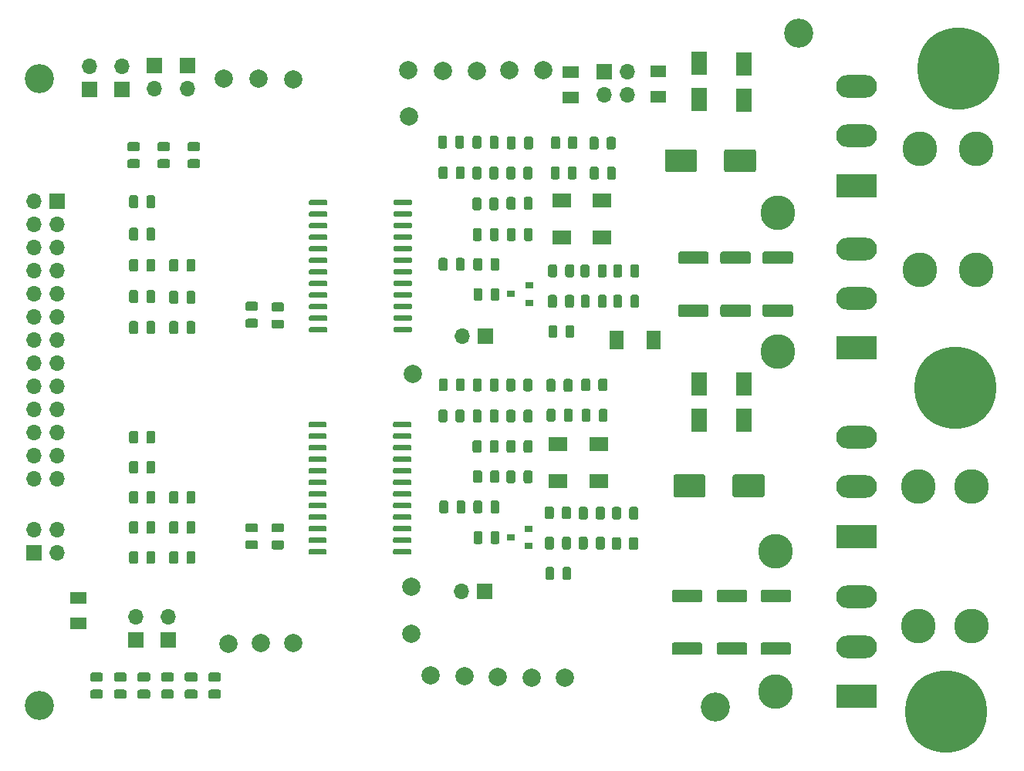
<source format=gbr>
G04 #@! TF.GenerationSoftware,KiCad,Pcbnew,(5.1.5)-3*
G04 #@! TF.CreationDate,2020-09-25T18:54:32-03:00*
G04 #@! TF.ProjectId,Gate_Driver_V2,47617465-5f44-4726-9976-65725f56322e,rev?*
G04 #@! TF.SameCoordinates,Original*
G04 #@! TF.FileFunction,Soldermask,Top*
G04 #@! TF.FilePolarity,Negative*
%FSLAX46Y46*%
G04 Gerber Fmt 4.6, Leading zero omitted, Abs format (unit mm)*
G04 Created by KiCad (PCBNEW (5.1.5)-3) date 2020-09-25 18:54:32*
%MOMM*%
%LPD*%
G04 APERTURE LIST*
%ADD10C,3.200000*%
%ADD11C,2.000000*%
%ADD12C,9.000000*%
%ADD13R,1.800000X2.500000*%
%ADD14O,1.700000X1.700000*%
%ADD15R,1.700000X1.700000*%
%ADD16C,0.100000*%
%ADD17C,3.800000*%
%ADD18O,4.500000X2.500000*%
%ADD19R,4.500000X2.500000*%
%ADD20R,1.600000X2.000000*%
%ADD21R,2.000000X1.600000*%
%ADD22R,0.900000X0.800000*%
G04 APERTURE END LIST*
D10*
X34620000Y-118900000D03*
X108810000Y-119050000D03*
X34570000Y-49990000D03*
X117890000Y-45030000D03*
D11*
X58928000Y-112014000D03*
X58674000Y-50038000D03*
X55330000Y-112050000D03*
X54880000Y-50030000D03*
X62484000Y-112014000D03*
X62484000Y-50090000D03*
X88590000Y-115810000D03*
X86200000Y-49110000D03*
D12*
X134130000Y-119540000D03*
X135480000Y-48920000D03*
D11*
X75440000Y-105850000D03*
X75170000Y-54180000D03*
X92310000Y-115780000D03*
X89880000Y-49090000D03*
X81250000Y-115650000D03*
X78890000Y-49200000D03*
X75610000Y-82420000D03*
X75440000Y-110950000D03*
X84890000Y-115740000D03*
X82580000Y-49170000D03*
X77550000Y-115570000D03*
X75100000Y-49100000D03*
D13*
X111900000Y-87540000D03*
X111900000Y-83540000D03*
X111900000Y-52390000D03*
X111900000Y-48390000D03*
D14*
X47256222Y-51156000D03*
D15*
X47256222Y-48616000D03*
D16*
G36*
X94770142Y-73771174D02*
G01*
X94793803Y-73774684D01*
X94817007Y-73780496D01*
X94839529Y-73788554D01*
X94861153Y-73798782D01*
X94881670Y-73811079D01*
X94900883Y-73825329D01*
X94918607Y-73841393D01*
X94934671Y-73859117D01*
X94948921Y-73878330D01*
X94961218Y-73898847D01*
X94971446Y-73920471D01*
X94979504Y-73942993D01*
X94985316Y-73966197D01*
X94988826Y-73989858D01*
X94990000Y-74013750D01*
X94990000Y-74926250D01*
X94988826Y-74950142D01*
X94985316Y-74973803D01*
X94979504Y-74997007D01*
X94971446Y-75019529D01*
X94961218Y-75041153D01*
X94948921Y-75061670D01*
X94934671Y-75080883D01*
X94918607Y-75098607D01*
X94900883Y-75114671D01*
X94881670Y-75128921D01*
X94861153Y-75141218D01*
X94839529Y-75151446D01*
X94817007Y-75159504D01*
X94793803Y-75165316D01*
X94770142Y-75168826D01*
X94746250Y-75170000D01*
X94258750Y-75170000D01*
X94234858Y-75168826D01*
X94211197Y-75165316D01*
X94187993Y-75159504D01*
X94165471Y-75151446D01*
X94143847Y-75141218D01*
X94123330Y-75128921D01*
X94104117Y-75114671D01*
X94086393Y-75098607D01*
X94070329Y-75080883D01*
X94056079Y-75061670D01*
X94043782Y-75041153D01*
X94033554Y-75019529D01*
X94025496Y-74997007D01*
X94019684Y-74973803D01*
X94016174Y-74950142D01*
X94015000Y-74926250D01*
X94015000Y-74013750D01*
X94016174Y-73989858D01*
X94019684Y-73966197D01*
X94025496Y-73942993D01*
X94033554Y-73920471D01*
X94043782Y-73898847D01*
X94056079Y-73878330D01*
X94070329Y-73859117D01*
X94086393Y-73841393D01*
X94104117Y-73825329D01*
X94123330Y-73811079D01*
X94143847Y-73798782D01*
X94165471Y-73788554D01*
X94187993Y-73780496D01*
X94211197Y-73774684D01*
X94234858Y-73771174D01*
X94258750Y-73770000D01*
X94746250Y-73770000D01*
X94770142Y-73771174D01*
G37*
G36*
X96645142Y-73771174D02*
G01*
X96668803Y-73774684D01*
X96692007Y-73780496D01*
X96714529Y-73788554D01*
X96736153Y-73798782D01*
X96756670Y-73811079D01*
X96775883Y-73825329D01*
X96793607Y-73841393D01*
X96809671Y-73859117D01*
X96823921Y-73878330D01*
X96836218Y-73898847D01*
X96846446Y-73920471D01*
X96854504Y-73942993D01*
X96860316Y-73966197D01*
X96863826Y-73989858D01*
X96865000Y-74013750D01*
X96865000Y-74926250D01*
X96863826Y-74950142D01*
X96860316Y-74973803D01*
X96854504Y-74997007D01*
X96846446Y-75019529D01*
X96836218Y-75041153D01*
X96823921Y-75061670D01*
X96809671Y-75080883D01*
X96793607Y-75098607D01*
X96775883Y-75114671D01*
X96756670Y-75128921D01*
X96736153Y-75141218D01*
X96714529Y-75151446D01*
X96692007Y-75159504D01*
X96668803Y-75165316D01*
X96645142Y-75168826D01*
X96621250Y-75170000D01*
X96133750Y-75170000D01*
X96109858Y-75168826D01*
X96086197Y-75165316D01*
X96062993Y-75159504D01*
X96040471Y-75151446D01*
X96018847Y-75141218D01*
X95998330Y-75128921D01*
X95979117Y-75114671D01*
X95961393Y-75098607D01*
X95945329Y-75080883D01*
X95931079Y-75061670D01*
X95918782Y-75041153D01*
X95908554Y-75019529D01*
X95900496Y-74997007D01*
X95894684Y-74973803D01*
X95891174Y-74950142D01*
X95890000Y-74926250D01*
X95890000Y-74013750D01*
X95891174Y-73989858D01*
X95894684Y-73966197D01*
X95900496Y-73942993D01*
X95908554Y-73920471D01*
X95918782Y-73898847D01*
X95931079Y-73878330D01*
X95945329Y-73859117D01*
X95961393Y-73841393D01*
X95979117Y-73825329D01*
X95998330Y-73811079D01*
X96018847Y-73798782D01*
X96040471Y-73788554D01*
X96062993Y-73780496D01*
X96086197Y-73774684D01*
X96109858Y-73771174D01*
X96133750Y-73770000D01*
X96621250Y-73770000D01*
X96645142Y-73771174D01*
G37*
G36*
X94750142Y-70441174D02*
G01*
X94773803Y-70444684D01*
X94797007Y-70450496D01*
X94819529Y-70458554D01*
X94841153Y-70468782D01*
X94861670Y-70481079D01*
X94880883Y-70495329D01*
X94898607Y-70511393D01*
X94914671Y-70529117D01*
X94928921Y-70548330D01*
X94941218Y-70568847D01*
X94951446Y-70590471D01*
X94959504Y-70612993D01*
X94965316Y-70636197D01*
X94968826Y-70659858D01*
X94970000Y-70683750D01*
X94970000Y-71596250D01*
X94968826Y-71620142D01*
X94965316Y-71643803D01*
X94959504Y-71667007D01*
X94951446Y-71689529D01*
X94941218Y-71711153D01*
X94928921Y-71731670D01*
X94914671Y-71750883D01*
X94898607Y-71768607D01*
X94880883Y-71784671D01*
X94861670Y-71798921D01*
X94841153Y-71811218D01*
X94819529Y-71821446D01*
X94797007Y-71829504D01*
X94773803Y-71835316D01*
X94750142Y-71838826D01*
X94726250Y-71840000D01*
X94238750Y-71840000D01*
X94214858Y-71838826D01*
X94191197Y-71835316D01*
X94167993Y-71829504D01*
X94145471Y-71821446D01*
X94123847Y-71811218D01*
X94103330Y-71798921D01*
X94084117Y-71784671D01*
X94066393Y-71768607D01*
X94050329Y-71750883D01*
X94036079Y-71731670D01*
X94023782Y-71711153D01*
X94013554Y-71689529D01*
X94005496Y-71667007D01*
X93999684Y-71643803D01*
X93996174Y-71620142D01*
X93995000Y-71596250D01*
X93995000Y-70683750D01*
X93996174Y-70659858D01*
X93999684Y-70636197D01*
X94005496Y-70612993D01*
X94013554Y-70590471D01*
X94023782Y-70568847D01*
X94036079Y-70548330D01*
X94050329Y-70529117D01*
X94066393Y-70511393D01*
X94084117Y-70495329D01*
X94103330Y-70481079D01*
X94123847Y-70468782D01*
X94145471Y-70458554D01*
X94167993Y-70450496D01*
X94191197Y-70444684D01*
X94214858Y-70441174D01*
X94238750Y-70440000D01*
X94726250Y-70440000D01*
X94750142Y-70441174D01*
G37*
G36*
X96625142Y-70441174D02*
G01*
X96648803Y-70444684D01*
X96672007Y-70450496D01*
X96694529Y-70458554D01*
X96716153Y-70468782D01*
X96736670Y-70481079D01*
X96755883Y-70495329D01*
X96773607Y-70511393D01*
X96789671Y-70529117D01*
X96803921Y-70548330D01*
X96816218Y-70568847D01*
X96826446Y-70590471D01*
X96834504Y-70612993D01*
X96840316Y-70636197D01*
X96843826Y-70659858D01*
X96845000Y-70683750D01*
X96845000Y-71596250D01*
X96843826Y-71620142D01*
X96840316Y-71643803D01*
X96834504Y-71667007D01*
X96826446Y-71689529D01*
X96816218Y-71711153D01*
X96803921Y-71731670D01*
X96789671Y-71750883D01*
X96773607Y-71768607D01*
X96755883Y-71784671D01*
X96736670Y-71798921D01*
X96716153Y-71811218D01*
X96694529Y-71821446D01*
X96672007Y-71829504D01*
X96648803Y-71835316D01*
X96625142Y-71838826D01*
X96601250Y-71840000D01*
X96113750Y-71840000D01*
X96089858Y-71838826D01*
X96066197Y-71835316D01*
X96042993Y-71829504D01*
X96020471Y-71821446D01*
X95998847Y-71811218D01*
X95978330Y-71798921D01*
X95959117Y-71784671D01*
X95941393Y-71768607D01*
X95925329Y-71750883D01*
X95911079Y-71731670D01*
X95898782Y-71711153D01*
X95888554Y-71689529D01*
X95880496Y-71667007D01*
X95874684Y-71643803D01*
X95871174Y-71620142D01*
X95870000Y-71596250D01*
X95870000Y-70683750D01*
X95871174Y-70659858D01*
X95874684Y-70636197D01*
X95880496Y-70612993D01*
X95888554Y-70590471D01*
X95898782Y-70568847D01*
X95911079Y-70548330D01*
X95925329Y-70529117D01*
X95941393Y-70511393D01*
X95959117Y-70495329D01*
X95978330Y-70481079D01*
X95998847Y-70468782D01*
X96020471Y-70458554D01*
X96042993Y-70450496D01*
X96066197Y-70444684D01*
X96089858Y-70441174D01*
X96113750Y-70440000D01*
X96601250Y-70440000D01*
X96625142Y-70441174D01*
G37*
G36*
X91460142Y-59681174D02*
G01*
X91483803Y-59684684D01*
X91507007Y-59690496D01*
X91529529Y-59698554D01*
X91551153Y-59708782D01*
X91571670Y-59721079D01*
X91590883Y-59735329D01*
X91608607Y-59751393D01*
X91624671Y-59769117D01*
X91638921Y-59788330D01*
X91651218Y-59808847D01*
X91661446Y-59830471D01*
X91669504Y-59852993D01*
X91675316Y-59876197D01*
X91678826Y-59899858D01*
X91680000Y-59923750D01*
X91680000Y-60836250D01*
X91678826Y-60860142D01*
X91675316Y-60883803D01*
X91669504Y-60907007D01*
X91661446Y-60929529D01*
X91651218Y-60951153D01*
X91638921Y-60971670D01*
X91624671Y-60990883D01*
X91608607Y-61008607D01*
X91590883Y-61024671D01*
X91571670Y-61038921D01*
X91551153Y-61051218D01*
X91529529Y-61061446D01*
X91507007Y-61069504D01*
X91483803Y-61075316D01*
X91460142Y-61078826D01*
X91436250Y-61080000D01*
X90948750Y-61080000D01*
X90924858Y-61078826D01*
X90901197Y-61075316D01*
X90877993Y-61069504D01*
X90855471Y-61061446D01*
X90833847Y-61051218D01*
X90813330Y-61038921D01*
X90794117Y-61024671D01*
X90776393Y-61008607D01*
X90760329Y-60990883D01*
X90746079Y-60971670D01*
X90733782Y-60951153D01*
X90723554Y-60929529D01*
X90715496Y-60907007D01*
X90709684Y-60883803D01*
X90706174Y-60860142D01*
X90705000Y-60836250D01*
X90705000Y-59923750D01*
X90706174Y-59899858D01*
X90709684Y-59876197D01*
X90715496Y-59852993D01*
X90723554Y-59830471D01*
X90733782Y-59808847D01*
X90746079Y-59788330D01*
X90760329Y-59769117D01*
X90776393Y-59751393D01*
X90794117Y-59735329D01*
X90813330Y-59721079D01*
X90833847Y-59708782D01*
X90855471Y-59698554D01*
X90877993Y-59690496D01*
X90901197Y-59684684D01*
X90924858Y-59681174D01*
X90948750Y-59680000D01*
X91436250Y-59680000D01*
X91460142Y-59681174D01*
G37*
G36*
X93335142Y-59681174D02*
G01*
X93358803Y-59684684D01*
X93382007Y-59690496D01*
X93404529Y-59698554D01*
X93426153Y-59708782D01*
X93446670Y-59721079D01*
X93465883Y-59735329D01*
X93483607Y-59751393D01*
X93499671Y-59769117D01*
X93513921Y-59788330D01*
X93526218Y-59808847D01*
X93536446Y-59830471D01*
X93544504Y-59852993D01*
X93550316Y-59876197D01*
X93553826Y-59899858D01*
X93555000Y-59923750D01*
X93555000Y-60836250D01*
X93553826Y-60860142D01*
X93550316Y-60883803D01*
X93544504Y-60907007D01*
X93536446Y-60929529D01*
X93526218Y-60951153D01*
X93513921Y-60971670D01*
X93499671Y-60990883D01*
X93483607Y-61008607D01*
X93465883Y-61024671D01*
X93446670Y-61038921D01*
X93426153Y-61051218D01*
X93404529Y-61061446D01*
X93382007Y-61069504D01*
X93358803Y-61075316D01*
X93335142Y-61078826D01*
X93311250Y-61080000D01*
X92823750Y-61080000D01*
X92799858Y-61078826D01*
X92776197Y-61075316D01*
X92752993Y-61069504D01*
X92730471Y-61061446D01*
X92708847Y-61051218D01*
X92688330Y-61038921D01*
X92669117Y-61024671D01*
X92651393Y-61008607D01*
X92635329Y-60990883D01*
X92621079Y-60971670D01*
X92608782Y-60951153D01*
X92598554Y-60929529D01*
X92590496Y-60907007D01*
X92584684Y-60883803D01*
X92581174Y-60860142D01*
X92580000Y-60836250D01*
X92580000Y-59923750D01*
X92581174Y-59899858D01*
X92584684Y-59876197D01*
X92590496Y-59852993D01*
X92598554Y-59830471D01*
X92608782Y-59808847D01*
X92621079Y-59788330D01*
X92635329Y-59769117D01*
X92651393Y-59751393D01*
X92669117Y-59735329D01*
X92688330Y-59721079D01*
X92708847Y-59708782D01*
X92730471Y-59698554D01*
X92752993Y-59690496D01*
X92776197Y-59684684D01*
X92799858Y-59681174D01*
X92823750Y-59680000D01*
X93311250Y-59680000D01*
X93335142Y-59681174D01*
G37*
G36*
X93045142Y-73771174D02*
G01*
X93068803Y-73774684D01*
X93092007Y-73780496D01*
X93114529Y-73788554D01*
X93136153Y-73798782D01*
X93156670Y-73811079D01*
X93175883Y-73825329D01*
X93193607Y-73841393D01*
X93209671Y-73859117D01*
X93223921Y-73878330D01*
X93236218Y-73898847D01*
X93246446Y-73920471D01*
X93254504Y-73942993D01*
X93260316Y-73966197D01*
X93263826Y-73989858D01*
X93265000Y-74013750D01*
X93265000Y-74926250D01*
X93263826Y-74950142D01*
X93260316Y-74973803D01*
X93254504Y-74997007D01*
X93246446Y-75019529D01*
X93236218Y-75041153D01*
X93223921Y-75061670D01*
X93209671Y-75080883D01*
X93193607Y-75098607D01*
X93175883Y-75114671D01*
X93156670Y-75128921D01*
X93136153Y-75141218D01*
X93114529Y-75151446D01*
X93092007Y-75159504D01*
X93068803Y-75165316D01*
X93045142Y-75168826D01*
X93021250Y-75170000D01*
X92533750Y-75170000D01*
X92509858Y-75168826D01*
X92486197Y-75165316D01*
X92462993Y-75159504D01*
X92440471Y-75151446D01*
X92418847Y-75141218D01*
X92398330Y-75128921D01*
X92379117Y-75114671D01*
X92361393Y-75098607D01*
X92345329Y-75080883D01*
X92331079Y-75061670D01*
X92318782Y-75041153D01*
X92308554Y-75019529D01*
X92300496Y-74997007D01*
X92294684Y-74973803D01*
X92291174Y-74950142D01*
X92290000Y-74926250D01*
X92290000Y-74013750D01*
X92291174Y-73989858D01*
X92294684Y-73966197D01*
X92300496Y-73942993D01*
X92308554Y-73920471D01*
X92318782Y-73898847D01*
X92331079Y-73878330D01*
X92345329Y-73859117D01*
X92361393Y-73841393D01*
X92379117Y-73825329D01*
X92398330Y-73811079D01*
X92418847Y-73798782D01*
X92440471Y-73788554D01*
X92462993Y-73780496D01*
X92486197Y-73774684D01*
X92509858Y-73771174D01*
X92533750Y-73770000D01*
X93021250Y-73770000D01*
X93045142Y-73771174D01*
G37*
G36*
X91170142Y-73771174D02*
G01*
X91193803Y-73774684D01*
X91217007Y-73780496D01*
X91239529Y-73788554D01*
X91261153Y-73798782D01*
X91281670Y-73811079D01*
X91300883Y-73825329D01*
X91318607Y-73841393D01*
X91334671Y-73859117D01*
X91348921Y-73878330D01*
X91361218Y-73898847D01*
X91371446Y-73920471D01*
X91379504Y-73942993D01*
X91385316Y-73966197D01*
X91388826Y-73989858D01*
X91390000Y-74013750D01*
X91390000Y-74926250D01*
X91388826Y-74950142D01*
X91385316Y-74973803D01*
X91379504Y-74997007D01*
X91371446Y-75019529D01*
X91361218Y-75041153D01*
X91348921Y-75061670D01*
X91334671Y-75080883D01*
X91318607Y-75098607D01*
X91300883Y-75114671D01*
X91281670Y-75128921D01*
X91261153Y-75141218D01*
X91239529Y-75151446D01*
X91217007Y-75159504D01*
X91193803Y-75165316D01*
X91170142Y-75168826D01*
X91146250Y-75170000D01*
X90658750Y-75170000D01*
X90634858Y-75168826D01*
X90611197Y-75165316D01*
X90587993Y-75159504D01*
X90565471Y-75151446D01*
X90543847Y-75141218D01*
X90523330Y-75128921D01*
X90504117Y-75114671D01*
X90486393Y-75098607D01*
X90470329Y-75080883D01*
X90456079Y-75061670D01*
X90443782Y-75041153D01*
X90433554Y-75019529D01*
X90425496Y-74997007D01*
X90419684Y-74973803D01*
X90416174Y-74950142D01*
X90415000Y-74926250D01*
X90415000Y-74013750D01*
X90416174Y-73989858D01*
X90419684Y-73966197D01*
X90425496Y-73942993D01*
X90433554Y-73920471D01*
X90443782Y-73898847D01*
X90456079Y-73878330D01*
X90470329Y-73859117D01*
X90486393Y-73841393D01*
X90504117Y-73825329D01*
X90523330Y-73811079D01*
X90543847Y-73798782D01*
X90565471Y-73788554D01*
X90587993Y-73780496D01*
X90611197Y-73774684D01*
X90634858Y-73771174D01*
X90658750Y-73770000D01*
X91146250Y-73770000D01*
X91170142Y-73771174D01*
G37*
G36*
X86650142Y-66451174D02*
G01*
X86673803Y-66454684D01*
X86697007Y-66460496D01*
X86719529Y-66468554D01*
X86741153Y-66478782D01*
X86761670Y-66491079D01*
X86780883Y-66505329D01*
X86798607Y-66521393D01*
X86814671Y-66539117D01*
X86828921Y-66558330D01*
X86841218Y-66578847D01*
X86851446Y-66600471D01*
X86859504Y-66622993D01*
X86865316Y-66646197D01*
X86868826Y-66669858D01*
X86870000Y-66693750D01*
X86870000Y-67606250D01*
X86868826Y-67630142D01*
X86865316Y-67653803D01*
X86859504Y-67677007D01*
X86851446Y-67699529D01*
X86841218Y-67721153D01*
X86828921Y-67741670D01*
X86814671Y-67760883D01*
X86798607Y-67778607D01*
X86780883Y-67794671D01*
X86761670Y-67808921D01*
X86741153Y-67821218D01*
X86719529Y-67831446D01*
X86697007Y-67839504D01*
X86673803Y-67845316D01*
X86650142Y-67848826D01*
X86626250Y-67850000D01*
X86138750Y-67850000D01*
X86114858Y-67848826D01*
X86091197Y-67845316D01*
X86067993Y-67839504D01*
X86045471Y-67831446D01*
X86023847Y-67821218D01*
X86003330Y-67808921D01*
X85984117Y-67794671D01*
X85966393Y-67778607D01*
X85950329Y-67760883D01*
X85936079Y-67741670D01*
X85923782Y-67721153D01*
X85913554Y-67699529D01*
X85905496Y-67677007D01*
X85899684Y-67653803D01*
X85896174Y-67630142D01*
X85895000Y-67606250D01*
X85895000Y-66693750D01*
X85896174Y-66669858D01*
X85899684Y-66646197D01*
X85905496Y-66622993D01*
X85913554Y-66600471D01*
X85923782Y-66578847D01*
X85936079Y-66558330D01*
X85950329Y-66539117D01*
X85966393Y-66521393D01*
X85984117Y-66505329D01*
X86003330Y-66491079D01*
X86023847Y-66478782D01*
X86045471Y-66468554D01*
X86067993Y-66460496D01*
X86091197Y-66454684D01*
X86114858Y-66451174D01*
X86138750Y-66450000D01*
X86626250Y-66450000D01*
X86650142Y-66451174D01*
G37*
G36*
X88525142Y-66451174D02*
G01*
X88548803Y-66454684D01*
X88572007Y-66460496D01*
X88594529Y-66468554D01*
X88616153Y-66478782D01*
X88636670Y-66491079D01*
X88655883Y-66505329D01*
X88673607Y-66521393D01*
X88689671Y-66539117D01*
X88703921Y-66558330D01*
X88716218Y-66578847D01*
X88726446Y-66600471D01*
X88734504Y-66622993D01*
X88740316Y-66646197D01*
X88743826Y-66669858D01*
X88745000Y-66693750D01*
X88745000Y-67606250D01*
X88743826Y-67630142D01*
X88740316Y-67653803D01*
X88734504Y-67677007D01*
X88726446Y-67699529D01*
X88716218Y-67721153D01*
X88703921Y-67741670D01*
X88689671Y-67760883D01*
X88673607Y-67778607D01*
X88655883Y-67794671D01*
X88636670Y-67808921D01*
X88616153Y-67821218D01*
X88594529Y-67831446D01*
X88572007Y-67839504D01*
X88548803Y-67845316D01*
X88525142Y-67848826D01*
X88501250Y-67850000D01*
X88013750Y-67850000D01*
X87989858Y-67848826D01*
X87966197Y-67845316D01*
X87942993Y-67839504D01*
X87920471Y-67831446D01*
X87898847Y-67821218D01*
X87878330Y-67808921D01*
X87859117Y-67794671D01*
X87841393Y-67778607D01*
X87825329Y-67760883D01*
X87811079Y-67741670D01*
X87798782Y-67721153D01*
X87788554Y-67699529D01*
X87780496Y-67677007D01*
X87774684Y-67653803D01*
X87771174Y-67630142D01*
X87770000Y-67606250D01*
X87770000Y-66693750D01*
X87771174Y-66669858D01*
X87774684Y-66646197D01*
X87780496Y-66622993D01*
X87788554Y-66600471D01*
X87798782Y-66578847D01*
X87811079Y-66558330D01*
X87825329Y-66539117D01*
X87841393Y-66521393D01*
X87859117Y-66505329D01*
X87878330Y-66491079D01*
X87898847Y-66478782D01*
X87920471Y-66468554D01*
X87942993Y-66460496D01*
X87966197Y-66454684D01*
X87989858Y-66451174D01*
X88013750Y-66450000D01*
X88501250Y-66450000D01*
X88525142Y-66451174D01*
G37*
G36*
X46555742Y-117123174D02*
G01*
X46579403Y-117126684D01*
X46602607Y-117132496D01*
X46625129Y-117140554D01*
X46646753Y-117150782D01*
X46667270Y-117163079D01*
X46686483Y-117177329D01*
X46704207Y-117193393D01*
X46720271Y-117211117D01*
X46734521Y-117230330D01*
X46746818Y-117250847D01*
X46757046Y-117272471D01*
X46765104Y-117294993D01*
X46770916Y-117318197D01*
X46774426Y-117341858D01*
X46775600Y-117365750D01*
X46775600Y-117853250D01*
X46774426Y-117877142D01*
X46770916Y-117900803D01*
X46765104Y-117924007D01*
X46757046Y-117946529D01*
X46746818Y-117968153D01*
X46734521Y-117988670D01*
X46720271Y-118007883D01*
X46704207Y-118025607D01*
X46686483Y-118041671D01*
X46667270Y-118055921D01*
X46646753Y-118068218D01*
X46625129Y-118078446D01*
X46602607Y-118086504D01*
X46579403Y-118092316D01*
X46555742Y-118095826D01*
X46531850Y-118097000D01*
X45619350Y-118097000D01*
X45595458Y-118095826D01*
X45571797Y-118092316D01*
X45548593Y-118086504D01*
X45526071Y-118078446D01*
X45504447Y-118068218D01*
X45483930Y-118055921D01*
X45464717Y-118041671D01*
X45446993Y-118025607D01*
X45430929Y-118007883D01*
X45416679Y-117988670D01*
X45404382Y-117968153D01*
X45394154Y-117946529D01*
X45386096Y-117924007D01*
X45380284Y-117900803D01*
X45376774Y-117877142D01*
X45375600Y-117853250D01*
X45375600Y-117365750D01*
X45376774Y-117341858D01*
X45380284Y-117318197D01*
X45386096Y-117294993D01*
X45394154Y-117272471D01*
X45404382Y-117250847D01*
X45416679Y-117230330D01*
X45430929Y-117211117D01*
X45446993Y-117193393D01*
X45464717Y-117177329D01*
X45483930Y-117163079D01*
X45504447Y-117150782D01*
X45526071Y-117140554D01*
X45548593Y-117132496D01*
X45571797Y-117126684D01*
X45595458Y-117123174D01*
X45619350Y-117122000D01*
X46531850Y-117122000D01*
X46555742Y-117123174D01*
G37*
G36*
X46555742Y-115248174D02*
G01*
X46579403Y-115251684D01*
X46602607Y-115257496D01*
X46625129Y-115265554D01*
X46646753Y-115275782D01*
X46667270Y-115288079D01*
X46686483Y-115302329D01*
X46704207Y-115318393D01*
X46720271Y-115336117D01*
X46734521Y-115355330D01*
X46746818Y-115375847D01*
X46757046Y-115397471D01*
X46765104Y-115419993D01*
X46770916Y-115443197D01*
X46774426Y-115466858D01*
X46775600Y-115490750D01*
X46775600Y-115978250D01*
X46774426Y-116002142D01*
X46770916Y-116025803D01*
X46765104Y-116049007D01*
X46757046Y-116071529D01*
X46746818Y-116093153D01*
X46734521Y-116113670D01*
X46720271Y-116132883D01*
X46704207Y-116150607D01*
X46686483Y-116166671D01*
X46667270Y-116180921D01*
X46646753Y-116193218D01*
X46625129Y-116203446D01*
X46602607Y-116211504D01*
X46579403Y-116217316D01*
X46555742Y-116220826D01*
X46531850Y-116222000D01*
X45619350Y-116222000D01*
X45595458Y-116220826D01*
X45571797Y-116217316D01*
X45548593Y-116211504D01*
X45526071Y-116203446D01*
X45504447Y-116193218D01*
X45483930Y-116180921D01*
X45464717Y-116166671D01*
X45446993Y-116150607D01*
X45430929Y-116132883D01*
X45416679Y-116113670D01*
X45404382Y-116093153D01*
X45394154Y-116071529D01*
X45386096Y-116049007D01*
X45380284Y-116025803D01*
X45376774Y-116002142D01*
X45375600Y-115978250D01*
X45375600Y-115490750D01*
X45376774Y-115466858D01*
X45380284Y-115443197D01*
X45386096Y-115419993D01*
X45394154Y-115397471D01*
X45404382Y-115375847D01*
X45416679Y-115355330D01*
X45430929Y-115336117D01*
X45446993Y-115318393D01*
X45464717Y-115302329D01*
X45483930Y-115288079D01*
X45504447Y-115275782D01*
X45526071Y-115265554D01*
X45548593Y-115257496D01*
X45571797Y-115251684D01*
X45595458Y-115248174D01*
X45619350Y-115247000D01*
X46531850Y-115247000D01*
X46555742Y-115248174D01*
G37*
G36*
X49146542Y-117123174D02*
G01*
X49170203Y-117126684D01*
X49193407Y-117132496D01*
X49215929Y-117140554D01*
X49237553Y-117150782D01*
X49258070Y-117163079D01*
X49277283Y-117177329D01*
X49295007Y-117193393D01*
X49311071Y-117211117D01*
X49325321Y-117230330D01*
X49337618Y-117250847D01*
X49347846Y-117272471D01*
X49355904Y-117294993D01*
X49361716Y-117318197D01*
X49365226Y-117341858D01*
X49366400Y-117365750D01*
X49366400Y-117853250D01*
X49365226Y-117877142D01*
X49361716Y-117900803D01*
X49355904Y-117924007D01*
X49347846Y-117946529D01*
X49337618Y-117968153D01*
X49325321Y-117988670D01*
X49311071Y-118007883D01*
X49295007Y-118025607D01*
X49277283Y-118041671D01*
X49258070Y-118055921D01*
X49237553Y-118068218D01*
X49215929Y-118078446D01*
X49193407Y-118086504D01*
X49170203Y-118092316D01*
X49146542Y-118095826D01*
X49122650Y-118097000D01*
X48210150Y-118097000D01*
X48186258Y-118095826D01*
X48162597Y-118092316D01*
X48139393Y-118086504D01*
X48116871Y-118078446D01*
X48095247Y-118068218D01*
X48074730Y-118055921D01*
X48055517Y-118041671D01*
X48037793Y-118025607D01*
X48021729Y-118007883D01*
X48007479Y-117988670D01*
X47995182Y-117968153D01*
X47984954Y-117946529D01*
X47976896Y-117924007D01*
X47971084Y-117900803D01*
X47967574Y-117877142D01*
X47966400Y-117853250D01*
X47966400Y-117365750D01*
X47967574Y-117341858D01*
X47971084Y-117318197D01*
X47976896Y-117294993D01*
X47984954Y-117272471D01*
X47995182Y-117250847D01*
X48007479Y-117230330D01*
X48021729Y-117211117D01*
X48037793Y-117193393D01*
X48055517Y-117177329D01*
X48074730Y-117163079D01*
X48095247Y-117150782D01*
X48116871Y-117140554D01*
X48139393Y-117132496D01*
X48162597Y-117126684D01*
X48186258Y-117123174D01*
X48210150Y-117122000D01*
X49122650Y-117122000D01*
X49146542Y-117123174D01*
G37*
G36*
X49146542Y-115248174D02*
G01*
X49170203Y-115251684D01*
X49193407Y-115257496D01*
X49215929Y-115265554D01*
X49237553Y-115275782D01*
X49258070Y-115288079D01*
X49277283Y-115302329D01*
X49295007Y-115318393D01*
X49311071Y-115336117D01*
X49325321Y-115355330D01*
X49337618Y-115375847D01*
X49347846Y-115397471D01*
X49355904Y-115419993D01*
X49361716Y-115443197D01*
X49365226Y-115466858D01*
X49366400Y-115490750D01*
X49366400Y-115978250D01*
X49365226Y-116002142D01*
X49361716Y-116025803D01*
X49355904Y-116049007D01*
X49347846Y-116071529D01*
X49337618Y-116093153D01*
X49325321Y-116113670D01*
X49311071Y-116132883D01*
X49295007Y-116150607D01*
X49277283Y-116166671D01*
X49258070Y-116180921D01*
X49237553Y-116193218D01*
X49215929Y-116203446D01*
X49193407Y-116211504D01*
X49170203Y-116217316D01*
X49146542Y-116220826D01*
X49122650Y-116222000D01*
X48210150Y-116222000D01*
X48186258Y-116220826D01*
X48162597Y-116217316D01*
X48139393Y-116211504D01*
X48116871Y-116203446D01*
X48095247Y-116193218D01*
X48074730Y-116180921D01*
X48055517Y-116166671D01*
X48037793Y-116150607D01*
X48021729Y-116132883D01*
X48007479Y-116113670D01*
X47995182Y-116093153D01*
X47984954Y-116071529D01*
X47976896Y-116049007D01*
X47971084Y-116025803D01*
X47967574Y-116002142D01*
X47966400Y-115978250D01*
X47966400Y-115490750D01*
X47967574Y-115466858D01*
X47971084Y-115443197D01*
X47976896Y-115419993D01*
X47984954Y-115397471D01*
X47995182Y-115375847D01*
X48007479Y-115355330D01*
X48021729Y-115336117D01*
X48037793Y-115318393D01*
X48055517Y-115302329D01*
X48074730Y-115288079D01*
X48095247Y-115275782D01*
X48116871Y-115265554D01*
X48139393Y-115257496D01*
X48162597Y-115251684D01*
X48186258Y-115248174D01*
X48210150Y-115247000D01*
X49122650Y-115247000D01*
X49146542Y-115248174D01*
G37*
G36*
X41374142Y-117123174D02*
G01*
X41397803Y-117126684D01*
X41421007Y-117132496D01*
X41443529Y-117140554D01*
X41465153Y-117150782D01*
X41485670Y-117163079D01*
X41504883Y-117177329D01*
X41522607Y-117193393D01*
X41538671Y-117211117D01*
X41552921Y-117230330D01*
X41565218Y-117250847D01*
X41575446Y-117272471D01*
X41583504Y-117294993D01*
X41589316Y-117318197D01*
X41592826Y-117341858D01*
X41594000Y-117365750D01*
X41594000Y-117853250D01*
X41592826Y-117877142D01*
X41589316Y-117900803D01*
X41583504Y-117924007D01*
X41575446Y-117946529D01*
X41565218Y-117968153D01*
X41552921Y-117988670D01*
X41538671Y-118007883D01*
X41522607Y-118025607D01*
X41504883Y-118041671D01*
X41485670Y-118055921D01*
X41465153Y-118068218D01*
X41443529Y-118078446D01*
X41421007Y-118086504D01*
X41397803Y-118092316D01*
X41374142Y-118095826D01*
X41350250Y-118097000D01*
X40437750Y-118097000D01*
X40413858Y-118095826D01*
X40390197Y-118092316D01*
X40366993Y-118086504D01*
X40344471Y-118078446D01*
X40322847Y-118068218D01*
X40302330Y-118055921D01*
X40283117Y-118041671D01*
X40265393Y-118025607D01*
X40249329Y-118007883D01*
X40235079Y-117988670D01*
X40222782Y-117968153D01*
X40212554Y-117946529D01*
X40204496Y-117924007D01*
X40198684Y-117900803D01*
X40195174Y-117877142D01*
X40194000Y-117853250D01*
X40194000Y-117365750D01*
X40195174Y-117341858D01*
X40198684Y-117318197D01*
X40204496Y-117294993D01*
X40212554Y-117272471D01*
X40222782Y-117250847D01*
X40235079Y-117230330D01*
X40249329Y-117211117D01*
X40265393Y-117193393D01*
X40283117Y-117177329D01*
X40302330Y-117163079D01*
X40322847Y-117150782D01*
X40344471Y-117140554D01*
X40366993Y-117132496D01*
X40390197Y-117126684D01*
X40413858Y-117123174D01*
X40437750Y-117122000D01*
X41350250Y-117122000D01*
X41374142Y-117123174D01*
G37*
G36*
X41374142Y-115248174D02*
G01*
X41397803Y-115251684D01*
X41421007Y-115257496D01*
X41443529Y-115265554D01*
X41465153Y-115275782D01*
X41485670Y-115288079D01*
X41504883Y-115302329D01*
X41522607Y-115318393D01*
X41538671Y-115336117D01*
X41552921Y-115355330D01*
X41565218Y-115375847D01*
X41575446Y-115397471D01*
X41583504Y-115419993D01*
X41589316Y-115443197D01*
X41592826Y-115466858D01*
X41594000Y-115490750D01*
X41594000Y-115978250D01*
X41592826Y-116002142D01*
X41589316Y-116025803D01*
X41583504Y-116049007D01*
X41575446Y-116071529D01*
X41565218Y-116093153D01*
X41552921Y-116113670D01*
X41538671Y-116132883D01*
X41522607Y-116150607D01*
X41504883Y-116166671D01*
X41485670Y-116180921D01*
X41465153Y-116193218D01*
X41443529Y-116203446D01*
X41421007Y-116211504D01*
X41397803Y-116217316D01*
X41374142Y-116220826D01*
X41350250Y-116222000D01*
X40437750Y-116222000D01*
X40413858Y-116220826D01*
X40390197Y-116217316D01*
X40366993Y-116211504D01*
X40344471Y-116203446D01*
X40322847Y-116193218D01*
X40302330Y-116180921D01*
X40283117Y-116166671D01*
X40265393Y-116150607D01*
X40249329Y-116132883D01*
X40235079Y-116113670D01*
X40222782Y-116093153D01*
X40212554Y-116071529D01*
X40204496Y-116049007D01*
X40198684Y-116025803D01*
X40195174Y-116002142D01*
X40194000Y-115978250D01*
X40194000Y-115490750D01*
X40195174Y-115466858D01*
X40198684Y-115443197D01*
X40204496Y-115419993D01*
X40212554Y-115397471D01*
X40222782Y-115375847D01*
X40235079Y-115355330D01*
X40249329Y-115336117D01*
X40265393Y-115318393D01*
X40283117Y-115302329D01*
X40302330Y-115288079D01*
X40322847Y-115275782D01*
X40344471Y-115265554D01*
X40366993Y-115257496D01*
X40390197Y-115251684D01*
X40413858Y-115248174D01*
X40437750Y-115247000D01*
X41350250Y-115247000D01*
X41374142Y-115248174D01*
G37*
G36*
X54328142Y-117123174D02*
G01*
X54351803Y-117126684D01*
X54375007Y-117132496D01*
X54397529Y-117140554D01*
X54419153Y-117150782D01*
X54439670Y-117163079D01*
X54458883Y-117177329D01*
X54476607Y-117193393D01*
X54492671Y-117211117D01*
X54506921Y-117230330D01*
X54519218Y-117250847D01*
X54529446Y-117272471D01*
X54537504Y-117294993D01*
X54543316Y-117318197D01*
X54546826Y-117341858D01*
X54548000Y-117365750D01*
X54548000Y-117853250D01*
X54546826Y-117877142D01*
X54543316Y-117900803D01*
X54537504Y-117924007D01*
X54529446Y-117946529D01*
X54519218Y-117968153D01*
X54506921Y-117988670D01*
X54492671Y-118007883D01*
X54476607Y-118025607D01*
X54458883Y-118041671D01*
X54439670Y-118055921D01*
X54419153Y-118068218D01*
X54397529Y-118078446D01*
X54375007Y-118086504D01*
X54351803Y-118092316D01*
X54328142Y-118095826D01*
X54304250Y-118097000D01*
X53391750Y-118097000D01*
X53367858Y-118095826D01*
X53344197Y-118092316D01*
X53320993Y-118086504D01*
X53298471Y-118078446D01*
X53276847Y-118068218D01*
X53256330Y-118055921D01*
X53237117Y-118041671D01*
X53219393Y-118025607D01*
X53203329Y-118007883D01*
X53189079Y-117988670D01*
X53176782Y-117968153D01*
X53166554Y-117946529D01*
X53158496Y-117924007D01*
X53152684Y-117900803D01*
X53149174Y-117877142D01*
X53148000Y-117853250D01*
X53148000Y-117365750D01*
X53149174Y-117341858D01*
X53152684Y-117318197D01*
X53158496Y-117294993D01*
X53166554Y-117272471D01*
X53176782Y-117250847D01*
X53189079Y-117230330D01*
X53203329Y-117211117D01*
X53219393Y-117193393D01*
X53237117Y-117177329D01*
X53256330Y-117163079D01*
X53276847Y-117150782D01*
X53298471Y-117140554D01*
X53320993Y-117132496D01*
X53344197Y-117126684D01*
X53367858Y-117123174D01*
X53391750Y-117122000D01*
X54304250Y-117122000D01*
X54328142Y-117123174D01*
G37*
G36*
X54328142Y-115248174D02*
G01*
X54351803Y-115251684D01*
X54375007Y-115257496D01*
X54397529Y-115265554D01*
X54419153Y-115275782D01*
X54439670Y-115288079D01*
X54458883Y-115302329D01*
X54476607Y-115318393D01*
X54492671Y-115336117D01*
X54506921Y-115355330D01*
X54519218Y-115375847D01*
X54529446Y-115397471D01*
X54537504Y-115419993D01*
X54543316Y-115443197D01*
X54546826Y-115466858D01*
X54548000Y-115490750D01*
X54548000Y-115978250D01*
X54546826Y-116002142D01*
X54543316Y-116025803D01*
X54537504Y-116049007D01*
X54529446Y-116071529D01*
X54519218Y-116093153D01*
X54506921Y-116113670D01*
X54492671Y-116132883D01*
X54476607Y-116150607D01*
X54458883Y-116166671D01*
X54439670Y-116180921D01*
X54419153Y-116193218D01*
X54397529Y-116203446D01*
X54375007Y-116211504D01*
X54351803Y-116217316D01*
X54328142Y-116220826D01*
X54304250Y-116222000D01*
X53391750Y-116222000D01*
X53367858Y-116220826D01*
X53344197Y-116217316D01*
X53320993Y-116211504D01*
X53298471Y-116203446D01*
X53276847Y-116193218D01*
X53256330Y-116180921D01*
X53237117Y-116166671D01*
X53219393Y-116150607D01*
X53203329Y-116132883D01*
X53189079Y-116113670D01*
X53176782Y-116093153D01*
X53166554Y-116071529D01*
X53158496Y-116049007D01*
X53152684Y-116025803D01*
X53149174Y-116002142D01*
X53148000Y-115978250D01*
X53148000Y-115490750D01*
X53149174Y-115466858D01*
X53152684Y-115443197D01*
X53158496Y-115419993D01*
X53166554Y-115397471D01*
X53176782Y-115375847D01*
X53189079Y-115355330D01*
X53203329Y-115336117D01*
X53219393Y-115318393D01*
X53237117Y-115302329D01*
X53256330Y-115288079D01*
X53276847Y-115275782D01*
X53298471Y-115265554D01*
X53320993Y-115257496D01*
X53344197Y-115251684D01*
X53367858Y-115248174D01*
X53391750Y-115247000D01*
X54304250Y-115247000D01*
X54328142Y-115248174D01*
G37*
G36*
X75305977Y-87730662D02*
G01*
X75319325Y-87732642D01*
X75332414Y-87735921D01*
X75345119Y-87740467D01*
X75357317Y-87746236D01*
X75368891Y-87753173D01*
X75379729Y-87761211D01*
X75389727Y-87770273D01*
X75398789Y-87780271D01*
X75406827Y-87791109D01*
X75413764Y-87802683D01*
X75419533Y-87814881D01*
X75424079Y-87827586D01*
X75427358Y-87840675D01*
X75429338Y-87854023D01*
X75430000Y-87867500D01*
X75430000Y-88142500D01*
X75429338Y-88155977D01*
X75427358Y-88169325D01*
X75424079Y-88182414D01*
X75419533Y-88195119D01*
X75413764Y-88207317D01*
X75406827Y-88218891D01*
X75398789Y-88229729D01*
X75389727Y-88239727D01*
X75379729Y-88248789D01*
X75368891Y-88256827D01*
X75357317Y-88263764D01*
X75345119Y-88269533D01*
X75332414Y-88274079D01*
X75319325Y-88277358D01*
X75305977Y-88279338D01*
X75292500Y-88280000D01*
X73567500Y-88280000D01*
X73554023Y-88279338D01*
X73540675Y-88277358D01*
X73527586Y-88274079D01*
X73514881Y-88269533D01*
X73502683Y-88263764D01*
X73491109Y-88256827D01*
X73480271Y-88248789D01*
X73470273Y-88239727D01*
X73461211Y-88229729D01*
X73453173Y-88218891D01*
X73446236Y-88207317D01*
X73440467Y-88195119D01*
X73435921Y-88182414D01*
X73432642Y-88169325D01*
X73430662Y-88155977D01*
X73430000Y-88142500D01*
X73430000Y-87867500D01*
X73430662Y-87854023D01*
X73432642Y-87840675D01*
X73435921Y-87827586D01*
X73440467Y-87814881D01*
X73446236Y-87802683D01*
X73453173Y-87791109D01*
X73461211Y-87780271D01*
X73470273Y-87770273D01*
X73480271Y-87761211D01*
X73491109Y-87753173D01*
X73502683Y-87746236D01*
X73514881Y-87740467D01*
X73527586Y-87735921D01*
X73540675Y-87732642D01*
X73554023Y-87730662D01*
X73567500Y-87730000D01*
X75292500Y-87730000D01*
X75305977Y-87730662D01*
G37*
G36*
X75305977Y-89000662D02*
G01*
X75319325Y-89002642D01*
X75332414Y-89005921D01*
X75345119Y-89010467D01*
X75357317Y-89016236D01*
X75368891Y-89023173D01*
X75379729Y-89031211D01*
X75389727Y-89040273D01*
X75398789Y-89050271D01*
X75406827Y-89061109D01*
X75413764Y-89072683D01*
X75419533Y-89084881D01*
X75424079Y-89097586D01*
X75427358Y-89110675D01*
X75429338Y-89124023D01*
X75430000Y-89137500D01*
X75430000Y-89412500D01*
X75429338Y-89425977D01*
X75427358Y-89439325D01*
X75424079Y-89452414D01*
X75419533Y-89465119D01*
X75413764Y-89477317D01*
X75406827Y-89488891D01*
X75398789Y-89499729D01*
X75389727Y-89509727D01*
X75379729Y-89518789D01*
X75368891Y-89526827D01*
X75357317Y-89533764D01*
X75345119Y-89539533D01*
X75332414Y-89544079D01*
X75319325Y-89547358D01*
X75305977Y-89549338D01*
X75292500Y-89550000D01*
X73567500Y-89550000D01*
X73554023Y-89549338D01*
X73540675Y-89547358D01*
X73527586Y-89544079D01*
X73514881Y-89539533D01*
X73502683Y-89533764D01*
X73491109Y-89526827D01*
X73480271Y-89518789D01*
X73470273Y-89509727D01*
X73461211Y-89499729D01*
X73453173Y-89488891D01*
X73446236Y-89477317D01*
X73440467Y-89465119D01*
X73435921Y-89452414D01*
X73432642Y-89439325D01*
X73430662Y-89425977D01*
X73430000Y-89412500D01*
X73430000Y-89137500D01*
X73430662Y-89124023D01*
X73432642Y-89110675D01*
X73435921Y-89097586D01*
X73440467Y-89084881D01*
X73446236Y-89072683D01*
X73453173Y-89061109D01*
X73461211Y-89050271D01*
X73470273Y-89040273D01*
X73480271Y-89031211D01*
X73491109Y-89023173D01*
X73502683Y-89016236D01*
X73514881Y-89010467D01*
X73527586Y-89005921D01*
X73540675Y-89002642D01*
X73554023Y-89000662D01*
X73567500Y-89000000D01*
X75292500Y-89000000D01*
X75305977Y-89000662D01*
G37*
G36*
X75305977Y-90270662D02*
G01*
X75319325Y-90272642D01*
X75332414Y-90275921D01*
X75345119Y-90280467D01*
X75357317Y-90286236D01*
X75368891Y-90293173D01*
X75379729Y-90301211D01*
X75389727Y-90310273D01*
X75398789Y-90320271D01*
X75406827Y-90331109D01*
X75413764Y-90342683D01*
X75419533Y-90354881D01*
X75424079Y-90367586D01*
X75427358Y-90380675D01*
X75429338Y-90394023D01*
X75430000Y-90407500D01*
X75430000Y-90682500D01*
X75429338Y-90695977D01*
X75427358Y-90709325D01*
X75424079Y-90722414D01*
X75419533Y-90735119D01*
X75413764Y-90747317D01*
X75406827Y-90758891D01*
X75398789Y-90769729D01*
X75389727Y-90779727D01*
X75379729Y-90788789D01*
X75368891Y-90796827D01*
X75357317Y-90803764D01*
X75345119Y-90809533D01*
X75332414Y-90814079D01*
X75319325Y-90817358D01*
X75305977Y-90819338D01*
X75292500Y-90820000D01*
X73567500Y-90820000D01*
X73554023Y-90819338D01*
X73540675Y-90817358D01*
X73527586Y-90814079D01*
X73514881Y-90809533D01*
X73502683Y-90803764D01*
X73491109Y-90796827D01*
X73480271Y-90788789D01*
X73470273Y-90779727D01*
X73461211Y-90769729D01*
X73453173Y-90758891D01*
X73446236Y-90747317D01*
X73440467Y-90735119D01*
X73435921Y-90722414D01*
X73432642Y-90709325D01*
X73430662Y-90695977D01*
X73430000Y-90682500D01*
X73430000Y-90407500D01*
X73430662Y-90394023D01*
X73432642Y-90380675D01*
X73435921Y-90367586D01*
X73440467Y-90354881D01*
X73446236Y-90342683D01*
X73453173Y-90331109D01*
X73461211Y-90320271D01*
X73470273Y-90310273D01*
X73480271Y-90301211D01*
X73491109Y-90293173D01*
X73502683Y-90286236D01*
X73514881Y-90280467D01*
X73527586Y-90275921D01*
X73540675Y-90272642D01*
X73554023Y-90270662D01*
X73567500Y-90270000D01*
X75292500Y-90270000D01*
X75305977Y-90270662D01*
G37*
G36*
X75305977Y-91540662D02*
G01*
X75319325Y-91542642D01*
X75332414Y-91545921D01*
X75345119Y-91550467D01*
X75357317Y-91556236D01*
X75368891Y-91563173D01*
X75379729Y-91571211D01*
X75389727Y-91580273D01*
X75398789Y-91590271D01*
X75406827Y-91601109D01*
X75413764Y-91612683D01*
X75419533Y-91624881D01*
X75424079Y-91637586D01*
X75427358Y-91650675D01*
X75429338Y-91664023D01*
X75430000Y-91677500D01*
X75430000Y-91952500D01*
X75429338Y-91965977D01*
X75427358Y-91979325D01*
X75424079Y-91992414D01*
X75419533Y-92005119D01*
X75413764Y-92017317D01*
X75406827Y-92028891D01*
X75398789Y-92039729D01*
X75389727Y-92049727D01*
X75379729Y-92058789D01*
X75368891Y-92066827D01*
X75357317Y-92073764D01*
X75345119Y-92079533D01*
X75332414Y-92084079D01*
X75319325Y-92087358D01*
X75305977Y-92089338D01*
X75292500Y-92090000D01*
X73567500Y-92090000D01*
X73554023Y-92089338D01*
X73540675Y-92087358D01*
X73527586Y-92084079D01*
X73514881Y-92079533D01*
X73502683Y-92073764D01*
X73491109Y-92066827D01*
X73480271Y-92058789D01*
X73470273Y-92049727D01*
X73461211Y-92039729D01*
X73453173Y-92028891D01*
X73446236Y-92017317D01*
X73440467Y-92005119D01*
X73435921Y-91992414D01*
X73432642Y-91979325D01*
X73430662Y-91965977D01*
X73430000Y-91952500D01*
X73430000Y-91677500D01*
X73430662Y-91664023D01*
X73432642Y-91650675D01*
X73435921Y-91637586D01*
X73440467Y-91624881D01*
X73446236Y-91612683D01*
X73453173Y-91601109D01*
X73461211Y-91590271D01*
X73470273Y-91580273D01*
X73480271Y-91571211D01*
X73491109Y-91563173D01*
X73502683Y-91556236D01*
X73514881Y-91550467D01*
X73527586Y-91545921D01*
X73540675Y-91542642D01*
X73554023Y-91540662D01*
X73567500Y-91540000D01*
X75292500Y-91540000D01*
X75305977Y-91540662D01*
G37*
G36*
X75305977Y-92810662D02*
G01*
X75319325Y-92812642D01*
X75332414Y-92815921D01*
X75345119Y-92820467D01*
X75357317Y-92826236D01*
X75368891Y-92833173D01*
X75379729Y-92841211D01*
X75389727Y-92850273D01*
X75398789Y-92860271D01*
X75406827Y-92871109D01*
X75413764Y-92882683D01*
X75419533Y-92894881D01*
X75424079Y-92907586D01*
X75427358Y-92920675D01*
X75429338Y-92934023D01*
X75430000Y-92947500D01*
X75430000Y-93222500D01*
X75429338Y-93235977D01*
X75427358Y-93249325D01*
X75424079Y-93262414D01*
X75419533Y-93275119D01*
X75413764Y-93287317D01*
X75406827Y-93298891D01*
X75398789Y-93309729D01*
X75389727Y-93319727D01*
X75379729Y-93328789D01*
X75368891Y-93336827D01*
X75357317Y-93343764D01*
X75345119Y-93349533D01*
X75332414Y-93354079D01*
X75319325Y-93357358D01*
X75305977Y-93359338D01*
X75292500Y-93360000D01*
X73567500Y-93360000D01*
X73554023Y-93359338D01*
X73540675Y-93357358D01*
X73527586Y-93354079D01*
X73514881Y-93349533D01*
X73502683Y-93343764D01*
X73491109Y-93336827D01*
X73480271Y-93328789D01*
X73470273Y-93319727D01*
X73461211Y-93309729D01*
X73453173Y-93298891D01*
X73446236Y-93287317D01*
X73440467Y-93275119D01*
X73435921Y-93262414D01*
X73432642Y-93249325D01*
X73430662Y-93235977D01*
X73430000Y-93222500D01*
X73430000Y-92947500D01*
X73430662Y-92934023D01*
X73432642Y-92920675D01*
X73435921Y-92907586D01*
X73440467Y-92894881D01*
X73446236Y-92882683D01*
X73453173Y-92871109D01*
X73461211Y-92860271D01*
X73470273Y-92850273D01*
X73480271Y-92841211D01*
X73491109Y-92833173D01*
X73502683Y-92826236D01*
X73514881Y-92820467D01*
X73527586Y-92815921D01*
X73540675Y-92812642D01*
X73554023Y-92810662D01*
X73567500Y-92810000D01*
X75292500Y-92810000D01*
X75305977Y-92810662D01*
G37*
G36*
X75305977Y-94080662D02*
G01*
X75319325Y-94082642D01*
X75332414Y-94085921D01*
X75345119Y-94090467D01*
X75357317Y-94096236D01*
X75368891Y-94103173D01*
X75379729Y-94111211D01*
X75389727Y-94120273D01*
X75398789Y-94130271D01*
X75406827Y-94141109D01*
X75413764Y-94152683D01*
X75419533Y-94164881D01*
X75424079Y-94177586D01*
X75427358Y-94190675D01*
X75429338Y-94204023D01*
X75430000Y-94217500D01*
X75430000Y-94492500D01*
X75429338Y-94505977D01*
X75427358Y-94519325D01*
X75424079Y-94532414D01*
X75419533Y-94545119D01*
X75413764Y-94557317D01*
X75406827Y-94568891D01*
X75398789Y-94579729D01*
X75389727Y-94589727D01*
X75379729Y-94598789D01*
X75368891Y-94606827D01*
X75357317Y-94613764D01*
X75345119Y-94619533D01*
X75332414Y-94624079D01*
X75319325Y-94627358D01*
X75305977Y-94629338D01*
X75292500Y-94630000D01*
X73567500Y-94630000D01*
X73554023Y-94629338D01*
X73540675Y-94627358D01*
X73527586Y-94624079D01*
X73514881Y-94619533D01*
X73502683Y-94613764D01*
X73491109Y-94606827D01*
X73480271Y-94598789D01*
X73470273Y-94589727D01*
X73461211Y-94579729D01*
X73453173Y-94568891D01*
X73446236Y-94557317D01*
X73440467Y-94545119D01*
X73435921Y-94532414D01*
X73432642Y-94519325D01*
X73430662Y-94505977D01*
X73430000Y-94492500D01*
X73430000Y-94217500D01*
X73430662Y-94204023D01*
X73432642Y-94190675D01*
X73435921Y-94177586D01*
X73440467Y-94164881D01*
X73446236Y-94152683D01*
X73453173Y-94141109D01*
X73461211Y-94130271D01*
X73470273Y-94120273D01*
X73480271Y-94111211D01*
X73491109Y-94103173D01*
X73502683Y-94096236D01*
X73514881Y-94090467D01*
X73527586Y-94085921D01*
X73540675Y-94082642D01*
X73554023Y-94080662D01*
X73567500Y-94080000D01*
X75292500Y-94080000D01*
X75305977Y-94080662D01*
G37*
G36*
X75305977Y-95350662D02*
G01*
X75319325Y-95352642D01*
X75332414Y-95355921D01*
X75345119Y-95360467D01*
X75357317Y-95366236D01*
X75368891Y-95373173D01*
X75379729Y-95381211D01*
X75389727Y-95390273D01*
X75398789Y-95400271D01*
X75406827Y-95411109D01*
X75413764Y-95422683D01*
X75419533Y-95434881D01*
X75424079Y-95447586D01*
X75427358Y-95460675D01*
X75429338Y-95474023D01*
X75430000Y-95487500D01*
X75430000Y-95762500D01*
X75429338Y-95775977D01*
X75427358Y-95789325D01*
X75424079Y-95802414D01*
X75419533Y-95815119D01*
X75413764Y-95827317D01*
X75406827Y-95838891D01*
X75398789Y-95849729D01*
X75389727Y-95859727D01*
X75379729Y-95868789D01*
X75368891Y-95876827D01*
X75357317Y-95883764D01*
X75345119Y-95889533D01*
X75332414Y-95894079D01*
X75319325Y-95897358D01*
X75305977Y-95899338D01*
X75292500Y-95900000D01*
X73567500Y-95900000D01*
X73554023Y-95899338D01*
X73540675Y-95897358D01*
X73527586Y-95894079D01*
X73514881Y-95889533D01*
X73502683Y-95883764D01*
X73491109Y-95876827D01*
X73480271Y-95868789D01*
X73470273Y-95859727D01*
X73461211Y-95849729D01*
X73453173Y-95838891D01*
X73446236Y-95827317D01*
X73440467Y-95815119D01*
X73435921Y-95802414D01*
X73432642Y-95789325D01*
X73430662Y-95775977D01*
X73430000Y-95762500D01*
X73430000Y-95487500D01*
X73430662Y-95474023D01*
X73432642Y-95460675D01*
X73435921Y-95447586D01*
X73440467Y-95434881D01*
X73446236Y-95422683D01*
X73453173Y-95411109D01*
X73461211Y-95400271D01*
X73470273Y-95390273D01*
X73480271Y-95381211D01*
X73491109Y-95373173D01*
X73502683Y-95366236D01*
X73514881Y-95360467D01*
X73527586Y-95355921D01*
X73540675Y-95352642D01*
X73554023Y-95350662D01*
X73567500Y-95350000D01*
X75292500Y-95350000D01*
X75305977Y-95350662D01*
G37*
G36*
X75305977Y-96620662D02*
G01*
X75319325Y-96622642D01*
X75332414Y-96625921D01*
X75345119Y-96630467D01*
X75357317Y-96636236D01*
X75368891Y-96643173D01*
X75379729Y-96651211D01*
X75389727Y-96660273D01*
X75398789Y-96670271D01*
X75406827Y-96681109D01*
X75413764Y-96692683D01*
X75419533Y-96704881D01*
X75424079Y-96717586D01*
X75427358Y-96730675D01*
X75429338Y-96744023D01*
X75430000Y-96757500D01*
X75430000Y-97032500D01*
X75429338Y-97045977D01*
X75427358Y-97059325D01*
X75424079Y-97072414D01*
X75419533Y-97085119D01*
X75413764Y-97097317D01*
X75406827Y-97108891D01*
X75398789Y-97119729D01*
X75389727Y-97129727D01*
X75379729Y-97138789D01*
X75368891Y-97146827D01*
X75357317Y-97153764D01*
X75345119Y-97159533D01*
X75332414Y-97164079D01*
X75319325Y-97167358D01*
X75305977Y-97169338D01*
X75292500Y-97170000D01*
X73567500Y-97170000D01*
X73554023Y-97169338D01*
X73540675Y-97167358D01*
X73527586Y-97164079D01*
X73514881Y-97159533D01*
X73502683Y-97153764D01*
X73491109Y-97146827D01*
X73480271Y-97138789D01*
X73470273Y-97129727D01*
X73461211Y-97119729D01*
X73453173Y-97108891D01*
X73446236Y-97097317D01*
X73440467Y-97085119D01*
X73435921Y-97072414D01*
X73432642Y-97059325D01*
X73430662Y-97045977D01*
X73430000Y-97032500D01*
X73430000Y-96757500D01*
X73430662Y-96744023D01*
X73432642Y-96730675D01*
X73435921Y-96717586D01*
X73440467Y-96704881D01*
X73446236Y-96692683D01*
X73453173Y-96681109D01*
X73461211Y-96670271D01*
X73470273Y-96660273D01*
X73480271Y-96651211D01*
X73491109Y-96643173D01*
X73502683Y-96636236D01*
X73514881Y-96630467D01*
X73527586Y-96625921D01*
X73540675Y-96622642D01*
X73554023Y-96620662D01*
X73567500Y-96620000D01*
X75292500Y-96620000D01*
X75305977Y-96620662D01*
G37*
G36*
X75305977Y-97890662D02*
G01*
X75319325Y-97892642D01*
X75332414Y-97895921D01*
X75345119Y-97900467D01*
X75357317Y-97906236D01*
X75368891Y-97913173D01*
X75379729Y-97921211D01*
X75389727Y-97930273D01*
X75398789Y-97940271D01*
X75406827Y-97951109D01*
X75413764Y-97962683D01*
X75419533Y-97974881D01*
X75424079Y-97987586D01*
X75427358Y-98000675D01*
X75429338Y-98014023D01*
X75430000Y-98027500D01*
X75430000Y-98302500D01*
X75429338Y-98315977D01*
X75427358Y-98329325D01*
X75424079Y-98342414D01*
X75419533Y-98355119D01*
X75413764Y-98367317D01*
X75406827Y-98378891D01*
X75398789Y-98389729D01*
X75389727Y-98399727D01*
X75379729Y-98408789D01*
X75368891Y-98416827D01*
X75357317Y-98423764D01*
X75345119Y-98429533D01*
X75332414Y-98434079D01*
X75319325Y-98437358D01*
X75305977Y-98439338D01*
X75292500Y-98440000D01*
X73567500Y-98440000D01*
X73554023Y-98439338D01*
X73540675Y-98437358D01*
X73527586Y-98434079D01*
X73514881Y-98429533D01*
X73502683Y-98423764D01*
X73491109Y-98416827D01*
X73480271Y-98408789D01*
X73470273Y-98399727D01*
X73461211Y-98389729D01*
X73453173Y-98378891D01*
X73446236Y-98367317D01*
X73440467Y-98355119D01*
X73435921Y-98342414D01*
X73432642Y-98329325D01*
X73430662Y-98315977D01*
X73430000Y-98302500D01*
X73430000Y-98027500D01*
X73430662Y-98014023D01*
X73432642Y-98000675D01*
X73435921Y-97987586D01*
X73440467Y-97974881D01*
X73446236Y-97962683D01*
X73453173Y-97951109D01*
X73461211Y-97940271D01*
X73470273Y-97930273D01*
X73480271Y-97921211D01*
X73491109Y-97913173D01*
X73502683Y-97906236D01*
X73514881Y-97900467D01*
X73527586Y-97895921D01*
X73540675Y-97892642D01*
X73554023Y-97890662D01*
X73567500Y-97890000D01*
X75292500Y-97890000D01*
X75305977Y-97890662D01*
G37*
G36*
X75305977Y-99160662D02*
G01*
X75319325Y-99162642D01*
X75332414Y-99165921D01*
X75345119Y-99170467D01*
X75357317Y-99176236D01*
X75368891Y-99183173D01*
X75379729Y-99191211D01*
X75389727Y-99200273D01*
X75398789Y-99210271D01*
X75406827Y-99221109D01*
X75413764Y-99232683D01*
X75419533Y-99244881D01*
X75424079Y-99257586D01*
X75427358Y-99270675D01*
X75429338Y-99284023D01*
X75430000Y-99297500D01*
X75430000Y-99572500D01*
X75429338Y-99585977D01*
X75427358Y-99599325D01*
X75424079Y-99612414D01*
X75419533Y-99625119D01*
X75413764Y-99637317D01*
X75406827Y-99648891D01*
X75398789Y-99659729D01*
X75389727Y-99669727D01*
X75379729Y-99678789D01*
X75368891Y-99686827D01*
X75357317Y-99693764D01*
X75345119Y-99699533D01*
X75332414Y-99704079D01*
X75319325Y-99707358D01*
X75305977Y-99709338D01*
X75292500Y-99710000D01*
X73567500Y-99710000D01*
X73554023Y-99709338D01*
X73540675Y-99707358D01*
X73527586Y-99704079D01*
X73514881Y-99699533D01*
X73502683Y-99693764D01*
X73491109Y-99686827D01*
X73480271Y-99678789D01*
X73470273Y-99669727D01*
X73461211Y-99659729D01*
X73453173Y-99648891D01*
X73446236Y-99637317D01*
X73440467Y-99625119D01*
X73435921Y-99612414D01*
X73432642Y-99599325D01*
X73430662Y-99585977D01*
X73430000Y-99572500D01*
X73430000Y-99297500D01*
X73430662Y-99284023D01*
X73432642Y-99270675D01*
X73435921Y-99257586D01*
X73440467Y-99244881D01*
X73446236Y-99232683D01*
X73453173Y-99221109D01*
X73461211Y-99210271D01*
X73470273Y-99200273D01*
X73480271Y-99191211D01*
X73491109Y-99183173D01*
X73502683Y-99176236D01*
X73514881Y-99170467D01*
X73527586Y-99165921D01*
X73540675Y-99162642D01*
X73554023Y-99160662D01*
X73567500Y-99160000D01*
X75292500Y-99160000D01*
X75305977Y-99160662D01*
G37*
G36*
X75305977Y-100430662D02*
G01*
X75319325Y-100432642D01*
X75332414Y-100435921D01*
X75345119Y-100440467D01*
X75357317Y-100446236D01*
X75368891Y-100453173D01*
X75379729Y-100461211D01*
X75389727Y-100470273D01*
X75398789Y-100480271D01*
X75406827Y-100491109D01*
X75413764Y-100502683D01*
X75419533Y-100514881D01*
X75424079Y-100527586D01*
X75427358Y-100540675D01*
X75429338Y-100554023D01*
X75430000Y-100567500D01*
X75430000Y-100842500D01*
X75429338Y-100855977D01*
X75427358Y-100869325D01*
X75424079Y-100882414D01*
X75419533Y-100895119D01*
X75413764Y-100907317D01*
X75406827Y-100918891D01*
X75398789Y-100929729D01*
X75389727Y-100939727D01*
X75379729Y-100948789D01*
X75368891Y-100956827D01*
X75357317Y-100963764D01*
X75345119Y-100969533D01*
X75332414Y-100974079D01*
X75319325Y-100977358D01*
X75305977Y-100979338D01*
X75292500Y-100980000D01*
X73567500Y-100980000D01*
X73554023Y-100979338D01*
X73540675Y-100977358D01*
X73527586Y-100974079D01*
X73514881Y-100969533D01*
X73502683Y-100963764D01*
X73491109Y-100956827D01*
X73480271Y-100948789D01*
X73470273Y-100939727D01*
X73461211Y-100929729D01*
X73453173Y-100918891D01*
X73446236Y-100907317D01*
X73440467Y-100895119D01*
X73435921Y-100882414D01*
X73432642Y-100869325D01*
X73430662Y-100855977D01*
X73430000Y-100842500D01*
X73430000Y-100567500D01*
X73430662Y-100554023D01*
X73432642Y-100540675D01*
X73435921Y-100527586D01*
X73440467Y-100514881D01*
X73446236Y-100502683D01*
X73453173Y-100491109D01*
X73461211Y-100480271D01*
X73470273Y-100470273D01*
X73480271Y-100461211D01*
X73491109Y-100453173D01*
X73502683Y-100446236D01*
X73514881Y-100440467D01*
X73527586Y-100435921D01*
X73540675Y-100432642D01*
X73554023Y-100430662D01*
X73567500Y-100430000D01*
X75292500Y-100430000D01*
X75305977Y-100430662D01*
G37*
G36*
X75305977Y-101700662D02*
G01*
X75319325Y-101702642D01*
X75332414Y-101705921D01*
X75345119Y-101710467D01*
X75357317Y-101716236D01*
X75368891Y-101723173D01*
X75379729Y-101731211D01*
X75389727Y-101740273D01*
X75398789Y-101750271D01*
X75406827Y-101761109D01*
X75413764Y-101772683D01*
X75419533Y-101784881D01*
X75424079Y-101797586D01*
X75427358Y-101810675D01*
X75429338Y-101824023D01*
X75430000Y-101837500D01*
X75430000Y-102112500D01*
X75429338Y-102125977D01*
X75427358Y-102139325D01*
X75424079Y-102152414D01*
X75419533Y-102165119D01*
X75413764Y-102177317D01*
X75406827Y-102188891D01*
X75398789Y-102199729D01*
X75389727Y-102209727D01*
X75379729Y-102218789D01*
X75368891Y-102226827D01*
X75357317Y-102233764D01*
X75345119Y-102239533D01*
X75332414Y-102244079D01*
X75319325Y-102247358D01*
X75305977Y-102249338D01*
X75292500Y-102250000D01*
X73567500Y-102250000D01*
X73554023Y-102249338D01*
X73540675Y-102247358D01*
X73527586Y-102244079D01*
X73514881Y-102239533D01*
X73502683Y-102233764D01*
X73491109Y-102226827D01*
X73480271Y-102218789D01*
X73470273Y-102209727D01*
X73461211Y-102199729D01*
X73453173Y-102188891D01*
X73446236Y-102177317D01*
X73440467Y-102165119D01*
X73435921Y-102152414D01*
X73432642Y-102139325D01*
X73430662Y-102125977D01*
X73430000Y-102112500D01*
X73430000Y-101837500D01*
X73430662Y-101824023D01*
X73432642Y-101810675D01*
X73435921Y-101797586D01*
X73440467Y-101784881D01*
X73446236Y-101772683D01*
X73453173Y-101761109D01*
X73461211Y-101750271D01*
X73470273Y-101740273D01*
X73480271Y-101731211D01*
X73491109Y-101723173D01*
X73502683Y-101716236D01*
X73514881Y-101710467D01*
X73527586Y-101705921D01*
X73540675Y-101702642D01*
X73554023Y-101700662D01*
X73567500Y-101700000D01*
X75292500Y-101700000D01*
X75305977Y-101700662D01*
G37*
G36*
X66005977Y-101700662D02*
G01*
X66019325Y-101702642D01*
X66032414Y-101705921D01*
X66045119Y-101710467D01*
X66057317Y-101716236D01*
X66068891Y-101723173D01*
X66079729Y-101731211D01*
X66089727Y-101740273D01*
X66098789Y-101750271D01*
X66106827Y-101761109D01*
X66113764Y-101772683D01*
X66119533Y-101784881D01*
X66124079Y-101797586D01*
X66127358Y-101810675D01*
X66129338Y-101824023D01*
X66130000Y-101837500D01*
X66130000Y-102112500D01*
X66129338Y-102125977D01*
X66127358Y-102139325D01*
X66124079Y-102152414D01*
X66119533Y-102165119D01*
X66113764Y-102177317D01*
X66106827Y-102188891D01*
X66098789Y-102199729D01*
X66089727Y-102209727D01*
X66079729Y-102218789D01*
X66068891Y-102226827D01*
X66057317Y-102233764D01*
X66045119Y-102239533D01*
X66032414Y-102244079D01*
X66019325Y-102247358D01*
X66005977Y-102249338D01*
X65992500Y-102250000D01*
X64267500Y-102250000D01*
X64254023Y-102249338D01*
X64240675Y-102247358D01*
X64227586Y-102244079D01*
X64214881Y-102239533D01*
X64202683Y-102233764D01*
X64191109Y-102226827D01*
X64180271Y-102218789D01*
X64170273Y-102209727D01*
X64161211Y-102199729D01*
X64153173Y-102188891D01*
X64146236Y-102177317D01*
X64140467Y-102165119D01*
X64135921Y-102152414D01*
X64132642Y-102139325D01*
X64130662Y-102125977D01*
X64130000Y-102112500D01*
X64130000Y-101837500D01*
X64130662Y-101824023D01*
X64132642Y-101810675D01*
X64135921Y-101797586D01*
X64140467Y-101784881D01*
X64146236Y-101772683D01*
X64153173Y-101761109D01*
X64161211Y-101750271D01*
X64170273Y-101740273D01*
X64180271Y-101731211D01*
X64191109Y-101723173D01*
X64202683Y-101716236D01*
X64214881Y-101710467D01*
X64227586Y-101705921D01*
X64240675Y-101702642D01*
X64254023Y-101700662D01*
X64267500Y-101700000D01*
X65992500Y-101700000D01*
X66005977Y-101700662D01*
G37*
G36*
X66005977Y-100430662D02*
G01*
X66019325Y-100432642D01*
X66032414Y-100435921D01*
X66045119Y-100440467D01*
X66057317Y-100446236D01*
X66068891Y-100453173D01*
X66079729Y-100461211D01*
X66089727Y-100470273D01*
X66098789Y-100480271D01*
X66106827Y-100491109D01*
X66113764Y-100502683D01*
X66119533Y-100514881D01*
X66124079Y-100527586D01*
X66127358Y-100540675D01*
X66129338Y-100554023D01*
X66130000Y-100567500D01*
X66130000Y-100842500D01*
X66129338Y-100855977D01*
X66127358Y-100869325D01*
X66124079Y-100882414D01*
X66119533Y-100895119D01*
X66113764Y-100907317D01*
X66106827Y-100918891D01*
X66098789Y-100929729D01*
X66089727Y-100939727D01*
X66079729Y-100948789D01*
X66068891Y-100956827D01*
X66057317Y-100963764D01*
X66045119Y-100969533D01*
X66032414Y-100974079D01*
X66019325Y-100977358D01*
X66005977Y-100979338D01*
X65992500Y-100980000D01*
X64267500Y-100980000D01*
X64254023Y-100979338D01*
X64240675Y-100977358D01*
X64227586Y-100974079D01*
X64214881Y-100969533D01*
X64202683Y-100963764D01*
X64191109Y-100956827D01*
X64180271Y-100948789D01*
X64170273Y-100939727D01*
X64161211Y-100929729D01*
X64153173Y-100918891D01*
X64146236Y-100907317D01*
X64140467Y-100895119D01*
X64135921Y-100882414D01*
X64132642Y-100869325D01*
X64130662Y-100855977D01*
X64130000Y-100842500D01*
X64130000Y-100567500D01*
X64130662Y-100554023D01*
X64132642Y-100540675D01*
X64135921Y-100527586D01*
X64140467Y-100514881D01*
X64146236Y-100502683D01*
X64153173Y-100491109D01*
X64161211Y-100480271D01*
X64170273Y-100470273D01*
X64180271Y-100461211D01*
X64191109Y-100453173D01*
X64202683Y-100446236D01*
X64214881Y-100440467D01*
X64227586Y-100435921D01*
X64240675Y-100432642D01*
X64254023Y-100430662D01*
X64267500Y-100430000D01*
X65992500Y-100430000D01*
X66005977Y-100430662D01*
G37*
G36*
X66005977Y-99160662D02*
G01*
X66019325Y-99162642D01*
X66032414Y-99165921D01*
X66045119Y-99170467D01*
X66057317Y-99176236D01*
X66068891Y-99183173D01*
X66079729Y-99191211D01*
X66089727Y-99200273D01*
X66098789Y-99210271D01*
X66106827Y-99221109D01*
X66113764Y-99232683D01*
X66119533Y-99244881D01*
X66124079Y-99257586D01*
X66127358Y-99270675D01*
X66129338Y-99284023D01*
X66130000Y-99297500D01*
X66130000Y-99572500D01*
X66129338Y-99585977D01*
X66127358Y-99599325D01*
X66124079Y-99612414D01*
X66119533Y-99625119D01*
X66113764Y-99637317D01*
X66106827Y-99648891D01*
X66098789Y-99659729D01*
X66089727Y-99669727D01*
X66079729Y-99678789D01*
X66068891Y-99686827D01*
X66057317Y-99693764D01*
X66045119Y-99699533D01*
X66032414Y-99704079D01*
X66019325Y-99707358D01*
X66005977Y-99709338D01*
X65992500Y-99710000D01*
X64267500Y-99710000D01*
X64254023Y-99709338D01*
X64240675Y-99707358D01*
X64227586Y-99704079D01*
X64214881Y-99699533D01*
X64202683Y-99693764D01*
X64191109Y-99686827D01*
X64180271Y-99678789D01*
X64170273Y-99669727D01*
X64161211Y-99659729D01*
X64153173Y-99648891D01*
X64146236Y-99637317D01*
X64140467Y-99625119D01*
X64135921Y-99612414D01*
X64132642Y-99599325D01*
X64130662Y-99585977D01*
X64130000Y-99572500D01*
X64130000Y-99297500D01*
X64130662Y-99284023D01*
X64132642Y-99270675D01*
X64135921Y-99257586D01*
X64140467Y-99244881D01*
X64146236Y-99232683D01*
X64153173Y-99221109D01*
X64161211Y-99210271D01*
X64170273Y-99200273D01*
X64180271Y-99191211D01*
X64191109Y-99183173D01*
X64202683Y-99176236D01*
X64214881Y-99170467D01*
X64227586Y-99165921D01*
X64240675Y-99162642D01*
X64254023Y-99160662D01*
X64267500Y-99160000D01*
X65992500Y-99160000D01*
X66005977Y-99160662D01*
G37*
G36*
X66005977Y-97890662D02*
G01*
X66019325Y-97892642D01*
X66032414Y-97895921D01*
X66045119Y-97900467D01*
X66057317Y-97906236D01*
X66068891Y-97913173D01*
X66079729Y-97921211D01*
X66089727Y-97930273D01*
X66098789Y-97940271D01*
X66106827Y-97951109D01*
X66113764Y-97962683D01*
X66119533Y-97974881D01*
X66124079Y-97987586D01*
X66127358Y-98000675D01*
X66129338Y-98014023D01*
X66130000Y-98027500D01*
X66130000Y-98302500D01*
X66129338Y-98315977D01*
X66127358Y-98329325D01*
X66124079Y-98342414D01*
X66119533Y-98355119D01*
X66113764Y-98367317D01*
X66106827Y-98378891D01*
X66098789Y-98389729D01*
X66089727Y-98399727D01*
X66079729Y-98408789D01*
X66068891Y-98416827D01*
X66057317Y-98423764D01*
X66045119Y-98429533D01*
X66032414Y-98434079D01*
X66019325Y-98437358D01*
X66005977Y-98439338D01*
X65992500Y-98440000D01*
X64267500Y-98440000D01*
X64254023Y-98439338D01*
X64240675Y-98437358D01*
X64227586Y-98434079D01*
X64214881Y-98429533D01*
X64202683Y-98423764D01*
X64191109Y-98416827D01*
X64180271Y-98408789D01*
X64170273Y-98399727D01*
X64161211Y-98389729D01*
X64153173Y-98378891D01*
X64146236Y-98367317D01*
X64140467Y-98355119D01*
X64135921Y-98342414D01*
X64132642Y-98329325D01*
X64130662Y-98315977D01*
X64130000Y-98302500D01*
X64130000Y-98027500D01*
X64130662Y-98014023D01*
X64132642Y-98000675D01*
X64135921Y-97987586D01*
X64140467Y-97974881D01*
X64146236Y-97962683D01*
X64153173Y-97951109D01*
X64161211Y-97940271D01*
X64170273Y-97930273D01*
X64180271Y-97921211D01*
X64191109Y-97913173D01*
X64202683Y-97906236D01*
X64214881Y-97900467D01*
X64227586Y-97895921D01*
X64240675Y-97892642D01*
X64254023Y-97890662D01*
X64267500Y-97890000D01*
X65992500Y-97890000D01*
X66005977Y-97890662D01*
G37*
G36*
X66005977Y-96620662D02*
G01*
X66019325Y-96622642D01*
X66032414Y-96625921D01*
X66045119Y-96630467D01*
X66057317Y-96636236D01*
X66068891Y-96643173D01*
X66079729Y-96651211D01*
X66089727Y-96660273D01*
X66098789Y-96670271D01*
X66106827Y-96681109D01*
X66113764Y-96692683D01*
X66119533Y-96704881D01*
X66124079Y-96717586D01*
X66127358Y-96730675D01*
X66129338Y-96744023D01*
X66130000Y-96757500D01*
X66130000Y-97032500D01*
X66129338Y-97045977D01*
X66127358Y-97059325D01*
X66124079Y-97072414D01*
X66119533Y-97085119D01*
X66113764Y-97097317D01*
X66106827Y-97108891D01*
X66098789Y-97119729D01*
X66089727Y-97129727D01*
X66079729Y-97138789D01*
X66068891Y-97146827D01*
X66057317Y-97153764D01*
X66045119Y-97159533D01*
X66032414Y-97164079D01*
X66019325Y-97167358D01*
X66005977Y-97169338D01*
X65992500Y-97170000D01*
X64267500Y-97170000D01*
X64254023Y-97169338D01*
X64240675Y-97167358D01*
X64227586Y-97164079D01*
X64214881Y-97159533D01*
X64202683Y-97153764D01*
X64191109Y-97146827D01*
X64180271Y-97138789D01*
X64170273Y-97129727D01*
X64161211Y-97119729D01*
X64153173Y-97108891D01*
X64146236Y-97097317D01*
X64140467Y-97085119D01*
X64135921Y-97072414D01*
X64132642Y-97059325D01*
X64130662Y-97045977D01*
X64130000Y-97032500D01*
X64130000Y-96757500D01*
X64130662Y-96744023D01*
X64132642Y-96730675D01*
X64135921Y-96717586D01*
X64140467Y-96704881D01*
X64146236Y-96692683D01*
X64153173Y-96681109D01*
X64161211Y-96670271D01*
X64170273Y-96660273D01*
X64180271Y-96651211D01*
X64191109Y-96643173D01*
X64202683Y-96636236D01*
X64214881Y-96630467D01*
X64227586Y-96625921D01*
X64240675Y-96622642D01*
X64254023Y-96620662D01*
X64267500Y-96620000D01*
X65992500Y-96620000D01*
X66005977Y-96620662D01*
G37*
G36*
X66005977Y-95350662D02*
G01*
X66019325Y-95352642D01*
X66032414Y-95355921D01*
X66045119Y-95360467D01*
X66057317Y-95366236D01*
X66068891Y-95373173D01*
X66079729Y-95381211D01*
X66089727Y-95390273D01*
X66098789Y-95400271D01*
X66106827Y-95411109D01*
X66113764Y-95422683D01*
X66119533Y-95434881D01*
X66124079Y-95447586D01*
X66127358Y-95460675D01*
X66129338Y-95474023D01*
X66130000Y-95487500D01*
X66130000Y-95762500D01*
X66129338Y-95775977D01*
X66127358Y-95789325D01*
X66124079Y-95802414D01*
X66119533Y-95815119D01*
X66113764Y-95827317D01*
X66106827Y-95838891D01*
X66098789Y-95849729D01*
X66089727Y-95859727D01*
X66079729Y-95868789D01*
X66068891Y-95876827D01*
X66057317Y-95883764D01*
X66045119Y-95889533D01*
X66032414Y-95894079D01*
X66019325Y-95897358D01*
X66005977Y-95899338D01*
X65992500Y-95900000D01*
X64267500Y-95900000D01*
X64254023Y-95899338D01*
X64240675Y-95897358D01*
X64227586Y-95894079D01*
X64214881Y-95889533D01*
X64202683Y-95883764D01*
X64191109Y-95876827D01*
X64180271Y-95868789D01*
X64170273Y-95859727D01*
X64161211Y-95849729D01*
X64153173Y-95838891D01*
X64146236Y-95827317D01*
X64140467Y-95815119D01*
X64135921Y-95802414D01*
X64132642Y-95789325D01*
X64130662Y-95775977D01*
X64130000Y-95762500D01*
X64130000Y-95487500D01*
X64130662Y-95474023D01*
X64132642Y-95460675D01*
X64135921Y-95447586D01*
X64140467Y-95434881D01*
X64146236Y-95422683D01*
X64153173Y-95411109D01*
X64161211Y-95400271D01*
X64170273Y-95390273D01*
X64180271Y-95381211D01*
X64191109Y-95373173D01*
X64202683Y-95366236D01*
X64214881Y-95360467D01*
X64227586Y-95355921D01*
X64240675Y-95352642D01*
X64254023Y-95350662D01*
X64267500Y-95350000D01*
X65992500Y-95350000D01*
X66005977Y-95350662D01*
G37*
G36*
X66005977Y-94080662D02*
G01*
X66019325Y-94082642D01*
X66032414Y-94085921D01*
X66045119Y-94090467D01*
X66057317Y-94096236D01*
X66068891Y-94103173D01*
X66079729Y-94111211D01*
X66089727Y-94120273D01*
X66098789Y-94130271D01*
X66106827Y-94141109D01*
X66113764Y-94152683D01*
X66119533Y-94164881D01*
X66124079Y-94177586D01*
X66127358Y-94190675D01*
X66129338Y-94204023D01*
X66130000Y-94217500D01*
X66130000Y-94492500D01*
X66129338Y-94505977D01*
X66127358Y-94519325D01*
X66124079Y-94532414D01*
X66119533Y-94545119D01*
X66113764Y-94557317D01*
X66106827Y-94568891D01*
X66098789Y-94579729D01*
X66089727Y-94589727D01*
X66079729Y-94598789D01*
X66068891Y-94606827D01*
X66057317Y-94613764D01*
X66045119Y-94619533D01*
X66032414Y-94624079D01*
X66019325Y-94627358D01*
X66005977Y-94629338D01*
X65992500Y-94630000D01*
X64267500Y-94630000D01*
X64254023Y-94629338D01*
X64240675Y-94627358D01*
X64227586Y-94624079D01*
X64214881Y-94619533D01*
X64202683Y-94613764D01*
X64191109Y-94606827D01*
X64180271Y-94598789D01*
X64170273Y-94589727D01*
X64161211Y-94579729D01*
X64153173Y-94568891D01*
X64146236Y-94557317D01*
X64140467Y-94545119D01*
X64135921Y-94532414D01*
X64132642Y-94519325D01*
X64130662Y-94505977D01*
X64130000Y-94492500D01*
X64130000Y-94217500D01*
X64130662Y-94204023D01*
X64132642Y-94190675D01*
X64135921Y-94177586D01*
X64140467Y-94164881D01*
X64146236Y-94152683D01*
X64153173Y-94141109D01*
X64161211Y-94130271D01*
X64170273Y-94120273D01*
X64180271Y-94111211D01*
X64191109Y-94103173D01*
X64202683Y-94096236D01*
X64214881Y-94090467D01*
X64227586Y-94085921D01*
X64240675Y-94082642D01*
X64254023Y-94080662D01*
X64267500Y-94080000D01*
X65992500Y-94080000D01*
X66005977Y-94080662D01*
G37*
G36*
X66005977Y-92810662D02*
G01*
X66019325Y-92812642D01*
X66032414Y-92815921D01*
X66045119Y-92820467D01*
X66057317Y-92826236D01*
X66068891Y-92833173D01*
X66079729Y-92841211D01*
X66089727Y-92850273D01*
X66098789Y-92860271D01*
X66106827Y-92871109D01*
X66113764Y-92882683D01*
X66119533Y-92894881D01*
X66124079Y-92907586D01*
X66127358Y-92920675D01*
X66129338Y-92934023D01*
X66130000Y-92947500D01*
X66130000Y-93222500D01*
X66129338Y-93235977D01*
X66127358Y-93249325D01*
X66124079Y-93262414D01*
X66119533Y-93275119D01*
X66113764Y-93287317D01*
X66106827Y-93298891D01*
X66098789Y-93309729D01*
X66089727Y-93319727D01*
X66079729Y-93328789D01*
X66068891Y-93336827D01*
X66057317Y-93343764D01*
X66045119Y-93349533D01*
X66032414Y-93354079D01*
X66019325Y-93357358D01*
X66005977Y-93359338D01*
X65992500Y-93360000D01*
X64267500Y-93360000D01*
X64254023Y-93359338D01*
X64240675Y-93357358D01*
X64227586Y-93354079D01*
X64214881Y-93349533D01*
X64202683Y-93343764D01*
X64191109Y-93336827D01*
X64180271Y-93328789D01*
X64170273Y-93319727D01*
X64161211Y-93309729D01*
X64153173Y-93298891D01*
X64146236Y-93287317D01*
X64140467Y-93275119D01*
X64135921Y-93262414D01*
X64132642Y-93249325D01*
X64130662Y-93235977D01*
X64130000Y-93222500D01*
X64130000Y-92947500D01*
X64130662Y-92934023D01*
X64132642Y-92920675D01*
X64135921Y-92907586D01*
X64140467Y-92894881D01*
X64146236Y-92882683D01*
X64153173Y-92871109D01*
X64161211Y-92860271D01*
X64170273Y-92850273D01*
X64180271Y-92841211D01*
X64191109Y-92833173D01*
X64202683Y-92826236D01*
X64214881Y-92820467D01*
X64227586Y-92815921D01*
X64240675Y-92812642D01*
X64254023Y-92810662D01*
X64267500Y-92810000D01*
X65992500Y-92810000D01*
X66005977Y-92810662D01*
G37*
G36*
X66005977Y-91540662D02*
G01*
X66019325Y-91542642D01*
X66032414Y-91545921D01*
X66045119Y-91550467D01*
X66057317Y-91556236D01*
X66068891Y-91563173D01*
X66079729Y-91571211D01*
X66089727Y-91580273D01*
X66098789Y-91590271D01*
X66106827Y-91601109D01*
X66113764Y-91612683D01*
X66119533Y-91624881D01*
X66124079Y-91637586D01*
X66127358Y-91650675D01*
X66129338Y-91664023D01*
X66130000Y-91677500D01*
X66130000Y-91952500D01*
X66129338Y-91965977D01*
X66127358Y-91979325D01*
X66124079Y-91992414D01*
X66119533Y-92005119D01*
X66113764Y-92017317D01*
X66106827Y-92028891D01*
X66098789Y-92039729D01*
X66089727Y-92049727D01*
X66079729Y-92058789D01*
X66068891Y-92066827D01*
X66057317Y-92073764D01*
X66045119Y-92079533D01*
X66032414Y-92084079D01*
X66019325Y-92087358D01*
X66005977Y-92089338D01*
X65992500Y-92090000D01*
X64267500Y-92090000D01*
X64254023Y-92089338D01*
X64240675Y-92087358D01*
X64227586Y-92084079D01*
X64214881Y-92079533D01*
X64202683Y-92073764D01*
X64191109Y-92066827D01*
X64180271Y-92058789D01*
X64170273Y-92049727D01*
X64161211Y-92039729D01*
X64153173Y-92028891D01*
X64146236Y-92017317D01*
X64140467Y-92005119D01*
X64135921Y-91992414D01*
X64132642Y-91979325D01*
X64130662Y-91965977D01*
X64130000Y-91952500D01*
X64130000Y-91677500D01*
X64130662Y-91664023D01*
X64132642Y-91650675D01*
X64135921Y-91637586D01*
X64140467Y-91624881D01*
X64146236Y-91612683D01*
X64153173Y-91601109D01*
X64161211Y-91590271D01*
X64170273Y-91580273D01*
X64180271Y-91571211D01*
X64191109Y-91563173D01*
X64202683Y-91556236D01*
X64214881Y-91550467D01*
X64227586Y-91545921D01*
X64240675Y-91542642D01*
X64254023Y-91540662D01*
X64267500Y-91540000D01*
X65992500Y-91540000D01*
X66005977Y-91540662D01*
G37*
G36*
X66005977Y-90270662D02*
G01*
X66019325Y-90272642D01*
X66032414Y-90275921D01*
X66045119Y-90280467D01*
X66057317Y-90286236D01*
X66068891Y-90293173D01*
X66079729Y-90301211D01*
X66089727Y-90310273D01*
X66098789Y-90320271D01*
X66106827Y-90331109D01*
X66113764Y-90342683D01*
X66119533Y-90354881D01*
X66124079Y-90367586D01*
X66127358Y-90380675D01*
X66129338Y-90394023D01*
X66130000Y-90407500D01*
X66130000Y-90682500D01*
X66129338Y-90695977D01*
X66127358Y-90709325D01*
X66124079Y-90722414D01*
X66119533Y-90735119D01*
X66113764Y-90747317D01*
X66106827Y-90758891D01*
X66098789Y-90769729D01*
X66089727Y-90779727D01*
X66079729Y-90788789D01*
X66068891Y-90796827D01*
X66057317Y-90803764D01*
X66045119Y-90809533D01*
X66032414Y-90814079D01*
X66019325Y-90817358D01*
X66005977Y-90819338D01*
X65992500Y-90820000D01*
X64267500Y-90820000D01*
X64254023Y-90819338D01*
X64240675Y-90817358D01*
X64227586Y-90814079D01*
X64214881Y-90809533D01*
X64202683Y-90803764D01*
X64191109Y-90796827D01*
X64180271Y-90788789D01*
X64170273Y-90779727D01*
X64161211Y-90769729D01*
X64153173Y-90758891D01*
X64146236Y-90747317D01*
X64140467Y-90735119D01*
X64135921Y-90722414D01*
X64132642Y-90709325D01*
X64130662Y-90695977D01*
X64130000Y-90682500D01*
X64130000Y-90407500D01*
X64130662Y-90394023D01*
X64132642Y-90380675D01*
X64135921Y-90367586D01*
X64140467Y-90354881D01*
X64146236Y-90342683D01*
X64153173Y-90331109D01*
X64161211Y-90320271D01*
X64170273Y-90310273D01*
X64180271Y-90301211D01*
X64191109Y-90293173D01*
X64202683Y-90286236D01*
X64214881Y-90280467D01*
X64227586Y-90275921D01*
X64240675Y-90272642D01*
X64254023Y-90270662D01*
X64267500Y-90270000D01*
X65992500Y-90270000D01*
X66005977Y-90270662D01*
G37*
G36*
X66005977Y-89000662D02*
G01*
X66019325Y-89002642D01*
X66032414Y-89005921D01*
X66045119Y-89010467D01*
X66057317Y-89016236D01*
X66068891Y-89023173D01*
X66079729Y-89031211D01*
X66089727Y-89040273D01*
X66098789Y-89050271D01*
X66106827Y-89061109D01*
X66113764Y-89072683D01*
X66119533Y-89084881D01*
X66124079Y-89097586D01*
X66127358Y-89110675D01*
X66129338Y-89124023D01*
X66130000Y-89137500D01*
X66130000Y-89412500D01*
X66129338Y-89425977D01*
X66127358Y-89439325D01*
X66124079Y-89452414D01*
X66119533Y-89465119D01*
X66113764Y-89477317D01*
X66106827Y-89488891D01*
X66098789Y-89499729D01*
X66089727Y-89509727D01*
X66079729Y-89518789D01*
X66068891Y-89526827D01*
X66057317Y-89533764D01*
X66045119Y-89539533D01*
X66032414Y-89544079D01*
X66019325Y-89547358D01*
X66005977Y-89549338D01*
X65992500Y-89550000D01*
X64267500Y-89550000D01*
X64254023Y-89549338D01*
X64240675Y-89547358D01*
X64227586Y-89544079D01*
X64214881Y-89539533D01*
X64202683Y-89533764D01*
X64191109Y-89526827D01*
X64180271Y-89518789D01*
X64170273Y-89509727D01*
X64161211Y-89499729D01*
X64153173Y-89488891D01*
X64146236Y-89477317D01*
X64140467Y-89465119D01*
X64135921Y-89452414D01*
X64132642Y-89439325D01*
X64130662Y-89425977D01*
X64130000Y-89412500D01*
X64130000Y-89137500D01*
X64130662Y-89124023D01*
X64132642Y-89110675D01*
X64135921Y-89097586D01*
X64140467Y-89084881D01*
X64146236Y-89072683D01*
X64153173Y-89061109D01*
X64161211Y-89050271D01*
X64170273Y-89040273D01*
X64180271Y-89031211D01*
X64191109Y-89023173D01*
X64202683Y-89016236D01*
X64214881Y-89010467D01*
X64227586Y-89005921D01*
X64240675Y-89002642D01*
X64254023Y-89000662D01*
X64267500Y-89000000D01*
X65992500Y-89000000D01*
X66005977Y-89000662D01*
G37*
G36*
X66005977Y-87730662D02*
G01*
X66019325Y-87732642D01*
X66032414Y-87735921D01*
X66045119Y-87740467D01*
X66057317Y-87746236D01*
X66068891Y-87753173D01*
X66079729Y-87761211D01*
X66089727Y-87770273D01*
X66098789Y-87780271D01*
X66106827Y-87791109D01*
X66113764Y-87802683D01*
X66119533Y-87814881D01*
X66124079Y-87827586D01*
X66127358Y-87840675D01*
X66129338Y-87854023D01*
X66130000Y-87867500D01*
X66130000Y-88142500D01*
X66129338Y-88155977D01*
X66127358Y-88169325D01*
X66124079Y-88182414D01*
X66119533Y-88195119D01*
X66113764Y-88207317D01*
X66106827Y-88218891D01*
X66098789Y-88229729D01*
X66089727Y-88239727D01*
X66079729Y-88248789D01*
X66068891Y-88256827D01*
X66057317Y-88263764D01*
X66045119Y-88269533D01*
X66032414Y-88274079D01*
X66019325Y-88277358D01*
X66005977Y-88279338D01*
X65992500Y-88280000D01*
X64267500Y-88280000D01*
X64254023Y-88279338D01*
X64240675Y-88277358D01*
X64227586Y-88274079D01*
X64214881Y-88269533D01*
X64202683Y-88263764D01*
X64191109Y-88256827D01*
X64180271Y-88248789D01*
X64170273Y-88239727D01*
X64161211Y-88229729D01*
X64153173Y-88218891D01*
X64146236Y-88207317D01*
X64140467Y-88195119D01*
X64135921Y-88182414D01*
X64132642Y-88169325D01*
X64130662Y-88155977D01*
X64130000Y-88142500D01*
X64130000Y-87867500D01*
X64130662Y-87854023D01*
X64132642Y-87840675D01*
X64135921Y-87827586D01*
X64140467Y-87814881D01*
X64146236Y-87802683D01*
X64153173Y-87791109D01*
X64161211Y-87780271D01*
X64170273Y-87770273D01*
X64180271Y-87761211D01*
X64191109Y-87753173D01*
X64202683Y-87746236D01*
X64214881Y-87740467D01*
X64227586Y-87735921D01*
X64240675Y-87732642D01*
X64254023Y-87730662D01*
X64267500Y-87730000D01*
X65992500Y-87730000D01*
X66005977Y-87730662D01*
G37*
G36*
X75375977Y-63352662D02*
G01*
X75389325Y-63354642D01*
X75402414Y-63357921D01*
X75415119Y-63362467D01*
X75427317Y-63368236D01*
X75438891Y-63375173D01*
X75449729Y-63383211D01*
X75459727Y-63392273D01*
X75468789Y-63402271D01*
X75476827Y-63413109D01*
X75483764Y-63424683D01*
X75489533Y-63436881D01*
X75494079Y-63449586D01*
X75497358Y-63462675D01*
X75499338Y-63476023D01*
X75500000Y-63489500D01*
X75500000Y-63764500D01*
X75499338Y-63777977D01*
X75497358Y-63791325D01*
X75494079Y-63804414D01*
X75489533Y-63817119D01*
X75483764Y-63829317D01*
X75476827Y-63840891D01*
X75468789Y-63851729D01*
X75459727Y-63861727D01*
X75449729Y-63870789D01*
X75438891Y-63878827D01*
X75427317Y-63885764D01*
X75415119Y-63891533D01*
X75402414Y-63896079D01*
X75389325Y-63899358D01*
X75375977Y-63901338D01*
X75362500Y-63902000D01*
X73637500Y-63902000D01*
X73624023Y-63901338D01*
X73610675Y-63899358D01*
X73597586Y-63896079D01*
X73584881Y-63891533D01*
X73572683Y-63885764D01*
X73561109Y-63878827D01*
X73550271Y-63870789D01*
X73540273Y-63861727D01*
X73531211Y-63851729D01*
X73523173Y-63840891D01*
X73516236Y-63829317D01*
X73510467Y-63817119D01*
X73505921Y-63804414D01*
X73502642Y-63791325D01*
X73500662Y-63777977D01*
X73500000Y-63764500D01*
X73500000Y-63489500D01*
X73500662Y-63476023D01*
X73502642Y-63462675D01*
X73505921Y-63449586D01*
X73510467Y-63436881D01*
X73516236Y-63424683D01*
X73523173Y-63413109D01*
X73531211Y-63402271D01*
X73540273Y-63392273D01*
X73550271Y-63383211D01*
X73561109Y-63375173D01*
X73572683Y-63368236D01*
X73584881Y-63362467D01*
X73597586Y-63357921D01*
X73610675Y-63354642D01*
X73624023Y-63352662D01*
X73637500Y-63352000D01*
X75362500Y-63352000D01*
X75375977Y-63352662D01*
G37*
G36*
X75375977Y-64622662D02*
G01*
X75389325Y-64624642D01*
X75402414Y-64627921D01*
X75415119Y-64632467D01*
X75427317Y-64638236D01*
X75438891Y-64645173D01*
X75449729Y-64653211D01*
X75459727Y-64662273D01*
X75468789Y-64672271D01*
X75476827Y-64683109D01*
X75483764Y-64694683D01*
X75489533Y-64706881D01*
X75494079Y-64719586D01*
X75497358Y-64732675D01*
X75499338Y-64746023D01*
X75500000Y-64759500D01*
X75500000Y-65034500D01*
X75499338Y-65047977D01*
X75497358Y-65061325D01*
X75494079Y-65074414D01*
X75489533Y-65087119D01*
X75483764Y-65099317D01*
X75476827Y-65110891D01*
X75468789Y-65121729D01*
X75459727Y-65131727D01*
X75449729Y-65140789D01*
X75438891Y-65148827D01*
X75427317Y-65155764D01*
X75415119Y-65161533D01*
X75402414Y-65166079D01*
X75389325Y-65169358D01*
X75375977Y-65171338D01*
X75362500Y-65172000D01*
X73637500Y-65172000D01*
X73624023Y-65171338D01*
X73610675Y-65169358D01*
X73597586Y-65166079D01*
X73584881Y-65161533D01*
X73572683Y-65155764D01*
X73561109Y-65148827D01*
X73550271Y-65140789D01*
X73540273Y-65131727D01*
X73531211Y-65121729D01*
X73523173Y-65110891D01*
X73516236Y-65099317D01*
X73510467Y-65087119D01*
X73505921Y-65074414D01*
X73502642Y-65061325D01*
X73500662Y-65047977D01*
X73500000Y-65034500D01*
X73500000Y-64759500D01*
X73500662Y-64746023D01*
X73502642Y-64732675D01*
X73505921Y-64719586D01*
X73510467Y-64706881D01*
X73516236Y-64694683D01*
X73523173Y-64683109D01*
X73531211Y-64672271D01*
X73540273Y-64662273D01*
X73550271Y-64653211D01*
X73561109Y-64645173D01*
X73572683Y-64638236D01*
X73584881Y-64632467D01*
X73597586Y-64627921D01*
X73610675Y-64624642D01*
X73624023Y-64622662D01*
X73637500Y-64622000D01*
X75362500Y-64622000D01*
X75375977Y-64622662D01*
G37*
G36*
X75375977Y-65892662D02*
G01*
X75389325Y-65894642D01*
X75402414Y-65897921D01*
X75415119Y-65902467D01*
X75427317Y-65908236D01*
X75438891Y-65915173D01*
X75449729Y-65923211D01*
X75459727Y-65932273D01*
X75468789Y-65942271D01*
X75476827Y-65953109D01*
X75483764Y-65964683D01*
X75489533Y-65976881D01*
X75494079Y-65989586D01*
X75497358Y-66002675D01*
X75499338Y-66016023D01*
X75500000Y-66029500D01*
X75500000Y-66304500D01*
X75499338Y-66317977D01*
X75497358Y-66331325D01*
X75494079Y-66344414D01*
X75489533Y-66357119D01*
X75483764Y-66369317D01*
X75476827Y-66380891D01*
X75468789Y-66391729D01*
X75459727Y-66401727D01*
X75449729Y-66410789D01*
X75438891Y-66418827D01*
X75427317Y-66425764D01*
X75415119Y-66431533D01*
X75402414Y-66436079D01*
X75389325Y-66439358D01*
X75375977Y-66441338D01*
X75362500Y-66442000D01*
X73637500Y-66442000D01*
X73624023Y-66441338D01*
X73610675Y-66439358D01*
X73597586Y-66436079D01*
X73584881Y-66431533D01*
X73572683Y-66425764D01*
X73561109Y-66418827D01*
X73550271Y-66410789D01*
X73540273Y-66401727D01*
X73531211Y-66391729D01*
X73523173Y-66380891D01*
X73516236Y-66369317D01*
X73510467Y-66357119D01*
X73505921Y-66344414D01*
X73502642Y-66331325D01*
X73500662Y-66317977D01*
X73500000Y-66304500D01*
X73500000Y-66029500D01*
X73500662Y-66016023D01*
X73502642Y-66002675D01*
X73505921Y-65989586D01*
X73510467Y-65976881D01*
X73516236Y-65964683D01*
X73523173Y-65953109D01*
X73531211Y-65942271D01*
X73540273Y-65932273D01*
X73550271Y-65923211D01*
X73561109Y-65915173D01*
X73572683Y-65908236D01*
X73584881Y-65902467D01*
X73597586Y-65897921D01*
X73610675Y-65894642D01*
X73624023Y-65892662D01*
X73637500Y-65892000D01*
X75362500Y-65892000D01*
X75375977Y-65892662D01*
G37*
G36*
X75375977Y-67162662D02*
G01*
X75389325Y-67164642D01*
X75402414Y-67167921D01*
X75415119Y-67172467D01*
X75427317Y-67178236D01*
X75438891Y-67185173D01*
X75449729Y-67193211D01*
X75459727Y-67202273D01*
X75468789Y-67212271D01*
X75476827Y-67223109D01*
X75483764Y-67234683D01*
X75489533Y-67246881D01*
X75494079Y-67259586D01*
X75497358Y-67272675D01*
X75499338Y-67286023D01*
X75500000Y-67299500D01*
X75500000Y-67574500D01*
X75499338Y-67587977D01*
X75497358Y-67601325D01*
X75494079Y-67614414D01*
X75489533Y-67627119D01*
X75483764Y-67639317D01*
X75476827Y-67650891D01*
X75468789Y-67661729D01*
X75459727Y-67671727D01*
X75449729Y-67680789D01*
X75438891Y-67688827D01*
X75427317Y-67695764D01*
X75415119Y-67701533D01*
X75402414Y-67706079D01*
X75389325Y-67709358D01*
X75375977Y-67711338D01*
X75362500Y-67712000D01*
X73637500Y-67712000D01*
X73624023Y-67711338D01*
X73610675Y-67709358D01*
X73597586Y-67706079D01*
X73584881Y-67701533D01*
X73572683Y-67695764D01*
X73561109Y-67688827D01*
X73550271Y-67680789D01*
X73540273Y-67671727D01*
X73531211Y-67661729D01*
X73523173Y-67650891D01*
X73516236Y-67639317D01*
X73510467Y-67627119D01*
X73505921Y-67614414D01*
X73502642Y-67601325D01*
X73500662Y-67587977D01*
X73500000Y-67574500D01*
X73500000Y-67299500D01*
X73500662Y-67286023D01*
X73502642Y-67272675D01*
X73505921Y-67259586D01*
X73510467Y-67246881D01*
X73516236Y-67234683D01*
X73523173Y-67223109D01*
X73531211Y-67212271D01*
X73540273Y-67202273D01*
X73550271Y-67193211D01*
X73561109Y-67185173D01*
X73572683Y-67178236D01*
X73584881Y-67172467D01*
X73597586Y-67167921D01*
X73610675Y-67164642D01*
X73624023Y-67162662D01*
X73637500Y-67162000D01*
X75362500Y-67162000D01*
X75375977Y-67162662D01*
G37*
G36*
X75375977Y-68432662D02*
G01*
X75389325Y-68434642D01*
X75402414Y-68437921D01*
X75415119Y-68442467D01*
X75427317Y-68448236D01*
X75438891Y-68455173D01*
X75449729Y-68463211D01*
X75459727Y-68472273D01*
X75468789Y-68482271D01*
X75476827Y-68493109D01*
X75483764Y-68504683D01*
X75489533Y-68516881D01*
X75494079Y-68529586D01*
X75497358Y-68542675D01*
X75499338Y-68556023D01*
X75500000Y-68569500D01*
X75500000Y-68844500D01*
X75499338Y-68857977D01*
X75497358Y-68871325D01*
X75494079Y-68884414D01*
X75489533Y-68897119D01*
X75483764Y-68909317D01*
X75476827Y-68920891D01*
X75468789Y-68931729D01*
X75459727Y-68941727D01*
X75449729Y-68950789D01*
X75438891Y-68958827D01*
X75427317Y-68965764D01*
X75415119Y-68971533D01*
X75402414Y-68976079D01*
X75389325Y-68979358D01*
X75375977Y-68981338D01*
X75362500Y-68982000D01*
X73637500Y-68982000D01*
X73624023Y-68981338D01*
X73610675Y-68979358D01*
X73597586Y-68976079D01*
X73584881Y-68971533D01*
X73572683Y-68965764D01*
X73561109Y-68958827D01*
X73550271Y-68950789D01*
X73540273Y-68941727D01*
X73531211Y-68931729D01*
X73523173Y-68920891D01*
X73516236Y-68909317D01*
X73510467Y-68897119D01*
X73505921Y-68884414D01*
X73502642Y-68871325D01*
X73500662Y-68857977D01*
X73500000Y-68844500D01*
X73500000Y-68569500D01*
X73500662Y-68556023D01*
X73502642Y-68542675D01*
X73505921Y-68529586D01*
X73510467Y-68516881D01*
X73516236Y-68504683D01*
X73523173Y-68493109D01*
X73531211Y-68482271D01*
X73540273Y-68472273D01*
X73550271Y-68463211D01*
X73561109Y-68455173D01*
X73572683Y-68448236D01*
X73584881Y-68442467D01*
X73597586Y-68437921D01*
X73610675Y-68434642D01*
X73624023Y-68432662D01*
X73637500Y-68432000D01*
X75362500Y-68432000D01*
X75375977Y-68432662D01*
G37*
G36*
X75375977Y-69702662D02*
G01*
X75389325Y-69704642D01*
X75402414Y-69707921D01*
X75415119Y-69712467D01*
X75427317Y-69718236D01*
X75438891Y-69725173D01*
X75449729Y-69733211D01*
X75459727Y-69742273D01*
X75468789Y-69752271D01*
X75476827Y-69763109D01*
X75483764Y-69774683D01*
X75489533Y-69786881D01*
X75494079Y-69799586D01*
X75497358Y-69812675D01*
X75499338Y-69826023D01*
X75500000Y-69839500D01*
X75500000Y-70114500D01*
X75499338Y-70127977D01*
X75497358Y-70141325D01*
X75494079Y-70154414D01*
X75489533Y-70167119D01*
X75483764Y-70179317D01*
X75476827Y-70190891D01*
X75468789Y-70201729D01*
X75459727Y-70211727D01*
X75449729Y-70220789D01*
X75438891Y-70228827D01*
X75427317Y-70235764D01*
X75415119Y-70241533D01*
X75402414Y-70246079D01*
X75389325Y-70249358D01*
X75375977Y-70251338D01*
X75362500Y-70252000D01*
X73637500Y-70252000D01*
X73624023Y-70251338D01*
X73610675Y-70249358D01*
X73597586Y-70246079D01*
X73584881Y-70241533D01*
X73572683Y-70235764D01*
X73561109Y-70228827D01*
X73550271Y-70220789D01*
X73540273Y-70211727D01*
X73531211Y-70201729D01*
X73523173Y-70190891D01*
X73516236Y-70179317D01*
X73510467Y-70167119D01*
X73505921Y-70154414D01*
X73502642Y-70141325D01*
X73500662Y-70127977D01*
X73500000Y-70114500D01*
X73500000Y-69839500D01*
X73500662Y-69826023D01*
X73502642Y-69812675D01*
X73505921Y-69799586D01*
X73510467Y-69786881D01*
X73516236Y-69774683D01*
X73523173Y-69763109D01*
X73531211Y-69752271D01*
X73540273Y-69742273D01*
X73550271Y-69733211D01*
X73561109Y-69725173D01*
X73572683Y-69718236D01*
X73584881Y-69712467D01*
X73597586Y-69707921D01*
X73610675Y-69704642D01*
X73624023Y-69702662D01*
X73637500Y-69702000D01*
X75362500Y-69702000D01*
X75375977Y-69702662D01*
G37*
G36*
X75375977Y-70972662D02*
G01*
X75389325Y-70974642D01*
X75402414Y-70977921D01*
X75415119Y-70982467D01*
X75427317Y-70988236D01*
X75438891Y-70995173D01*
X75449729Y-71003211D01*
X75459727Y-71012273D01*
X75468789Y-71022271D01*
X75476827Y-71033109D01*
X75483764Y-71044683D01*
X75489533Y-71056881D01*
X75494079Y-71069586D01*
X75497358Y-71082675D01*
X75499338Y-71096023D01*
X75500000Y-71109500D01*
X75500000Y-71384500D01*
X75499338Y-71397977D01*
X75497358Y-71411325D01*
X75494079Y-71424414D01*
X75489533Y-71437119D01*
X75483764Y-71449317D01*
X75476827Y-71460891D01*
X75468789Y-71471729D01*
X75459727Y-71481727D01*
X75449729Y-71490789D01*
X75438891Y-71498827D01*
X75427317Y-71505764D01*
X75415119Y-71511533D01*
X75402414Y-71516079D01*
X75389325Y-71519358D01*
X75375977Y-71521338D01*
X75362500Y-71522000D01*
X73637500Y-71522000D01*
X73624023Y-71521338D01*
X73610675Y-71519358D01*
X73597586Y-71516079D01*
X73584881Y-71511533D01*
X73572683Y-71505764D01*
X73561109Y-71498827D01*
X73550271Y-71490789D01*
X73540273Y-71481727D01*
X73531211Y-71471729D01*
X73523173Y-71460891D01*
X73516236Y-71449317D01*
X73510467Y-71437119D01*
X73505921Y-71424414D01*
X73502642Y-71411325D01*
X73500662Y-71397977D01*
X73500000Y-71384500D01*
X73500000Y-71109500D01*
X73500662Y-71096023D01*
X73502642Y-71082675D01*
X73505921Y-71069586D01*
X73510467Y-71056881D01*
X73516236Y-71044683D01*
X73523173Y-71033109D01*
X73531211Y-71022271D01*
X73540273Y-71012273D01*
X73550271Y-71003211D01*
X73561109Y-70995173D01*
X73572683Y-70988236D01*
X73584881Y-70982467D01*
X73597586Y-70977921D01*
X73610675Y-70974642D01*
X73624023Y-70972662D01*
X73637500Y-70972000D01*
X75362500Y-70972000D01*
X75375977Y-70972662D01*
G37*
G36*
X75375977Y-72242662D02*
G01*
X75389325Y-72244642D01*
X75402414Y-72247921D01*
X75415119Y-72252467D01*
X75427317Y-72258236D01*
X75438891Y-72265173D01*
X75449729Y-72273211D01*
X75459727Y-72282273D01*
X75468789Y-72292271D01*
X75476827Y-72303109D01*
X75483764Y-72314683D01*
X75489533Y-72326881D01*
X75494079Y-72339586D01*
X75497358Y-72352675D01*
X75499338Y-72366023D01*
X75500000Y-72379500D01*
X75500000Y-72654500D01*
X75499338Y-72667977D01*
X75497358Y-72681325D01*
X75494079Y-72694414D01*
X75489533Y-72707119D01*
X75483764Y-72719317D01*
X75476827Y-72730891D01*
X75468789Y-72741729D01*
X75459727Y-72751727D01*
X75449729Y-72760789D01*
X75438891Y-72768827D01*
X75427317Y-72775764D01*
X75415119Y-72781533D01*
X75402414Y-72786079D01*
X75389325Y-72789358D01*
X75375977Y-72791338D01*
X75362500Y-72792000D01*
X73637500Y-72792000D01*
X73624023Y-72791338D01*
X73610675Y-72789358D01*
X73597586Y-72786079D01*
X73584881Y-72781533D01*
X73572683Y-72775764D01*
X73561109Y-72768827D01*
X73550271Y-72760789D01*
X73540273Y-72751727D01*
X73531211Y-72741729D01*
X73523173Y-72730891D01*
X73516236Y-72719317D01*
X73510467Y-72707119D01*
X73505921Y-72694414D01*
X73502642Y-72681325D01*
X73500662Y-72667977D01*
X73500000Y-72654500D01*
X73500000Y-72379500D01*
X73500662Y-72366023D01*
X73502642Y-72352675D01*
X73505921Y-72339586D01*
X73510467Y-72326881D01*
X73516236Y-72314683D01*
X73523173Y-72303109D01*
X73531211Y-72292271D01*
X73540273Y-72282273D01*
X73550271Y-72273211D01*
X73561109Y-72265173D01*
X73572683Y-72258236D01*
X73584881Y-72252467D01*
X73597586Y-72247921D01*
X73610675Y-72244642D01*
X73624023Y-72242662D01*
X73637500Y-72242000D01*
X75362500Y-72242000D01*
X75375977Y-72242662D01*
G37*
G36*
X75375977Y-73512662D02*
G01*
X75389325Y-73514642D01*
X75402414Y-73517921D01*
X75415119Y-73522467D01*
X75427317Y-73528236D01*
X75438891Y-73535173D01*
X75449729Y-73543211D01*
X75459727Y-73552273D01*
X75468789Y-73562271D01*
X75476827Y-73573109D01*
X75483764Y-73584683D01*
X75489533Y-73596881D01*
X75494079Y-73609586D01*
X75497358Y-73622675D01*
X75499338Y-73636023D01*
X75500000Y-73649500D01*
X75500000Y-73924500D01*
X75499338Y-73937977D01*
X75497358Y-73951325D01*
X75494079Y-73964414D01*
X75489533Y-73977119D01*
X75483764Y-73989317D01*
X75476827Y-74000891D01*
X75468789Y-74011729D01*
X75459727Y-74021727D01*
X75449729Y-74030789D01*
X75438891Y-74038827D01*
X75427317Y-74045764D01*
X75415119Y-74051533D01*
X75402414Y-74056079D01*
X75389325Y-74059358D01*
X75375977Y-74061338D01*
X75362500Y-74062000D01*
X73637500Y-74062000D01*
X73624023Y-74061338D01*
X73610675Y-74059358D01*
X73597586Y-74056079D01*
X73584881Y-74051533D01*
X73572683Y-74045764D01*
X73561109Y-74038827D01*
X73550271Y-74030789D01*
X73540273Y-74021727D01*
X73531211Y-74011729D01*
X73523173Y-74000891D01*
X73516236Y-73989317D01*
X73510467Y-73977119D01*
X73505921Y-73964414D01*
X73502642Y-73951325D01*
X73500662Y-73937977D01*
X73500000Y-73924500D01*
X73500000Y-73649500D01*
X73500662Y-73636023D01*
X73502642Y-73622675D01*
X73505921Y-73609586D01*
X73510467Y-73596881D01*
X73516236Y-73584683D01*
X73523173Y-73573109D01*
X73531211Y-73562271D01*
X73540273Y-73552273D01*
X73550271Y-73543211D01*
X73561109Y-73535173D01*
X73572683Y-73528236D01*
X73584881Y-73522467D01*
X73597586Y-73517921D01*
X73610675Y-73514642D01*
X73624023Y-73512662D01*
X73637500Y-73512000D01*
X75362500Y-73512000D01*
X75375977Y-73512662D01*
G37*
G36*
X75375977Y-74782662D02*
G01*
X75389325Y-74784642D01*
X75402414Y-74787921D01*
X75415119Y-74792467D01*
X75427317Y-74798236D01*
X75438891Y-74805173D01*
X75449729Y-74813211D01*
X75459727Y-74822273D01*
X75468789Y-74832271D01*
X75476827Y-74843109D01*
X75483764Y-74854683D01*
X75489533Y-74866881D01*
X75494079Y-74879586D01*
X75497358Y-74892675D01*
X75499338Y-74906023D01*
X75500000Y-74919500D01*
X75500000Y-75194500D01*
X75499338Y-75207977D01*
X75497358Y-75221325D01*
X75494079Y-75234414D01*
X75489533Y-75247119D01*
X75483764Y-75259317D01*
X75476827Y-75270891D01*
X75468789Y-75281729D01*
X75459727Y-75291727D01*
X75449729Y-75300789D01*
X75438891Y-75308827D01*
X75427317Y-75315764D01*
X75415119Y-75321533D01*
X75402414Y-75326079D01*
X75389325Y-75329358D01*
X75375977Y-75331338D01*
X75362500Y-75332000D01*
X73637500Y-75332000D01*
X73624023Y-75331338D01*
X73610675Y-75329358D01*
X73597586Y-75326079D01*
X73584881Y-75321533D01*
X73572683Y-75315764D01*
X73561109Y-75308827D01*
X73550271Y-75300789D01*
X73540273Y-75291727D01*
X73531211Y-75281729D01*
X73523173Y-75270891D01*
X73516236Y-75259317D01*
X73510467Y-75247119D01*
X73505921Y-75234414D01*
X73502642Y-75221325D01*
X73500662Y-75207977D01*
X73500000Y-75194500D01*
X73500000Y-74919500D01*
X73500662Y-74906023D01*
X73502642Y-74892675D01*
X73505921Y-74879586D01*
X73510467Y-74866881D01*
X73516236Y-74854683D01*
X73523173Y-74843109D01*
X73531211Y-74832271D01*
X73540273Y-74822273D01*
X73550271Y-74813211D01*
X73561109Y-74805173D01*
X73572683Y-74798236D01*
X73584881Y-74792467D01*
X73597586Y-74787921D01*
X73610675Y-74784642D01*
X73624023Y-74782662D01*
X73637500Y-74782000D01*
X75362500Y-74782000D01*
X75375977Y-74782662D01*
G37*
G36*
X75375977Y-76052662D02*
G01*
X75389325Y-76054642D01*
X75402414Y-76057921D01*
X75415119Y-76062467D01*
X75427317Y-76068236D01*
X75438891Y-76075173D01*
X75449729Y-76083211D01*
X75459727Y-76092273D01*
X75468789Y-76102271D01*
X75476827Y-76113109D01*
X75483764Y-76124683D01*
X75489533Y-76136881D01*
X75494079Y-76149586D01*
X75497358Y-76162675D01*
X75499338Y-76176023D01*
X75500000Y-76189500D01*
X75500000Y-76464500D01*
X75499338Y-76477977D01*
X75497358Y-76491325D01*
X75494079Y-76504414D01*
X75489533Y-76517119D01*
X75483764Y-76529317D01*
X75476827Y-76540891D01*
X75468789Y-76551729D01*
X75459727Y-76561727D01*
X75449729Y-76570789D01*
X75438891Y-76578827D01*
X75427317Y-76585764D01*
X75415119Y-76591533D01*
X75402414Y-76596079D01*
X75389325Y-76599358D01*
X75375977Y-76601338D01*
X75362500Y-76602000D01*
X73637500Y-76602000D01*
X73624023Y-76601338D01*
X73610675Y-76599358D01*
X73597586Y-76596079D01*
X73584881Y-76591533D01*
X73572683Y-76585764D01*
X73561109Y-76578827D01*
X73550271Y-76570789D01*
X73540273Y-76561727D01*
X73531211Y-76551729D01*
X73523173Y-76540891D01*
X73516236Y-76529317D01*
X73510467Y-76517119D01*
X73505921Y-76504414D01*
X73502642Y-76491325D01*
X73500662Y-76477977D01*
X73500000Y-76464500D01*
X73500000Y-76189500D01*
X73500662Y-76176023D01*
X73502642Y-76162675D01*
X73505921Y-76149586D01*
X73510467Y-76136881D01*
X73516236Y-76124683D01*
X73523173Y-76113109D01*
X73531211Y-76102271D01*
X73540273Y-76092273D01*
X73550271Y-76083211D01*
X73561109Y-76075173D01*
X73572683Y-76068236D01*
X73584881Y-76062467D01*
X73597586Y-76057921D01*
X73610675Y-76054642D01*
X73624023Y-76052662D01*
X73637500Y-76052000D01*
X75362500Y-76052000D01*
X75375977Y-76052662D01*
G37*
G36*
X75375977Y-77322662D02*
G01*
X75389325Y-77324642D01*
X75402414Y-77327921D01*
X75415119Y-77332467D01*
X75427317Y-77338236D01*
X75438891Y-77345173D01*
X75449729Y-77353211D01*
X75459727Y-77362273D01*
X75468789Y-77372271D01*
X75476827Y-77383109D01*
X75483764Y-77394683D01*
X75489533Y-77406881D01*
X75494079Y-77419586D01*
X75497358Y-77432675D01*
X75499338Y-77446023D01*
X75500000Y-77459500D01*
X75500000Y-77734500D01*
X75499338Y-77747977D01*
X75497358Y-77761325D01*
X75494079Y-77774414D01*
X75489533Y-77787119D01*
X75483764Y-77799317D01*
X75476827Y-77810891D01*
X75468789Y-77821729D01*
X75459727Y-77831727D01*
X75449729Y-77840789D01*
X75438891Y-77848827D01*
X75427317Y-77855764D01*
X75415119Y-77861533D01*
X75402414Y-77866079D01*
X75389325Y-77869358D01*
X75375977Y-77871338D01*
X75362500Y-77872000D01*
X73637500Y-77872000D01*
X73624023Y-77871338D01*
X73610675Y-77869358D01*
X73597586Y-77866079D01*
X73584881Y-77861533D01*
X73572683Y-77855764D01*
X73561109Y-77848827D01*
X73550271Y-77840789D01*
X73540273Y-77831727D01*
X73531211Y-77821729D01*
X73523173Y-77810891D01*
X73516236Y-77799317D01*
X73510467Y-77787119D01*
X73505921Y-77774414D01*
X73502642Y-77761325D01*
X73500662Y-77747977D01*
X73500000Y-77734500D01*
X73500000Y-77459500D01*
X73500662Y-77446023D01*
X73502642Y-77432675D01*
X73505921Y-77419586D01*
X73510467Y-77406881D01*
X73516236Y-77394683D01*
X73523173Y-77383109D01*
X73531211Y-77372271D01*
X73540273Y-77362273D01*
X73550271Y-77353211D01*
X73561109Y-77345173D01*
X73572683Y-77338236D01*
X73584881Y-77332467D01*
X73597586Y-77327921D01*
X73610675Y-77324642D01*
X73624023Y-77322662D01*
X73637500Y-77322000D01*
X75362500Y-77322000D01*
X75375977Y-77322662D01*
G37*
G36*
X66075977Y-77322662D02*
G01*
X66089325Y-77324642D01*
X66102414Y-77327921D01*
X66115119Y-77332467D01*
X66127317Y-77338236D01*
X66138891Y-77345173D01*
X66149729Y-77353211D01*
X66159727Y-77362273D01*
X66168789Y-77372271D01*
X66176827Y-77383109D01*
X66183764Y-77394683D01*
X66189533Y-77406881D01*
X66194079Y-77419586D01*
X66197358Y-77432675D01*
X66199338Y-77446023D01*
X66200000Y-77459500D01*
X66200000Y-77734500D01*
X66199338Y-77747977D01*
X66197358Y-77761325D01*
X66194079Y-77774414D01*
X66189533Y-77787119D01*
X66183764Y-77799317D01*
X66176827Y-77810891D01*
X66168789Y-77821729D01*
X66159727Y-77831727D01*
X66149729Y-77840789D01*
X66138891Y-77848827D01*
X66127317Y-77855764D01*
X66115119Y-77861533D01*
X66102414Y-77866079D01*
X66089325Y-77869358D01*
X66075977Y-77871338D01*
X66062500Y-77872000D01*
X64337500Y-77872000D01*
X64324023Y-77871338D01*
X64310675Y-77869358D01*
X64297586Y-77866079D01*
X64284881Y-77861533D01*
X64272683Y-77855764D01*
X64261109Y-77848827D01*
X64250271Y-77840789D01*
X64240273Y-77831727D01*
X64231211Y-77821729D01*
X64223173Y-77810891D01*
X64216236Y-77799317D01*
X64210467Y-77787119D01*
X64205921Y-77774414D01*
X64202642Y-77761325D01*
X64200662Y-77747977D01*
X64200000Y-77734500D01*
X64200000Y-77459500D01*
X64200662Y-77446023D01*
X64202642Y-77432675D01*
X64205921Y-77419586D01*
X64210467Y-77406881D01*
X64216236Y-77394683D01*
X64223173Y-77383109D01*
X64231211Y-77372271D01*
X64240273Y-77362273D01*
X64250271Y-77353211D01*
X64261109Y-77345173D01*
X64272683Y-77338236D01*
X64284881Y-77332467D01*
X64297586Y-77327921D01*
X64310675Y-77324642D01*
X64324023Y-77322662D01*
X64337500Y-77322000D01*
X66062500Y-77322000D01*
X66075977Y-77322662D01*
G37*
G36*
X66075977Y-76052662D02*
G01*
X66089325Y-76054642D01*
X66102414Y-76057921D01*
X66115119Y-76062467D01*
X66127317Y-76068236D01*
X66138891Y-76075173D01*
X66149729Y-76083211D01*
X66159727Y-76092273D01*
X66168789Y-76102271D01*
X66176827Y-76113109D01*
X66183764Y-76124683D01*
X66189533Y-76136881D01*
X66194079Y-76149586D01*
X66197358Y-76162675D01*
X66199338Y-76176023D01*
X66200000Y-76189500D01*
X66200000Y-76464500D01*
X66199338Y-76477977D01*
X66197358Y-76491325D01*
X66194079Y-76504414D01*
X66189533Y-76517119D01*
X66183764Y-76529317D01*
X66176827Y-76540891D01*
X66168789Y-76551729D01*
X66159727Y-76561727D01*
X66149729Y-76570789D01*
X66138891Y-76578827D01*
X66127317Y-76585764D01*
X66115119Y-76591533D01*
X66102414Y-76596079D01*
X66089325Y-76599358D01*
X66075977Y-76601338D01*
X66062500Y-76602000D01*
X64337500Y-76602000D01*
X64324023Y-76601338D01*
X64310675Y-76599358D01*
X64297586Y-76596079D01*
X64284881Y-76591533D01*
X64272683Y-76585764D01*
X64261109Y-76578827D01*
X64250271Y-76570789D01*
X64240273Y-76561727D01*
X64231211Y-76551729D01*
X64223173Y-76540891D01*
X64216236Y-76529317D01*
X64210467Y-76517119D01*
X64205921Y-76504414D01*
X64202642Y-76491325D01*
X64200662Y-76477977D01*
X64200000Y-76464500D01*
X64200000Y-76189500D01*
X64200662Y-76176023D01*
X64202642Y-76162675D01*
X64205921Y-76149586D01*
X64210467Y-76136881D01*
X64216236Y-76124683D01*
X64223173Y-76113109D01*
X64231211Y-76102271D01*
X64240273Y-76092273D01*
X64250271Y-76083211D01*
X64261109Y-76075173D01*
X64272683Y-76068236D01*
X64284881Y-76062467D01*
X64297586Y-76057921D01*
X64310675Y-76054642D01*
X64324023Y-76052662D01*
X64337500Y-76052000D01*
X66062500Y-76052000D01*
X66075977Y-76052662D01*
G37*
G36*
X66075977Y-74782662D02*
G01*
X66089325Y-74784642D01*
X66102414Y-74787921D01*
X66115119Y-74792467D01*
X66127317Y-74798236D01*
X66138891Y-74805173D01*
X66149729Y-74813211D01*
X66159727Y-74822273D01*
X66168789Y-74832271D01*
X66176827Y-74843109D01*
X66183764Y-74854683D01*
X66189533Y-74866881D01*
X66194079Y-74879586D01*
X66197358Y-74892675D01*
X66199338Y-74906023D01*
X66200000Y-74919500D01*
X66200000Y-75194500D01*
X66199338Y-75207977D01*
X66197358Y-75221325D01*
X66194079Y-75234414D01*
X66189533Y-75247119D01*
X66183764Y-75259317D01*
X66176827Y-75270891D01*
X66168789Y-75281729D01*
X66159727Y-75291727D01*
X66149729Y-75300789D01*
X66138891Y-75308827D01*
X66127317Y-75315764D01*
X66115119Y-75321533D01*
X66102414Y-75326079D01*
X66089325Y-75329358D01*
X66075977Y-75331338D01*
X66062500Y-75332000D01*
X64337500Y-75332000D01*
X64324023Y-75331338D01*
X64310675Y-75329358D01*
X64297586Y-75326079D01*
X64284881Y-75321533D01*
X64272683Y-75315764D01*
X64261109Y-75308827D01*
X64250271Y-75300789D01*
X64240273Y-75291727D01*
X64231211Y-75281729D01*
X64223173Y-75270891D01*
X64216236Y-75259317D01*
X64210467Y-75247119D01*
X64205921Y-75234414D01*
X64202642Y-75221325D01*
X64200662Y-75207977D01*
X64200000Y-75194500D01*
X64200000Y-74919500D01*
X64200662Y-74906023D01*
X64202642Y-74892675D01*
X64205921Y-74879586D01*
X64210467Y-74866881D01*
X64216236Y-74854683D01*
X64223173Y-74843109D01*
X64231211Y-74832271D01*
X64240273Y-74822273D01*
X64250271Y-74813211D01*
X64261109Y-74805173D01*
X64272683Y-74798236D01*
X64284881Y-74792467D01*
X64297586Y-74787921D01*
X64310675Y-74784642D01*
X64324023Y-74782662D01*
X64337500Y-74782000D01*
X66062500Y-74782000D01*
X66075977Y-74782662D01*
G37*
G36*
X66075977Y-73512662D02*
G01*
X66089325Y-73514642D01*
X66102414Y-73517921D01*
X66115119Y-73522467D01*
X66127317Y-73528236D01*
X66138891Y-73535173D01*
X66149729Y-73543211D01*
X66159727Y-73552273D01*
X66168789Y-73562271D01*
X66176827Y-73573109D01*
X66183764Y-73584683D01*
X66189533Y-73596881D01*
X66194079Y-73609586D01*
X66197358Y-73622675D01*
X66199338Y-73636023D01*
X66200000Y-73649500D01*
X66200000Y-73924500D01*
X66199338Y-73937977D01*
X66197358Y-73951325D01*
X66194079Y-73964414D01*
X66189533Y-73977119D01*
X66183764Y-73989317D01*
X66176827Y-74000891D01*
X66168789Y-74011729D01*
X66159727Y-74021727D01*
X66149729Y-74030789D01*
X66138891Y-74038827D01*
X66127317Y-74045764D01*
X66115119Y-74051533D01*
X66102414Y-74056079D01*
X66089325Y-74059358D01*
X66075977Y-74061338D01*
X66062500Y-74062000D01*
X64337500Y-74062000D01*
X64324023Y-74061338D01*
X64310675Y-74059358D01*
X64297586Y-74056079D01*
X64284881Y-74051533D01*
X64272683Y-74045764D01*
X64261109Y-74038827D01*
X64250271Y-74030789D01*
X64240273Y-74021727D01*
X64231211Y-74011729D01*
X64223173Y-74000891D01*
X64216236Y-73989317D01*
X64210467Y-73977119D01*
X64205921Y-73964414D01*
X64202642Y-73951325D01*
X64200662Y-73937977D01*
X64200000Y-73924500D01*
X64200000Y-73649500D01*
X64200662Y-73636023D01*
X64202642Y-73622675D01*
X64205921Y-73609586D01*
X64210467Y-73596881D01*
X64216236Y-73584683D01*
X64223173Y-73573109D01*
X64231211Y-73562271D01*
X64240273Y-73552273D01*
X64250271Y-73543211D01*
X64261109Y-73535173D01*
X64272683Y-73528236D01*
X64284881Y-73522467D01*
X64297586Y-73517921D01*
X64310675Y-73514642D01*
X64324023Y-73512662D01*
X64337500Y-73512000D01*
X66062500Y-73512000D01*
X66075977Y-73512662D01*
G37*
G36*
X66075977Y-72242662D02*
G01*
X66089325Y-72244642D01*
X66102414Y-72247921D01*
X66115119Y-72252467D01*
X66127317Y-72258236D01*
X66138891Y-72265173D01*
X66149729Y-72273211D01*
X66159727Y-72282273D01*
X66168789Y-72292271D01*
X66176827Y-72303109D01*
X66183764Y-72314683D01*
X66189533Y-72326881D01*
X66194079Y-72339586D01*
X66197358Y-72352675D01*
X66199338Y-72366023D01*
X66200000Y-72379500D01*
X66200000Y-72654500D01*
X66199338Y-72667977D01*
X66197358Y-72681325D01*
X66194079Y-72694414D01*
X66189533Y-72707119D01*
X66183764Y-72719317D01*
X66176827Y-72730891D01*
X66168789Y-72741729D01*
X66159727Y-72751727D01*
X66149729Y-72760789D01*
X66138891Y-72768827D01*
X66127317Y-72775764D01*
X66115119Y-72781533D01*
X66102414Y-72786079D01*
X66089325Y-72789358D01*
X66075977Y-72791338D01*
X66062500Y-72792000D01*
X64337500Y-72792000D01*
X64324023Y-72791338D01*
X64310675Y-72789358D01*
X64297586Y-72786079D01*
X64284881Y-72781533D01*
X64272683Y-72775764D01*
X64261109Y-72768827D01*
X64250271Y-72760789D01*
X64240273Y-72751727D01*
X64231211Y-72741729D01*
X64223173Y-72730891D01*
X64216236Y-72719317D01*
X64210467Y-72707119D01*
X64205921Y-72694414D01*
X64202642Y-72681325D01*
X64200662Y-72667977D01*
X64200000Y-72654500D01*
X64200000Y-72379500D01*
X64200662Y-72366023D01*
X64202642Y-72352675D01*
X64205921Y-72339586D01*
X64210467Y-72326881D01*
X64216236Y-72314683D01*
X64223173Y-72303109D01*
X64231211Y-72292271D01*
X64240273Y-72282273D01*
X64250271Y-72273211D01*
X64261109Y-72265173D01*
X64272683Y-72258236D01*
X64284881Y-72252467D01*
X64297586Y-72247921D01*
X64310675Y-72244642D01*
X64324023Y-72242662D01*
X64337500Y-72242000D01*
X66062500Y-72242000D01*
X66075977Y-72242662D01*
G37*
G36*
X66075977Y-70972662D02*
G01*
X66089325Y-70974642D01*
X66102414Y-70977921D01*
X66115119Y-70982467D01*
X66127317Y-70988236D01*
X66138891Y-70995173D01*
X66149729Y-71003211D01*
X66159727Y-71012273D01*
X66168789Y-71022271D01*
X66176827Y-71033109D01*
X66183764Y-71044683D01*
X66189533Y-71056881D01*
X66194079Y-71069586D01*
X66197358Y-71082675D01*
X66199338Y-71096023D01*
X66200000Y-71109500D01*
X66200000Y-71384500D01*
X66199338Y-71397977D01*
X66197358Y-71411325D01*
X66194079Y-71424414D01*
X66189533Y-71437119D01*
X66183764Y-71449317D01*
X66176827Y-71460891D01*
X66168789Y-71471729D01*
X66159727Y-71481727D01*
X66149729Y-71490789D01*
X66138891Y-71498827D01*
X66127317Y-71505764D01*
X66115119Y-71511533D01*
X66102414Y-71516079D01*
X66089325Y-71519358D01*
X66075977Y-71521338D01*
X66062500Y-71522000D01*
X64337500Y-71522000D01*
X64324023Y-71521338D01*
X64310675Y-71519358D01*
X64297586Y-71516079D01*
X64284881Y-71511533D01*
X64272683Y-71505764D01*
X64261109Y-71498827D01*
X64250271Y-71490789D01*
X64240273Y-71481727D01*
X64231211Y-71471729D01*
X64223173Y-71460891D01*
X64216236Y-71449317D01*
X64210467Y-71437119D01*
X64205921Y-71424414D01*
X64202642Y-71411325D01*
X64200662Y-71397977D01*
X64200000Y-71384500D01*
X64200000Y-71109500D01*
X64200662Y-71096023D01*
X64202642Y-71082675D01*
X64205921Y-71069586D01*
X64210467Y-71056881D01*
X64216236Y-71044683D01*
X64223173Y-71033109D01*
X64231211Y-71022271D01*
X64240273Y-71012273D01*
X64250271Y-71003211D01*
X64261109Y-70995173D01*
X64272683Y-70988236D01*
X64284881Y-70982467D01*
X64297586Y-70977921D01*
X64310675Y-70974642D01*
X64324023Y-70972662D01*
X64337500Y-70972000D01*
X66062500Y-70972000D01*
X66075977Y-70972662D01*
G37*
G36*
X66075977Y-69702662D02*
G01*
X66089325Y-69704642D01*
X66102414Y-69707921D01*
X66115119Y-69712467D01*
X66127317Y-69718236D01*
X66138891Y-69725173D01*
X66149729Y-69733211D01*
X66159727Y-69742273D01*
X66168789Y-69752271D01*
X66176827Y-69763109D01*
X66183764Y-69774683D01*
X66189533Y-69786881D01*
X66194079Y-69799586D01*
X66197358Y-69812675D01*
X66199338Y-69826023D01*
X66200000Y-69839500D01*
X66200000Y-70114500D01*
X66199338Y-70127977D01*
X66197358Y-70141325D01*
X66194079Y-70154414D01*
X66189533Y-70167119D01*
X66183764Y-70179317D01*
X66176827Y-70190891D01*
X66168789Y-70201729D01*
X66159727Y-70211727D01*
X66149729Y-70220789D01*
X66138891Y-70228827D01*
X66127317Y-70235764D01*
X66115119Y-70241533D01*
X66102414Y-70246079D01*
X66089325Y-70249358D01*
X66075977Y-70251338D01*
X66062500Y-70252000D01*
X64337500Y-70252000D01*
X64324023Y-70251338D01*
X64310675Y-70249358D01*
X64297586Y-70246079D01*
X64284881Y-70241533D01*
X64272683Y-70235764D01*
X64261109Y-70228827D01*
X64250271Y-70220789D01*
X64240273Y-70211727D01*
X64231211Y-70201729D01*
X64223173Y-70190891D01*
X64216236Y-70179317D01*
X64210467Y-70167119D01*
X64205921Y-70154414D01*
X64202642Y-70141325D01*
X64200662Y-70127977D01*
X64200000Y-70114500D01*
X64200000Y-69839500D01*
X64200662Y-69826023D01*
X64202642Y-69812675D01*
X64205921Y-69799586D01*
X64210467Y-69786881D01*
X64216236Y-69774683D01*
X64223173Y-69763109D01*
X64231211Y-69752271D01*
X64240273Y-69742273D01*
X64250271Y-69733211D01*
X64261109Y-69725173D01*
X64272683Y-69718236D01*
X64284881Y-69712467D01*
X64297586Y-69707921D01*
X64310675Y-69704642D01*
X64324023Y-69702662D01*
X64337500Y-69702000D01*
X66062500Y-69702000D01*
X66075977Y-69702662D01*
G37*
G36*
X66075977Y-68432662D02*
G01*
X66089325Y-68434642D01*
X66102414Y-68437921D01*
X66115119Y-68442467D01*
X66127317Y-68448236D01*
X66138891Y-68455173D01*
X66149729Y-68463211D01*
X66159727Y-68472273D01*
X66168789Y-68482271D01*
X66176827Y-68493109D01*
X66183764Y-68504683D01*
X66189533Y-68516881D01*
X66194079Y-68529586D01*
X66197358Y-68542675D01*
X66199338Y-68556023D01*
X66200000Y-68569500D01*
X66200000Y-68844500D01*
X66199338Y-68857977D01*
X66197358Y-68871325D01*
X66194079Y-68884414D01*
X66189533Y-68897119D01*
X66183764Y-68909317D01*
X66176827Y-68920891D01*
X66168789Y-68931729D01*
X66159727Y-68941727D01*
X66149729Y-68950789D01*
X66138891Y-68958827D01*
X66127317Y-68965764D01*
X66115119Y-68971533D01*
X66102414Y-68976079D01*
X66089325Y-68979358D01*
X66075977Y-68981338D01*
X66062500Y-68982000D01*
X64337500Y-68982000D01*
X64324023Y-68981338D01*
X64310675Y-68979358D01*
X64297586Y-68976079D01*
X64284881Y-68971533D01*
X64272683Y-68965764D01*
X64261109Y-68958827D01*
X64250271Y-68950789D01*
X64240273Y-68941727D01*
X64231211Y-68931729D01*
X64223173Y-68920891D01*
X64216236Y-68909317D01*
X64210467Y-68897119D01*
X64205921Y-68884414D01*
X64202642Y-68871325D01*
X64200662Y-68857977D01*
X64200000Y-68844500D01*
X64200000Y-68569500D01*
X64200662Y-68556023D01*
X64202642Y-68542675D01*
X64205921Y-68529586D01*
X64210467Y-68516881D01*
X64216236Y-68504683D01*
X64223173Y-68493109D01*
X64231211Y-68482271D01*
X64240273Y-68472273D01*
X64250271Y-68463211D01*
X64261109Y-68455173D01*
X64272683Y-68448236D01*
X64284881Y-68442467D01*
X64297586Y-68437921D01*
X64310675Y-68434642D01*
X64324023Y-68432662D01*
X64337500Y-68432000D01*
X66062500Y-68432000D01*
X66075977Y-68432662D01*
G37*
G36*
X66075977Y-67162662D02*
G01*
X66089325Y-67164642D01*
X66102414Y-67167921D01*
X66115119Y-67172467D01*
X66127317Y-67178236D01*
X66138891Y-67185173D01*
X66149729Y-67193211D01*
X66159727Y-67202273D01*
X66168789Y-67212271D01*
X66176827Y-67223109D01*
X66183764Y-67234683D01*
X66189533Y-67246881D01*
X66194079Y-67259586D01*
X66197358Y-67272675D01*
X66199338Y-67286023D01*
X66200000Y-67299500D01*
X66200000Y-67574500D01*
X66199338Y-67587977D01*
X66197358Y-67601325D01*
X66194079Y-67614414D01*
X66189533Y-67627119D01*
X66183764Y-67639317D01*
X66176827Y-67650891D01*
X66168789Y-67661729D01*
X66159727Y-67671727D01*
X66149729Y-67680789D01*
X66138891Y-67688827D01*
X66127317Y-67695764D01*
X66115119Y-67701533D01*
X66102414Y-67706079D01*
X66089325Y-67709358D01*
X66075977Y-67711338D01*
X66062500Y-67712000D01*
X64337500Y-67712000D01*
X64324023Y-67711338D01*
X64310675Y-67709358D01*
X64297586Y-67706079D01*
X64284881Y-67701533D01*
X64272683Y-67695764D01*
X64261109Y-67688827D01*
X64250271Y-67680789D01*
X64240273Y-67671727D01*
X64231211Y-67661729D01*
X64223173Y-67650891D01*
X64216236Y-67639317D01*
X64210467Y-67627119D01*
X64205921Y-67614414D01*
X64202642Y-67601325D01*
X64200662Y-67587977D01*
X64200000Y-67574500D01*
X64200000Y-67299500D01*
X64200662Y-67286023D01*
X64202642Y-67272675D01*
X64205921Y-67259586D01*
X64210467Y-67246881D01*
X64216236Y-67234683D01*
X64223173Y-67223109D01*
X64231211Y-67212271D01*
X64240273Y-67202273D01*
X64250271Y-67193211D01*
X64261109Y-67185173D01*
X64272683Y-67178236D01*
X64284881Y-67172467D01*
X64297586Y-67167921D01*
X64310675Y-67164642D01*
X64324023Y-67162662D01*
X64337500Y-67162000D01*
X66062500Y-67162000D01*
X66075977Y-67162662D01*
G37*
G36*
X66075977Y-65892662D02*
G01*
X66089325Y-65894642D01*
X66102414Y-65897921D01*
X66115119Y-65902467D01*
X66127317Y-65908236D01*
X66138891Y-65915173D01*
X66149729Y-65923211D01*
X66159727Y-65932273D01*
X66168789Y-65942271D01*
X66176827Y-65953109D01*
X66183764Y-65964683D01*
X66189533Y-65976881D01*
X66194079Y-65989586D01*
X66197358Y-66002675D01*
X66199338Y-66016023D01*
X66200000Y-66029500D01*
X66200000Y-66304500D01*
X66199338Y-66317977D01*
X66197358Y-66331325D01*
X66194079Y-66344414D01*
X66189533Y-66357119D01*
X66183764Y-66369317D01*
X66176827Y-66380891D01*
X66168789Y-66391729D01*
X66159727Y-66401727D01*
X66149729Y-66410789D01*
X66138891Y-66418827D01*
X66127317Y-66425764D01*
X66115119Y-66431533D01*
X66102414Y-66436079D01*
X66089325Y-66439358D01*
X66075977Y-66441338D01*
X66062500Y-66442000D01*
X64337500Y-66442000D01*
X64324023Y-66441338D01*
X64310675Y-66439358D01*
X64297586Y-66436079D01*
X64284881Y-66431533D01*
X64272683Y-66425764D01*
X64261109Y-66418827D01*
X64250271Y-66410789D01*
X64240273Y-66401727D01*
X64231211Y-66391729D01*
X64223173Y-66380891D01*
X64216236Y-66369317D01*
X64210467Y-66357119D01*
X64205921Y-66344414D01*
X64202642Y-66331325D01*
X64200662Y-66317977D01*
X64200000Y-66304500D01*
X64200000Y-66029500D01*
X64200662Y-66016023D01*
X64202642Y-66002675D01*
X64205921Y-65989586D01*
X64210467Y-65976881D01*
X64216236Y-65964683D01*
X64223173Y-65953109D01*
X64231211Y-65942271D01*
X64240273Y-65932273D01*
X64250271Y-65923211D01*
X64261109Y-65915173D01*
X64272683Y-65908236D01*
X64284881Y-65902467D01*
X64297586Y-65897921D01*
X64310675Y-65894642D01*
X64324023Y-65892662D01*
X64337500Y-65892000D01*
X66062500Y-65892000D01*
X66075977Y-65892662D01*
G37*
G36*
X66075977Y-64622662D02*
G01*
X66089325Y-64624642D01*
X66102414Y-64627921D01*
X66115119Y-64632467D01*
X66127317Y-64638236D01*
X66138891Y-64645173D01*
X66149729Y-64653211D01*
X66159727Y-64662273D01*
X66168789Y-64672271D01*
X66176827Y-64683109D01*
X66183764Y-64694683D01*
X66189533Y-64706881D01*
X66194079Y-64719586D01*
X66197358Y-64732675D01*
X66199338Y-64746023D01*
X66200000Y-64759500D01*
X66200000Y-65034500D01*
X66199338Y-65047977D01*
X66197358Y-65061325D01*
X66194079Y-65074414D01*
X66189533Y-65087119D01*
X66183764Y-65099317D01*
X66176827Y-65110891D01*
X66168789Y-65121729D01*
X66159727Y-65131727D01*
X66149729Y-65140789D01*
X66138891Y-65148827D01*
X66127317Y-65155764D01*
X66115119Y-65161533D01*
X66102414Y-65166079D01*
X66089325Y-65169358D01*
X66075977Y-65171338D01*
X66062500Y-65172000D01*
X64337500Y-65172000D01*
X64324023Y-65171338D01*
X64310675Y-65169358D01*
X64297586Y-65166079D01*
X64284881Y-65161533D01*
X64272683Y-65155764D01*
X64261109Y-65148827D01*
X64250271Y-65140789D01*
X64240273Y-65131727D01*
X64231211Y-65121729D01*
X64223173Y-65110891D01*
X64216236Y-65099317D01*
X64210467Y-65087119D01*
X64205921Y-65074414D01*
X64202642Y-65061325D01*
X64200662Y-65047977D01*
X64200000Y-65034500D01*
X64200000Y-64759500D01*
X64200662Y-64746023D01*
X64202642Y-64732675D01*
X64205921Y-64719586D01*
X64210467Y-64706881D01*
X64216236Y-64694683D01*
X64223173Y-64683109D01*
X64231211Y-64672271D01*
X64240273Y-64662273D01*
X64250271Y-64653211D01*
X64261109Y-64645173D01*
X64272683Y-64638236D01*
X64284881Y-64632467D01*
X64297586Y-64627921D01*
X64310675Y-64624642D01*
X64324023Y-64622662D01*
X64337500Y-64622000D01*
X66062500Y-64622000D01*
X66075977Y-64622662D01*
G37*
G36*
X66075977Y-63352662D02*
G01*
X66089325Y-63354642D01*
X66102414Y-63357921D01*
X66115119Y-63362467D01*
X66127317Y-63368236D01*
X66138891Y-63375173D01*
X66149729Y-63383211D01*
X66159727Y-63392273D01*
X66168789Y-63402271D01*
X66176827Y-63413109D01*
X66183764Y-63424683D01*
X66189533Y-63436881D01*
X66194079Y-63449586D01*
X66197358Y-63462675D01*
X66199338Y-63476023D01*
X66200000Y-63489500D01*
X66200000Y-63764500D01*
X66199338Y-63777977D01*
X66197358Y-63791325D01*
X66194079Y-63804414D01*
X66189533Y-63817119D01*
X66183764Y-63829317D01*
X66176827Y-63840891D01*
X66168789Y-63851729D01*
X66159727Y-63861727D01*
X66149729Y-63870789D01*
X66138891Y-63878827D01*
X66127317Y-63885764D01*
X66115119Y-63891533D01*
X66102414Y-63896079D01*
X66089325Y-63899358D01*
X66075977Y-63901338D01*
X66062500Y-63902000D01*
X64337500Y-63902000D01*
X64324023Y-63901338D01*
X64310675Y-63899358D01*
X64297586Y-63896079D01*
X64284881Y-63891533D01*
X64272683Y-63885764D01*
X64261109Y-63878827D01*
X64250271Y-63870789D01*
X64240273Y-63861727D01*
X64231211Y-63851729D01*
X64223173Y-63840891D01*
X64216236Y-63829317D01*
X64210467Y-63817119D01*
X64205921Y-63804414D01*
X64202642Y-63791325D01*
X64200662Y-63777977D01*
X64200000Y-63764500D01*
X64200000Y-63489500D01*
X64200662Y-63476023D01*
X64202642Y-63462675D01*
X64205921Y-63449586D01*
X64210467Y-63436881D01*
X64216236Y-63424683D01*
X64223173Y-63413109D01*
X64231211Y-63402271D01*
X64240273Y-63392273D01*
X64250271Y-63383211D01*
X64261109Y-63375173D01*
X64272683Y-63368236D01*
X64284881Y-63362467D01*
X64297586Y-63357921D01*
X64310675Y-63354642D01*
X64324023Y-63352662D01*
X64337500Y-63352000D01*
X66062500Y-63352000D01*
X66075977Y-63352662D01*
G37*
D17*
X131020000Y-110130000D03*
X137420000Y-71050000D03*
X131020000Y-94820000D03*
X137420000Y-57740000D03*
D16*
G36*
X116859505Y-111946204D02*
G01*
X116883773Y-111949804D01*
X116907572Y-111955765D01*
X116930671Y-111964030D01*
X116952850Y-111974520D01*
X116973893Y-111987132D01*
X116993599Y-112001747D01*
X117011777Y-112018223D01*
X117028253Y-112036401D01*
X117042868Y-112056107D01*
X117055480Y-112077150D01*
X117065970Y-112099329D01*
X117074235Y-112122428D01*
X117080196Y-112146227D01*
X117083796Y-112170495D01*
X117085000Y-112194999D01*
X117085000Y-113045001D01*
X117083796Y-113069505D01*
X117080196Y-113093773D01*
X117074235Y-113117572D01*
X117065970Y-113140671D01*
X117055480Y-113162850D01*
X117042868Y-113183893D01*
X117028253Y-113203599D01*
X117011777Y-113221777D01*
X116993599Y-113238253D01*
X116973893Y-113252868D01*
X116952850Y-113265480D01*
X116930671Y-113275970D01*
X116907572Y-113284235D01*
X116883773Y-113290196D01*
X116859505Y-113293796D01*
X116835001Y-113295000D01*
X113984999Y-113295000D01*
X113960495Y-113293796D01*
X113936227Y-113290196D01*
X113912428Y-113284235D01*
X113889329Y-113275970D01*
X113867150Y-113265480D01*
X113846107Y-113252868D01*
X113826401Y-113238253D01*
X113808223Y-113221777D01*
X113791747Y-113203599D01*
X113777132Y-113183893D01*
X113764520Y-113162850D01*
X113754030Y-113140671D01*
X113745765Y-113117572D01*
X113739804Y-113093773D01*
X113736204Y-113069505D01*
X113735000Y-113045001D01*
X113735000Y-112194999D01*
X113736204Y-112170495D01*
X113739804Y-112146227D01*
X113745765Y-112122428D01*
X113754030Y-112099329D01*
X113764520Y-112077150D01*
X113777132Y-112056107D01*
X113791747Y-112036401D01*
X113808223Y-112018223D01*
X113826401Y-112001747D01*
X113846107Y-111987132D01*
X113867150Y-111974520D01*
X113889329Y-111964030D01*
X113912428Y-111955765D01*
X113936227Y-111949804D01*
X113960495Y-111946204D01*
X113984999Y-111945000D01*
X116835001Y-111945000D01*
X116859505Y-111946204D01*
G37*
G36*
X116859505Y-106146204D02*
G01*
X116883773Y-106149804D01*
X116907572Y-106155765D01*
X116930671Y-106164030D01*
X116952850Y-106174520D01*
X116973893Y-106187132D01*
X116993599Y-106201747D01*
X117011777Y-106218223D01*
X117028253Y-106236401D01*
X117042868Y-106256107D01*
X117055480Y-106277150D01*
X117065970Y-106299329D01*
X117074235Y-106322428D01*
X117080196Y-106346227D01*
X117083796Y-106370495D01*
X117085000Y-106394999D01*
X117085000Y-107245001D01*
X117083796Y-107269505D01*
X117080196Y-107293773D01*
X117074235Y-107317572D01*
X117065970Y-107340671D01*
X117055480Y-107362850D01*
X117042868Y-107383893D01*
X117028253Y-107403599D01*
X117011777Y-107421777D01*
X116993599Y-107438253D01*
X116973893Y-107452868D01*
X116952850Y-107465480D01*
X116930671Y-107475970D01*
X116907572Y-107484235D01*
X116883773Y-107490196D01*
X116859505Y-107493796D01*
X116835001Y-107495000D01*
X113984999Y-107495000D01*
X113960495Y-107493796D01*
X113936227Y-107490196D01*
X113912428Y-107484235D01*
X113889329Y-107475970D01*
X113867150Y-107465480D01*
X113846107Y-107452868D01*
X113826401Y-107438253D01*
X113808223Y-107421777D01*
X113791747Y-107403599D01*
X113777132Y-107383893D01*
X113764520Y-107362850D01*
X113754030Y-107340671D01*
X113745765Y-107317572D01*
X113739804Y-107293773D01*
X113736204Y-107269505D01*
X113735000Y-107245001D01*
X113735000Y-106394999D01*
X113736204Y-106370495D01*
X113739804Y-106346227D01*
X113745765Y-106322428D01*
X113754030Y-106299329D01*
X113764520Y-106277150D01*
X113777132Y-106256107D01*
X113791747Y-106236401D01*
X113808223Y-106218223D01*
X113826401Y-106201747D01*
X113846107Y-106187132D01*
X113867150Y-106174520D01*
X113889329Y-106164030D01*
X113912428Y-106155765D01*
X113936227Y-106149804D01*
X113960495Y-106146204D01*
X113984999Y-106145000D01*
X116835001Y-106145000D01*
X116859505Y-106146204D01*
G37*
G36*
X112059505Y-111946204D02*
G01*
X112083773Y-111949804D01*
X112107572Y-111955765D01*
X112130671Y-111964030D01*
X112152850Y-111974520D01*
X112173893Y-111987132D01*
X112193599Y-112001747D01*
X112211777Y-112018223D01*
X112228253Y-112036401D01*
X112242868Y-112056107D01*
X112255480Y-112077150D01*
X112265970Y-112099329D01*
X112274235Y-112122428D01*
X112280196Y-112146227D01*
X112283796Y-112170495D01*
X112285000Y-112194999D01*
X112285000Y-113045001D01*
X112283796Y-113069505D01*
X112280196Y-113093773D01*
X112274235Y-113117572D01*
X112265970Y-113140671D01*
X112255480Y-113162850D01*
X112242868Y-113183893D01*
X112228253Y-113203599D01*
X112211777Y-113221777D01*
X112193599Y-113238253D01*
X112173893Y-113252868D01*
X112152850Y-113265480D01*
X112130671Y-113275970D01*
X112107572Y-113284235D01*
X112083773Y-113290196D01*
X112059505Y-113293796D01*
X112035001Y-113295000D01*
X109184999Y-113295000D01*
X109160495Y-113293796D01*
X109136227Y-113290196D01*
X109112428Y-113284235D01*
X109089329Y-113275970D01*
X109067150Y-113265480D01*
X109046107Y-113252868D01*
X109026401Y-113238253D01*
X109008223Y-113221777D01*
X108991747Y-113203599D01*
X108977132Y-113183893D01*
X108964520Y-113162850D01*
X108954030Y-113140671D01*
X108945765Y-113117572D01*
X108939804Y-113093773D01*
X108936204Y-113069505D01*
X108935000Y-113045001D01*
X108935000Y-112194999D01*
X108936204Y-112170495D01*
X108939804Y-112146227D01*
X108945765Y-112122428D01*
X108954030Y-112099329D01*
X108964520Y-112077150D01*
X108977132Y-112056107D01*
X108991747Y-112036401D01*
X109008223Y-112018223D01*
X109026401Y-112001747D01*
X109046107Y-111987132D01*
X109067150Y-111974520D01*
X109089329Y-111964030D01*
X109112428Y-111955765D01*
X109136227Y-111949804D01*
X109160495Y-111946204D01*
X109184999Y-111945000D01*
X112035001Y-111945000D01*
X112059505Y-111946204D01*
G37*
G36*
X112059505Y-106146204D02*
G01*
X112083773Y-106149804D01*
X112107572Y-106155765D01*
X112130671Y-106164030D01*
X112152850Y-106174520D01*
X112173893Y-106187132D01*
X112193599Y-106201747D01*
X112211777Y-106218223D01*
X112228253Y-106236401D01*
X112242868Y-106256107D01*
X112255480Y-106277150D01*
X112265970Y-106299329D01*
X112274235Y-106322428D01*
X112280196Y-106346227D01*
X112283796Y-106370495D01*
X112285000Y-106394999D01*
X112285000Y-107245001D01*
X112283796Y-107269505D01*
X112280196Y-107293773D01*
X112274235Y-107317572D01*
X112265970Y-107340671D01*
X112255480Y-107362850D01*
X112242868Y-107383893D01*
X112228253Y-107403599D01*
X112211777Y-107421777D01*
X112193599Y-107438253D01*
X112173893Y-107452868D01*
X112152850Y-107465480D01*
X112130671Y-107475970D01*
X112107572Y-107484235D01*
X112083773Y-107490196D01*
X112059505Y-107493796D01*
X112035001Y-107495000D01*
X109184999Y-107495000D01*
X109160495Y-107493796D01*
X109136227Y-107490196D01*
X109112428Y-107484235D01*
X109089329Y-107475970D01*
X109067150Y-107465480D01*
X109046107Y-107452868D01*
X109026401Y-107438253D01*
X109008223Y-107421777D01*
X108991747Y-107403599D01*
X108977132Y-107383893D01*
X108964520Y-107362850D01*
X108954030Y-107340671D01*
X108945765Y-107317572D01*
X108939804Y-107293773D01*
X108936204Y-107269505D01*
X108935000Y-107245001D01*
X108935000Y-106394999D01*
X108936204Y-106370495D01*
X108939804Y-106346227D01*
X108945765Y-106322428D01*
X108954030Y-106299329D01*
X108964520Y-106277150D01*
X108977132Y-106256107D01*
X108991747Y-106236401D01*
X109008223Y-106218223D01*
X109026401Y-106201747D01*
X109046107Y-106187132D01*
X109067150Y-106174520D01*
X109089329Y-106164030D01*
X109112428Y-106155765D01*
X109136227Y-106149804D01*
X109160495Y-106146204D01*
X109184999Y-106145000D01*
X112035001Y-106145000D01*
X112059505Y-106146204D01*
G37*
G36*
X107129505Y-111946204D02*
G01*
X107153773Y-111949804D01*
X107177572Y-111955765D01*
X107200671Y-111964030D01*
X107222850Y-111974520D01*
X107243893Y-111987132D01*
X107263599Y-112001747D01*
X107281777Y-112018223D01*
X107298253Y-112036401D01*
X107312868Y-112056107D01*
X107325480Y-112077150D01*
X107335970Y-112099329D01*
X107344235Y-112122428D01*
X107350196Y-112146227D01*
X107353796Y-112170495D01*
X107355000Y-112194999D01*
X107355000Y-113045001D01*
X107353796Y-113069505D01*
X107350196Y-113093773D01*
X107344235Y-113117572D01*
X107335970Y-113140671D01*
X107325480Y-113162850D01*
X107312868Y-113183893D01*
X107298253Y-113203599D01*
X107281777Y-113221777D01*
X107263599Y-113238253D01*
X107243893Y-113252868D01*
X107222850Y-113265480D01*
X107200671Y-113275970D01*
X107177572Y-113284235D01*
X107153773Y-113290196D01*
X107129505Y-113293796D01*
X107105001Y-113295000D01*
X104254999Y-113295000D01*
X104230495Y-113293796D01*
X104206227Y-113290196D01*
X104182428Y-113284235D01*
X104159329Y-113275970D01*
X104137150Y-113265480D01*
X104116107Y-113252868D01*
X104096401Y-113238253D01*
X104078223Y-113221777D01*
X104061747Y-113203599D01*
X104047132Y-113183893D01*
X104034520Y-113162850D01*
X104024030Y-113140671D01*
X104015765Y-113117572D01*
X104009804Y-113093773D01*
X104006204Y-113069505D01*
X104005000Y-113045001D01*
X104005000Y-112194999D01*
X104006204Y-112170495D01*
X104009804Y-112146227D01*
X104015765Y-112122428D01*
X104024030Y-112099329D01*
X104034520Y-112077150D01*
X104047132Y-112056107D01*
X104061747Y-112036401D01*
X104078223Y-112018223D01*
X104096401Y-112001747D01*
X104116107Y-111987132D01*
X104137150Y-111974520D01*
X104159329Y-111964030D01*
X104182428Y-111955765D01*
X104206227Y-111949804D01*
X104230495Y-111946204D01*
X104254999Y-111945000D01*
X107105001Y-111945000D01*
X107129505Y-111946204D01*
G37*
G36*
X107129505Y-106146204D02*
G01*
X107153773Y-106149804D01*
X107177572Y-106155765D01*
X107200671Y-106164030D01*
X107222850Y-106174520D01*
X107243893Y-106187132D01*
X107263599Y-106201747D01*
X107281777Y-106218223D01*
X107298253Y-106236401D01*
X107312868Y-106256107D01*
X107325480Y-106277150D01*
X107335970Y-106299329D01*
X107344235Y-106322428D01*
X107350196Y-106346227D01*
X107353796Y-106370495D01*
X107355000Y-106394999D01*
X107355000Y-107245001D01*
X107353796Y-107269505D01*
X107350196Y-107293773D01*
X107344235Y-107317572D01*
X107335970Y-107340671D01*
X107325480Y-107362850D01*
X107312868Y-107383893D01*
X107298253Y-107403599D01*
X107281777Y-107421777D01*
X107263599Y-107438253D01*
X107243893Y-107452868D01*
X107222850Y-107465480D01*
X107200671Y-107475970D01*
X107177572Y-107484235D01*
X107153773Y-107490196D01*
X107129505Y-107493796D01*
X107105001Y-107495000D01*
X104254999Y-107495000D01*
X104230495Y-107493796D01*
X104206227Y-107490196D01*
X104182428Y-107484235D01*
X104159329Y-107475970D01*
X104137150Y-107465480D01*
X104116107Y-107452868D01*
X104096401Y-107438253D01*
X104078223Y-107421777D01*
X104061747Y-107403599D01*
X104047132Y-107383893D01*
X104034520Y-107362850D01*
X104024030Y-107340671D01*
X104015765Y-107317572D01*
X104009804Y-107293773D01*
X104006204Y-107269505D01*
X104005000Y-107245001D01*
X104005000Y-106394999D01*
X104006204Y-106370495D01*
X104009804Y-106346227D01*
X104015765Y-106322428D01*
X104024030Y-106299329D01*
X104034520Y-106277150D01*
X104047132Y-106256107D01*
X104061747Y-106236401D01*
X104078223Y-106218223D01*
X104096401Y-106201747D01*
X104116107Y-106187132D01*
X104137150Y-106174520D01*
X104159329Y-106164030D01*
X104182428Y-106155765D01*
X104206227Y-106149804D01*
X104230495Y-106146204D01*
X104254999Y-106145000D01*
X107105001Y-106145000D01*
X107129505Y-106146204D01*
G37*
G36*
X100075142Y-100361174D02*
G01*
X100098803Y-100364684D01*
X100122007Y-100370496D01*
X100144529Y-100378554D01*
X100166153Y-100388782D01*
X100186670Y-100401079D01*
X100205883Y-100415329D01*
X100223607Y-100431393D01*
X100239671Y-100449117D01*
X100253921Y-100468330D01*
X100266218Y-100488847D01*
X100276446Y-100510471D01*
X100284504Y-100532993D01*
X100290316Y-100556197D01*
X100293826Y-100579858D01*
X100295000Y-100603750D01*
X100295000Y-101516250D01*
X100293826Y-101540142D01*
X100290316Y-101563803D01*
X100284504Y-101587007D01*
X100276446Y-101609529D01*
X100266218Y-101631153D01*
X100253921Y-101651670D01*
X100239671Y-101670883D01*
X100223607Y-101688607D01*
X100205883Y-101704671D01*
X100186670Y-101718921D01*
X100166153Y-101731218D01*
X100144529Y-101741446D01*
X100122007Y-101749504D01*
X100098803Y-101755316D01*
X100075142Y-101758826D01*
X100051250Y-101760000D01*
X99563750Y-101760000D01*
X99539858Y-101758826D01*
X99516197Y-101755316D01*
X99492993Y-101749504D01*
X99470471Y-101741446D01*
X99448847Y-101731218D01*
X99428330Y-101718921D01*
X99409117Y-101704671D01*
X99391393Y-101688607D01*
X99375329Y-101670883D01*
X99361079Y-101651670D01*
X99348782Y-101631153D01*
X99338554Y-101609529D01*
X99330496Y-101587007D01*
X99324684Y-101563803D01*
X99321174Y-101540142D01*
X99320000Y-101516250D01*
X99320000Y-100603750D01*
X99321174Y-100579858D01*
X99324684Y-100556197D01*
X99330496Y-100532993D01*
X99338554Y-100510471D01*
X99348782Y-100488847D01*
X99361079Y-100468330D01*
X99375329Y-100449117D01*
X99391393Y-100431393D01*
X99409117Y-100415329D01*
X99428330Y-100401079D01*
X99448847Y-100388782D01*
X99470471Y-100378554D01*
X99492993Y-100370496D01*
X99516197Y-100364684D01*
X99539858Y-100361174D01*
X99563750Y-100360000D01*
X100051250Y-100360000D01*
X100075142Y-100361174D01*
G37*
G36*
X98200142Y-100361174D02*
G01*
X98223803Y-100364684D01*
X98247007Y-100370496D01*
X98269529Y-100378554D01*
X98291153Y-100388782D01*
X98311670Y-100401079D01*
X98330883Y-100415329D01*
X98348607Y-100431393D01*
X98364671Y-100449117D01*
X98378921Y-100468330D01*
X98391218Y-100488847D01*
X98401446Y-100510471D01*
X98409504Y-100532993D01*
X98415316Y-100556197D01*
X98418826Y-100579858D01*
X98420000Y-100603750D01*
X98420000Y-101516250D01*
X98418826Y-101540142D01*
X98415316Y-101563803D01*
X98409504Y-101587007D01*
X98401446Y-101609529D01*
X98391218Y-101631153D01*
X98378921Y-101651670D01*
X98364671Y-101670883D01*
X98348607Y-101688607D01*
X98330883Y-101704671D01*
X98311670Y-101718921D01*
X98291153Y-101731218D01*
X98269529Y-101741446D01*
X98247007Y-101749504D01*
X98223803Y-101755316D01*
X98200142Y-101758826D01*
X98176250Y-101760000D01*
X97688750Y-101760000D01*
X97664858Y-101758826D01*
X97641197Y-101755316D01*
X97617993Y-101749504D01*
X97595471Y-101741446D01*
X97573847Y-101731218D01*
X97553330Y-101718921D01*
X97534117Y-101704671D01*
X97516393Y-101688607D01*
X97500329Y-101670883D01*
X97486079Y-101651670D01*
X97473782Y-101631153D01*
X97463554Y-101609529D01*
X97455496Y-101587007D01*
X97449684Y-101563803D01*
X97446174Y-101540142D01*
X97445000Y-101516250D01*
X97445000Y-100603750D01*
X97446174Y-100579858D01*
X97449684Y-100556197D01*
X97455496Y-100532993D01*
X97463554Y-100510471D01*
X97473782Y-100488847D01*
X97486079Y-100468330D01*
X97500329Y-100449117D01*
X97516393Y-100431393D01*
X97534117Y-100415329D01*
X97553330Y-100401079D01*
X97573847Y-100388782D01*
X97595471Y-100378554D01*
X97617993Y-100370496D01*
X97641197Y-100364684D01*
X97664858Y-100361174D01*
X97688750Y-100360000D01*
X98176250Y-100360000D01*
X98200142Y-100361174D01*
G37*
G36*
X100085142Y-97051174D02*
G01*
X100108803Y-97054684D01*
X100132007Y-97060496D01*
X100154529Y-97068554D01*
X100176153Y-97078782D01*
X100196670Y-97091079D01*
X100215883Y-97105329D01*
X100233607Y-97121393D01*
X100249671Y-97139117D01*
X100263921Y-97158330D01*
X100276218Y-97178847D01*
X100286446Y-97200471D01*
X100294504Y-97222993D01*
X100300316Y-97246197D01*
X100303826Y-97269858D01*
X100305000Y-97293750D01*
X100305000Y-98206250D01*
X100303826Y-98230142D01*
X100300316Y-98253803D01*
X100294504Y-98277007D01*
X100286446Y-98299529D01*
X100276218Y-98321153D01*
X100263921Y-98341670D01*
X100249671Y-98360883D01*
X100233607Y-98378607D01*
X100215883Y-98394671D01*
X100196670Y-98408921D01*
X100176153Y-98421218D01*
X100154529Y-98431446D01*
X100132007Y-98439504D01*
X100108803Y-98445316D01*
X100085142Y-98448826D01*
X100061250Y-98450000D01*
X99573750Y-98450000D01*
X99549858Y-98448826D01*
X99526197Y-98445316D01*
X99502993Y-98439504D01*
X99480471Y-98431446D01*
X99458847Y-98421218D01*
X99438330Y-98408921D01*
X99419117Y-98394671D01*
X99401393Y-98378607D01*
X99385329Y-98360883D01*
X99371079Y-98341670D01*
X99358782Y-98321153D01*
X99348554Y-98299529D01*
X99340496Y-98277007D01*
X99334684Y-98253803D01*
X99331174Y-98230142D01*
X99330000Y-98206250D01*
X99330000Y-97293750D01*
X99331174Y-97269858D01*
X99334684Y-97246197D01*
X99340496Y-97222993D01*
X99348554Y-97200471D01*
X99358782Y-97178847D01*
X99371079Y-97158330D01*
X99385329Y-97139117D01*
X99401393Y-97121393D01*
X99419117Y-97105329D01*
X99438330Y-97091079D01*
X99458847Y-97078782D01*
X99480471Y-97068554D01*
X99502993Y-97060496D01*
X99526197Y-97054684D01*
X99549858Y-97051174D01*
X99573750Y-97050000D01*
X100061250Y-97050000D01*
X100085142Y-97051174D01*
G37*
G36*
X98210142Y-97051174D02*
G01*
X98233803Y-97054684D01*
X98257007Y-97060496D01*
X98279529Y-97068554D01*
X98301153Y-97078782D01*
X98321670Y-97091079D01*
X98340883Y-97105329D01*
X98358607Y-97121393D01*
X98374671Y-97139117D01*
X98388921Y-97158330D01*
X98401218Y-97178847D01*
X98411446Y-97200471D01*
X98419504Y-97222993D01*
X98425316Y-97246197D01*
X98428826Y-97269858D01*
X98430000Y-97293750D01*
X98430000Y-98206250D01*
X98428826Y-98230142D01*
X98425316Y-98253803D01*
X98419504Y-98277007D01*
X98411446Y-98299529D01*
X98401218Y-98321153D01*
X98388921Y-98341670D01*
X98374671Y-98360883D01*
X98358607Y-98378607D01*
X98340883Y-98394671D01*
X98321670Y-98408921D01*
X98301153Y-98421218D01*
X98279529Y-98431446D01*
X98257007Y-98439504D01*
X98233803Y-98445316D01*
X98210142Y-98448826D01*
X98186250Y-98450000D01*
X97698750Y-98450000D01*
X97674858Y-98448826D01*
X97651197Y-98445316D01*
X97627993Y-98439504D01*
X97605471Y-98431446D01*
X97583847Y-98421218D01*
X97563330Y-98408921D01*
X97544117Y-98394671D01*
X97526393Y-98378607D01*
X97510329Y-98360883D01*
X97496079Y-98341670D01*
X97483782Y-98321153D01*
X97473554Y-98299529D01*
X97465496Y-98277007D01*
X97459684Y-98253803D01*
X97456174Y-98230142D01*
X97455000Y-98206250D01*
X97455000Y-97293750D01*
X97456174Y-97269858D01*
X97459684Y-97246197D01*
X97465496Y-97222993D01*
X97473554Y-97200471D01*
X97483782Y-97178847D01*
X97496079Y-97158330D01*
X97510329Y-97139117D01*
X97526393Y-97121393D01*
X97544117Y-97105329D01*
X97563330Y-97091079D01*
X97583847Y-97078782D01*
X97605471Y-97068554D01*
X97627993Y-97060496D01*
X97651197Y-97054684D01*
X97674858Y-97051174D01*
X97698750Y-97050000D01*
X98186250Y-97050000D01*
X98210142Y-97051174D01*
G37*
G36*
X81065142Y-82941174D02*
G01*
X81088803Y-82944684D01*
X81112007Y-82950496D01*
X81134529Y-82958554D01*
X81156153Y-82968782D01*
X81176670Y-82981079D01*
X81195883Y-82995329D01*
X81213607Y-83011393D01*
X81229671Y-83029117D01*
X81243921Y-83048330D01*
X81256218Y-83068847D01*
X81266446Y-83090471D01*
X81274504Y-83112993D01*
X81280316Y-83136197D01*
X81283826Y-83159858D01*
X81285000Y-83183750D01*
X81285000Y-84096250D01*
X81283826Y-84120142D01*
X81280316Y-84143803D01*
X81274504Y-84167007D01*
X81266446Y-84189529D01*
X81256218Y-84211153D01*
X81243921Y-84231670D01*
X81229671Y-84250883D01*
X81213607Y-84268607D01*
X81195883Y-84284671D01*
X81176670Y-84298921D01*
X81156153Y-84311218D01*
X81134529Y-84321446D01*
X81112007Y-84329504D01*
X81088803Y-84335316D01*
X81065142Y-84338826D01*
X81041250Y-84340000D01*
X80553750Y-84340000D01*
X80529858Y-84338826D01*
X80506197Y-84335316D01*
X80482993Y-84329504D01*
X80460471Y-84321446D01*
X80438847Y-84311218D01*
X80418330Y-84298921D01*
X80399117Y-84284671D01*
X80381393Y-84268607D01*
X80365329Y-84250883D01*
X80351079Y-84231670D01*
X80338782Y-84211153D01*
X80328554Y-84189529D01*
X80320496Y-84167007D01*
X80314684Y-84143803D01*
X80311174Y-84120142D01*
X80310000Y-84096250D01*
X80310000Y-83183750D01*
X80311174Y-83159858D01*
X80314684Y-83136197D01*
X80320496Y-83112993D01*
X80328554Y-83090471D01*
X80338782Y-83068847D01*
X80351079Y-83048330D01*
X80365329Y-83029117D01*
X80381393Y-83011393D01*
X80399117Y-82995329D01*
X80418330Y-82981079D01*
X80438847Y-82968782D01*
X80460471Y-82958554D01*
X80482993Y-82950496D01*
X80506197Y-82944684D01*
X80529858Y-82941174D01*
X80553750Y-82940000D01*
X81041250Y-82940000D01*
X81065142Y-82941174D01*
G37*
G36*
X79190142Y-82941174D02*
G01*
X79213803Y-82944684D01*
X79237007Y-82950496D01*
X79259529Y-82958554D01*
X79281153Y-82968782D01*
X79301670Y-82981079D01*
X79320883Y-82995329D01*
X79338607Y-83011393D01*
X79354671Y-83029117D01*
X79368921Y-83048330D01*
X79381218Y-83068847D01*
X79391446Y-83090471D01*
X79399504Y-83112993D01*
X79405316Y-83136197D01*
X79408826Y-83159858D01*
X79410000Y-83183750D01*
X79410000Y-84096250D01*
X79408826Y-84120142D01*
X79405316Y-84143803D01*
X79399504Y-84167007D01*
X79391446Y-84189529D01*
X79381218Y-84211153D01*
X79368921Y-84231670D01*
X79354671Y-84250883D01*
X79338607Y-84268607D01*
X79320883Y-84284671D01*
X79301670Y-84298921D01*
X79281153Y-84311218D01*
X79259529Y-84321446D01*
X79237007Y-84329504D01*
X79213803Y-84335316D01*
X79190142Y-84338826D01*
X79166250Y-84340000D01*
X78678750Y-84340000D01*
X78654858Y-84338826D01*
X78631197Y-84335316D01*
X78607993Y-84329504D01*
X78585471Y-84321446D01*
X78563847Y-84311218D01*
X78543330Y-84298921D01*
X78524117Y-84284671D01*
X78506393Y-84268607D01*
X78490329Y-84250883D01*
X78476079Y-84231670D01*
X78463782Y-84211153D01*
X78453554Y-84189529D01*
X78445496Y-84167007D01*
X78439684Y-84143803D01*
X78436174Y-84120142D01*
X78435000Y-84096250D01*
X78435000Y-83183750D01*
X78436174Y-83159858D01*
X78439684Y-83136197D01*
X78445496Y-83112993D01*
X78453554Y-83090471D01*
X78463782Y-83068847D01*
X78476079Y-83048330D01*
X78490329Y-83029117D01*
X78506393Y-83011393D01*
X78524117Y-82995329D01*
X78543330Y-82981079D01*
X78563847Y-82968782D01*
X78585471Y-82958554D01*
X78607993Y-82950496D01*
X78631197Y-82944684D01*
X78654858Y-82941174D01*
X78678750Y-82940000D01*
X79166250Y-82940000D01*
X79190142Y-82941174D01*
G37*
G36*
X96745142Y-86301174D02*
G01*
X96768803Y-86304684D01*
X96792007Y-86310496D01*
X96814529Y-86318554D01*
X96836153Y-86328782D01*
X96856670Y-86341079D01*
X96875883Y-86355329D01*
X96893607Y-86371393D01*
X96909671Y-86389117D01*
X96923921Y-86408330D01*
X96936218Y-86428847D01*
X96946446Y-86450471D01*
X96954504Y-86472993D01*
X96960316Y-86496197D01*
X96963826Y-86519858D01*
X96965000Y-86543750D01*
X96965000Y-87456250D01*
X96963826Y-87480142D01*
X96960316Y-87503803D01*
X96954504Y-87527007D01*
X96946446Y-87549529D01*
X96936218Y-87571153D01*
X96923921Y-87591670D01*
X96909671Y-87610883D01*
X96893607Y-87628607D01*
X96875883Y-87644671D01*
X96856670Y-87658921D01*
X96836153Y-87671218D01*
X96814529Y-87681446D01*
X96792007Y-87689504D01*
X96768803Y-87695316D01*
X96745142Y-87698826D01*
X96721250Y-87700000D01*
X96233750Y-87700000D01*
X96209858Y-87698826D01*
X96186197Y-87695316D01*
X96162993Y-87689504D01*
X96140471Y-87681446D01*
X96118847Y-87671218D01*
X96098330Y-87658921D01*
X96079117Y-87644671D01*
X96061393Y-87628607D01*
X96045329Y-87610883D01*
X96031079Y-87591670D01*
X96018782Y-87571153D01*
X96008554Y-87549529D01*
X96000496Y-87527007D01*
X95994684Y-87503803D01*
X95991174Y-87480142D01*
X95990000Y-87456250D01*
X95990000Y-86543750D01*
X95991174Y-86519858D01*
X95994684Y-86496197D01*
X96000496Y-86472993D01*
X96008554Y-86450471D01*
X96018782Y-86428847D01*
X96031079Y-86408330D01*
X96045329Y-86389117D01*
X96061393Y-86371393D01*
X96079117Y-86355329D01*
X96098330Y-86341079D01*
X96118847Y-86328782D01*
X96140471Y-86318554D01*
X96162993Y-86310496D01*
X96186197Y-86304684D01*
X96209858Y-86301174D01*
X96233750Y-86300000D01*
X96721250Y-86300000D01*
X96745142Y-86301174D01*
G37*
G36*
X94870142Y-86301174D02*
G01*
X94893803Y-86304684D01*
X94917007Y-86310496D01*
X94939529Y-86318554D01*
X94961153Y-86328782D01*
X94981670Y-86341079D01*
X95000883Y-86355329D01*
X95018607Y-86371393D01*
X95034671Y-86389117D01*
X95048921Y-86408330D01*
X95061218Y-86428847D01*
X95071446Y-86450471D01*
X95079504Y-86472993D01*
X95085316Y-86496197D01*
X95088826Y-86519858D01*
X95090000Y-86543750D01*
X95090000Y-87456250D01*
X95088826Y-87480142D01*
X95085316Y-87503803D01*
X95079504Y-87527007D01*
X95071446Y-87549529D01*
X95061218Y-87571153D01*
X95048921Y-87591670D01*
X95034671Y-87610883D01*
X95018607Y-87628607D01*
X95000883Y-87644671D01*
X94981670Y-87658921D01*
X94961153Y-87671218D01*
X94939529Y-87681446D01*
X94917007Y-87689504D01*
X94893803Y-87695316D01*
X94870142Y-87698826D01*
X94846250Y-87700000D01*
X94358750Y-87700000D01*
X94334858Y-87698826D01*
X94311197Y-87695316D01*
X94287993Y-87689504D01*
X94265471Y-87681446D01*
X94243847Y-87671218D01*
X94223330Y-87658921D01*
X94204117Y-87644671D01*
X94186393Y-87628607D01*
X94170329Y-87610883D01*
X94156079Y-87591670D01*
X94143782Y-87571153D01*
X94133554Y-87549529D01*
X94125496Y-87527007D01*
X94119684Y-87503803D01*
X94116174Y-87480142D01*
X94115000Y-87456250D01*
X94115000Y-86543750D01*
X94116174Y-86519858D01*
X94119684Y-86496197D01*
X94125496Y-86472993D01*
X94133554Y-86450471D01*
X94143782Y-86428847D01*
X94156079Y-86408330D01*
X94170329Y-86389117D01*
X94186393Y-86371393D01*
X94204117Y-86355329D01*
X94223330Y-86341079D01*
X94243847Y-86328782D01*
X94265471Y-86318554D01*
X94287993Y-86310496D01*
X94311197Y-86304684D01*
X94334858Y-86301174D01*
X94358750Y-86300000D01*
X94846250Y-86300000D01*
X94870142Y-86301174D01*
G37*
G36*
X94830142Y-82951174D02*
G01*
X94853803Y-82954684D01*
X94877007Y-82960496D01*
X94899529Y-82968554D01*
X94921153Y-82978782D01*
X94941670Y-82991079D01*
X94960883Y-83005329D01*
X94978607Y-83021393D01*
X94994671Y-83039117D01*
X95008921Y-83058330D01*
X95021218Y-83078847D01*
X95031446Y-83100471D01*
X95039504Y-83122993D01*
X95045316Y-83146197D01*
X95048826Y-83169858D01*
X95050000Y-83193750D01*
X95050000Y-84106250D01*
X95048826Y-84130142D01*
X95045316Y-84153803D01*
X95039504Y-84177007D01*
X95031446Y-84199529D01*
X95021218Y-84221153D01*
X95008921Y-84241670D01*
X94994671Y-84260883D01*
X94978607Y-84278607D01*
X94960883Y-84294671D01*
X94941670Y-84308921D01*
X94921153Y-84321218D01*
X94899529Y-84331446D01*
X94877007Y-84339504D01*
X94853803Y-84345316D01*
X94830142Y-84348826D01*
X94806250Y-84350000D01*
X94318750Y-84350000D01*
X94294858Y-84348826D01*
X94271197Y-84345316D01*
X94247993Y-84339504D01*
X94225471Y-84331446D01*
X94203847Y-84321218D01*
X94183330Y-84308921D01*
X94164117Y-84294671D01*
X94146393Y-84278607D01*
X94130329Y-84260883D01*
X94116079Y-84241670D01*
X94103782Y-84221153D01*
X94093554Y-84199529D01*
X94085496Y-84177007D01*
X94079684Y-84153803D01*
X94076174Y-84130142D01*
X94075000Y-84106250D01*
X94075000Y-83193750D01*
X94076174Y-83169858D01*
X94079684Y-83146197D01*
X94085496Y-83122993D01*
X94093554Y-83100471D01*
X94103782Y-83078847D01*
X94116079Y-83058330D01*
X94130329Y-83039117D01*
X94146393Y-83021393D01*
X94164117Y-83005329D01*
X94183330Y-82991079D01*
X94203847Y-82978782D01*
X94225471Y-82968554D01*
X94247993Y-82960496D01*
X94271197Y-82954684D01*
X94294858Y-82951174D01*
X94318750Y-82950000D01*
X94806250Y-82950000D01*
X94830142Y-82951174D01*
G37*
G36*
X96705142Y-82951174D02*
G01*
X96728803Y-82954684D01*
X96752007Y-82960496D01*
X96774529Y-82968554D01*
X96796153Y-82978782D01*
X96816670Y-82991079D01*
X96835883Y-83005329D01*
X96853607Y-83021393D01*
X96869671Y-83039117D01*
X96883921Y-83058330D01*
X96896218Y-83078847D01*
X96906446Y-83100471D01*
X96914504Y-83122993D01*
X96920316Y-83146197D01*
X96923826Y-83169858D01*
X96925000Y-83193750D01*
X96925000Y-84106250D01*
X96923826Y-84130142D01*
X96920316Y-84153803D01*
X96914504Y-84177007D01*
X96906446Y-84199529D01*
X96896218Y-84221153D01*
X96883921Y-84241670D01*
X96869671Y-84260883D01*
X96853607Y-84278607D01*
X96835883Y-84294671D01*
X96816670Y-84308921D01*
X96796153Y-84321218D01*
X96774529Y-84331446D01*
X96752007Y-84339504D01*
X96728803Y-84345316D01*
X96705142Y-84348826D01*
X96681250Y-84350000D01*
X96193750Y-84350000D01*
X96169858Y-84348826D01*
X96146197Y-84345316D01*
X96122993Y-84339504D01*
X96100471Y-84331446D01*
X96078847Y-84321218D01*
X96058330Y-84308921D01*
X96039117Y-84294671D01*
X96021393Y-84278607D01*
X96005329Y-84260883D01*
X95991079Y-84241670D01*
X95978782Y-84221153D01*
X95968554Y-84199529D01*
X95960496Y-84177007D01*
X95954684Y-84153803D01*
X95951174Y-84130142D01*
X95950000Y-84106250D01*
X95950000Y-83193750D01*
X95951174Y-83169858D01*
X95954684Y-83146197D01*
X95960496Y-83122993D01*
X95968554Y-83100471D01*
X95978782Y-83078847D01*
X95991079Y-83058330D01*
X96005329Y-83039117D01*
X96021393Y-83021393D01*
X96039117Y-83005329D01*
X96058330Y-82991079D01*
X96078847Y-82978782D01*
X96100471Y-82968554D01*
X96122993Y-82960496D01*
X96146197Y-82954684D01*
X96169858Y-82951174D01*
X96193750Y-82950000D01*
X96681250Y-82950000D01*
X96705142Y-82951174D01*
G37*
G36*
X91010142Y-83001174D02*
G01*
X91033803Y-83004684D01*
X91057007Y-83010496D01*
X91079529Y-83018554D01*
X91101153Y-83028782D01*
X91121670Y-83041079D01*
X91140883Y-83055329D01*
X91158607Y-83071393D01*
X91174671Y-83089117D01*
X91188921Y-83108330D01*
X91201218Y-83128847D01*
X91211446Y-83150471D01*
X91219504Y-83172993D01*
X91225316Y-83196197D01*
X91228826Y-83219858D01*
X91230000Y-83243750D01*
X91230000Y-84156250D01*
X91228826Y-84180142D01*
X91225316Y-84203803D01*
X91219504Y-84227007D01*
X91211446Y-84249529D01*
X91201218Y-84271153D01*
X91188921Y-84291670D01*
X91174671Y-84310883D01*
X91158607Y-84328607D01*
X91140883Y-84344671D01*
X91121670Y-84358921D01*
X91101153Y-84371218D01*
X91079529Y-84381446D01*
X91057007Y-84389504D01*
X91033803Y-84395316D01*
X91010142Y-84398826D01*
X90986250Y-84400000D01*
X90498750Y-84400000D01*
X90474858Y-84398826D01*
X90451197Y-84395316D01*
X90427993Y-84389504D01*
X90405471Y-84381446D01*
X90383847Y-84371218D01*
X90363330Y-84358921D01*
X90344117Y-84344671D01*
X90326393Y-84328607D01*
X90310329Y-84310883D01*
X90296079Y-84291670D01*
X90283782Y-84271153D01*
X90273554Y-84249529D01*
X90265496Y-84227007D01*
X90259684Y-84203803D01*
X90256174Y-84180142D01*
X90255000Y-84156250D01*
X90255000Y-83243750D01*
X90256174Y-83219858D01*
X90259684Y-83196197D01*
X90265496Y-83172993D01*
X90273554Y-83150471D01*
X90283782Y-83128847D01*
X90296079Y-83108330D01*
X90310329Y-83089117D01*
X90326393Y-83071393D01*
X90344117Y-83055329D01*
X90363330Y-83041079D01*
X90383847Y-83028782D01*
X90405471Y-83018554D01*
X90427993Y-83010496D01*
X90451197Y-83004684D01*
X90474858Y-83001174D01*
X90498750Y-83000000D01*
X90986250Y-83000000D01*
X91010142Y-83001174D01*
G37*
G36*
X92885142Y-83001174D02*
G01*
X92908803Y-83004684D01*
X92932007Y-83010496D01*
X92954529Y-83018554D01*
X92976153Y-83028782D01*
X92996670Y-83041079D01*
X93015883Y-83055329D01*
X93033607Y-83071393D01*
X93049671Y-83089117D01*
X93063921Y-83108330D01*
X93076218Y-83128847D01*
X93086446Y-83150471D01*
X93094504Y-83172993D01*
X93100316Y-83196197D01*
X93103826Y-83219858D01*
X93105000Y-83243750D01*
X93105000Y-84156250D01*
X93103826Y-84180142D01*
X93100316Y-84203803D01*
X93094504Y-84227007D01*
X93086446Y-84249529D01*
X93076218Y-84271153D01*
X93063921Y-84291670D01*
X93049671Y-84310883D01*
X93033607Y-84328607D01*
X93015883Y-84344671D01*
X92996670Y-84358921D01*
X92976153Y-84371218D01*
X92954529Y-84381446D01*
X92932007Y-84389504D01*
X92908803Y-84395316D01*
X92885142Y-84398826D01*
X92861250Y-84400000D01*
X92373750Y-84400000D01*
X92349858Y-84398826D01*
X92326197Y-84395316D01*
X92302993Y-84389504D01*
X92280471Y-84381446D01*
X92258847Y-84371218D01*
X92238330Y-84358921D01*
X92219117Y-84344671D01*
X92201393Y-84328607D01*
X92185329Y-84310883D01*
X92171079Y-84291670D01*
X92158782Y-84271153D01*
X92148554Y-84249529D01*
X92140496Y-84227007D01*
X92134684Y-84203803D01*
X92131174Y-84180142D01*
X92130000Y-84156250D01*
X92130000Y-83243750D01*
X92131174Y-83219858D01*
X92134684Y-83196197D01*
X92140496Y-83172993D01*
X92148554Y-83150471D01*
X92158782Y-83128847D01*
X92171079Y-83108330D01*
X92185329Y-83089117D01*
X92201393Y-83071393D01*
X92219117Y-83055329D01*
X92238330Y-83041079D01*
X92258847Y-83028782D01*
X92280471Y-83018554D01*
X92302993Y-83010496D01*
X92326197Y-83004684D01*
X92349858Y-83001174D01*
X92373750Y-83000000D01*
X92861250Y-83000000D01*
X92885142Y-83001174D01*
G37*
G36*
X92705142Y-97011174D02*
G01*
X92728803Y-97014684D01*
X92752007Y-97020496D01*
X92774529Y-97028554D01*
X92796153Y-97038782D01*
X92816670Y-97051079D01*
X92835883Y-97065329D01*
X92853607Y-97081393D01*
X92869671Y-97099117D01*
X92883921Y-97118330D01*
X92896218Y-97138847D01*
X92906446Y-97160471D01*
X92914504Y-97182993D01*
X92920316Y-97206197D01*
X92923826Y-97229858D01*
X92925000Y-97253750D01*
X92925000Y-98166250D01*
X92923826Y-98190142D01*
X92920316Y-98213803D01*
X92914504Y-98237007D01*
X92906446Y-98259529D01*
X92896218Y-98281153D01*
X92883921Y-98301670D01*
X92869671Y-98320883D01*
X92853607Y-98338607D01*
X92835883Y-98354671D01*
X92816670Y-98368921D01*
X92796153Y-98381218D01*
X92774529Y-98391446D01*
X92752007Y-98399504D01*
X92728803Y-98405316D01*
X92705142Y-98408826D01*
X92681250Y-98410000D01*
X92193750Y-98410000D01*
X92169858Y-98408826D01*
X92146197Y-98405316D01*
X92122993Y-98399504D01*
X92100471Y-98391446D01*
X92078847Y-98381218D01*
X92058330Y-98368921D01*
X92039117Y-98354671D01*
X92021393Y-98338607D01*
X92005329Y-98320883D01*
X91991079Y-98301670D01*
X91978782Y-98281153D01*
X91968554Y-98259529D01*
X91960496Y-98237007D01*
X91954684Y-98213803D01*
X91951174Y-98190142D01*
X91950000Y-98166250D01*
X91950000Y-97253750D01*
X91951174Y-97229858D01*
X91954684Y-97206197D01*
X91960496Y-97182993D01*
X91968554Y-97160471D01*
X91978782Y-97138847D01*
X91991079Y-97118330D01*
X92005329Y-97099117D01*
X92021393Y-97081393D01*
X92039117Y-97065329D01*
X92058330Y-97051079D01*
X92078847Y-97038782D01*
X92100471Y-97028554D01*
X92122993Y-97020496D01*
X92146197Y-97014684D01*
X92169858Y-97011174D01*
X92193750Y-97010000D01*
X92681250Y-97010000D01*
X92705142Y-97011174D01*
G37*
G36*
X90830142Y-97011174D02*
G01*
X90853803Y-97014684D01*
X90877007Y-97020496D01*
X90899529Y-97028554D01*
X90921153Y-97038782D01*
X90941670Y-97051079D01*
X90960883Y-97065329D01*
X90978607Y-97081393D01*
X90994671Y-97099117D01*
X91008921Y-97118330D01*
X91021218Y-97138847D01*
X91031446Y-97160471D01*
X91039504Y-97182993D01*
X91045316Y-97206197D01*
X91048826Y-97229858D01*
X91050000Y-97253750D01*
X91050000Y-98166250D01*
X91048826Y-98190142D01*
X91045316Y-98213803D01*
X91039504Y-98237007D01*
X91031446Y-98259529D01*
X91021218Y-98281153D01*
X91008921Y-98301670D01*
X90994671Y-98320883D01*
X90978607Y-98338607D01*
X90960883Y-98354671D01*
X90941670Y-98368921D01*
X90921153Y-98381218D01*
X90899529Y-98391446D01*
X90877007Y-98399504D01*
X90853803Y-98405316D01*
X90830142Y-98408826D01*
X90806250Y-98410000D01*
X90318750Y-98410000D01*
X90294858Y-98408826D01*
X90271197Y-98405316D01*
X90247993Y-98399504D01*
X90225471Y-98391446D01*
X90203847Y-98381218D01*
X90183330Y-98368921D01*
X90164117Y-98354671D01*
X90146393Y-98338607D01*
X90130329Y-98320883D01*
X90116079Y-98301670D01*
X90103782Y-98281153D01*
X90093554Y-98259529D01*
X90085496Y-98237007D01*
X90079684Y-98213803D01*
X90076174Y-98190142D01*
X90075000Y-98166250D01*
X90075000Y-97253750D01*
X90076174Y-97229858D01*
X90079684Y-97206197D01*
X90085496Y-97182993D01*
X90093554Y-97160471D01*
X90103782Y-97138847D01*
X90116079Y-97118330D01*
X90130329Y-97099117D01*
X90146393Y-97081393D01*
X90164117Y-97065329D01*
X90183330Y-97051079D01*
X90203847Y-97038782D01*
X90225471Y-97028554D01*
X90247993Y-97020496D01*
X90271197Y-97014684D01*
X90294858Y-97011174D01*
X90318750Y-97010000D01*
X90806250Y-97010000D01*
X90830142Y-97011174D01*
G37*
G36*
X88495142Y-89711174D02*
G01*
X88518803Y-89714684D01*
X88542007Y-89720496D01*
X88564529Y-89728554D01*
X88586153Y-89738782D01*
X88606670Y-89751079D01*
X88625883Y-89765329D01*
X88643607Y-89781393D01*
X88659671Y-89799117D01*
X88673921Y-89818330D01*
X88686218Y-89838847D01*
X88696446Y-89860471D01*
X88704504Y-89882993D01*
X88710316Y-89906197D01*
X88713826Y-89929858D01*
X88715000Y-89953750D01*
X88715000Y-90866250D01*
X88713826Y-90890142D01*
X88710316Y-90913803D01*
X88704504Y-90937007D01*
X88696446Y-90959529D01*
X88686218Y-90981153D01*
X88673921Y-91001670D01*
X88659671Y-91020883D01*
X88643607Y-91038607D01*
X88625883Y-91054671D01*
X88606670Y-91068921D01*
X88586153Y-91081218D01*
X88564529Y-91091446D01*
X88542007Y-91099504D01*
X88518803Y-91105316D01*
X88495142Y-91108826D01*
X88471250Y-91110000D01*
X87983750Y-91110000D01*
X87959858Y-91108826D01*
X87936197Y-91105316D01*
X87912993Y-91099504D01*
X87890471Y-91091446D01*
X87868847Y-91081218D01*
X87848330Y-91068921D01*
X87829117Y-91054671D01*
X87811393Y-91038607D01*
X87795329Y-91020883D01*
X87781079Y-91001670D01*
X87768782Y-90981153D01*
X87758554Y-90959529D01*
X87750496Y-90937007D01*
X87744684Y-90913803D01*
X87741174Y-90890142D01*
X87740000Y-90866250D01*
X87740000Y-89953750D01*
X87741174Y-89929858D01*
X87744684Y-89906197D01*
X87750496Y-89882993D01*
X87758554Y-89860471D01*
X87768782Y-89838847D01*
X87781079Y-89818330D01*
X87795329Y-89799117D01*
X87811393Y-89781393D01*
X87829117Y-89765329D01*
X87848330Y-89751079D01*
X87868847Y-89738782D01*
X87890471Y-89728554D01*
X87912993Y-89720496D01*
X87936197Y-89714684D01*
X87959858Y-89711174D01*
X87983750Y-89710000D01*
X88471250Y-89710000D01*
X88495142Y-89711174D01*
G37*
G36*
X86620142Y-89711174D02*
G01*
X86643803Y-89714684D01*
X86667007Y-89720496D01*
X86689529Y-89728554D01*
X86711153Y-89738782D01*
X86731670Y-89751079D01*
X86750883Y-89765329D01*
X86768607Y-89781393D01*
X86784671Y-89799117D01*
X86798921Y-89818330D01*
X86811218Y-89838847D01*
X86821446Y-89860471D01*
X86829504Y-89882993D01*
X86835316Y-89906197D01*
X86838826Y-89929858D01*
X86840000Y-89953750D01*
X86840000Y-90866250D01*
X86838826Y-90890142D01*
X86835316Y-90913803D01*
X86829504Y-90937007D01*
X86821446Y-90959529D01*
X86811218Y-90981153D01*
X86798921Y-91001670D01*
X86784671Y-91020883D01*
X86768607Y-91038607D01*
X86750883Y-91054671D01*
X86731670Y-91068921D01*
X86711153Y-91081218D01*
X86689529Y-91091446D01*
X86667007Y-91099504D01*
X86643803Y-91105316D01*
X86620142Y-91108826D01*
X86596250Y-91110000D01*
X86108750Y-91110000D01*
X86084858Y-91108826D01*
X86061197Y-91105316D01*
X86037993Y-91099504D01*
X86015471Y-91091446D01*
X85993847Y-91081218D01*
X85973330Y-91068921D01*
X85954117Y-91054671D01*
X85936393Y-91038607D01*
X85920329Y-91020883D01*
X85906079Y-91001670D01*
X85893782Y-90981153D01*
X85883554Y-90959529D01*
X85875496Y-90937007D01*
X85869684Y-90913803D01*
X85866174Y-90890142D01*
X85865000Y-90866250D01*
X85865000Y-89953750D01*
X85866174Y-89929858D01*
X85869684Y-89906197D01*
X85875496Y-89882993D01*
X85883554Y-89860471D01*
X85893782Y-89838847D01*
X85906079Y-89818330D01*
X85920329Y-89799117D01*
X85936393Y-89781393D01*
X85954117Y-89765329D01*
X85973330Y-89751079D01*
X85993847Y-89738782D01*
X86015471Y-89728554D01*
X86037993Y-89720496D01*
X86061197Y-89714684D01*
X86084858Y-89711174D01*
X86108750Y-89710000D01*
X86596250Y-89710000D01*
X86620142Y-89711174D01*
G37*
G36*
X88485142Y-86381174D02*
G01*
X88508803Y-86384684D01*
X88532007Y-86390496D01*
X88554529Y-86398554D01*
X88576153Y-86408782D01*
X88596670Y-86421079D01*
X88615883Y-86435329D01*
X88633607Y-86451393D01*
X88649671Y-86469117D01*
X88663921Y-86488330D01*
X88676218Y-86508847D01*
X88686446Y-86530471D01*
X88694504Y-86552993D01*
X88700316Y-86576197D01*
X88703826Y-86599858D01*
X88705000Y-86623750D01*
X88705000Y-87536250D01*
X88703826Y-87560142D01*
X88700316Y-87583803D01*
X88694504Y-87607007D01*
X88686446Y-87629529D01*
X88676218Y-87651153D01*
X88663921Y-87671670D01*
X88649671Y-87690883D01*
X88633607Y-87708607D01*
X88615883Y-87724671D01*
X88596670Y-87738921D01*
X88576153Y-87751218D01*
X88554529Y-87761446D01*
X88532007Y-87769504D01*
X88508803Y-87775316D01*
X88485142Y-87778826D01*
X88461250Y-87780000D01*
X87973750Y-87780000D01*
X87949858Y-87778826D01*
X87926197Y-87775316D01*
X87902993Y-87769504D01*
X87880471Y-87761446D01*
X87858847Y-87751218D01*
X87838330Y-87738921D01*
X87819117Y-87724671D01*
X87801393Y-87708607D01*
X87785329Y-87690883D01*
X87771079Y-87671670D01*
X87758782Y-87651153D01*
X87748554Y-87629529D01*
X87740496Y-87607007D01*
X87734684Y-87583803D01*
X87731174Y-87560142D01*
X87730000Y-87536250D01*
X87730000Y-86623750D01*
X87731174Y-86599858D01*
X87734684Y-86576197D01*
X87740496Y-86552993D01*
X87748554Y-86530471D01*
X87758782Y-86508847D01*
X87771079Y-86488330D01*
X87785329Y-86469117D01*
X87801393Y-86451393D01*
X87819117Y-86435329D01*
X87838330Y-86421079D01*
X87858847Y-86408782D01*
X87880471Y-86398554D01*
X87902993Y-86390496D01*
X87926197Y-86384684D01*
X87949858Y-86381174D01*
X87973750Y-86380000D01*
X88461250Y-86380000D01*
X88485142Y-86381174D01*
G37*
G36*
X86610142Y-86381174D02*
G01*
X86633803Y-86384684D01*
X86657007Y-86390496D01*
X86679529Y-86398554D01*
X86701153Y-86408782D01*
X86721670Y-86421079D01*
X86740883Y-86435329D01*
X86758607Y-86451393D01*
X86774671Y-86469117D01*
X86788921Y-86488330D01*
X86801218Y-86508847D01*
X86811446Y-86530471D01*
X86819504Y-86552993D01*
X86825316Y-86576197D01*
X86828826Y-86599858D01*
X86830000Y-86623750D01*
X86830000Y-87536250D01*
X86828826Y-87560142D01*
X86825316Y-87583803D01*
X86819504Y-87607007D01*
X86811446Y-87629529D01*
X86801218Y-87651153D01*
X86788921Y-87671670D01*
X86774671Y-87690883D01*
X86758607Y-87708607D01*
X86740883Y-87724671D01*
X86721670Y-87738921D01*
X86701153Y-87751218D01*
X86679529Y-87761446D01*
X86657007Y-87769504D01*
X86633803Y-87775316D01*
X86610142Y-87778826D01*
X86586250Y-87780000D01*
X86098750Y-87780000D01*
X86074858Y-87778826D01*
X86051197Y-87775316D01*
X86027993Y-87769504D01*
X86005471Y-87761446D01*
X85983847Y-87751218D01*
X85963330Y-87738921D01*
X85944117Y-87724671D01*
X85926393Y-87708607D01*
X85910329Y-87690883D01*
X85896079Y-87671670D01*
X85883782Y-87651153D01*
X85873554Y-87629529D01*
X85865496Y-87607007D01*
X85859684Y-87583803D01*
X85856174Y-87560142D01*
X85855000Y-87536250D01*
X85855000Y-86623750D01*
X85856174Y-86599858D01*
X85859684Y-86576197D01*
X85865496Y-86552993D01*
X85873554Y-86530471D01*
X85883782Y-86508847D01*
X85896079Y-86488330D01*
X85910329Y-86469117D01*
X85926393Y-86451393D01*
X85944117Y-86435329D01*
X85963330Y-86421079D01*
X85983847Y-86408782D01*
X86005471Y-86398554D01*
X86027993Y-86390496D01*
X86051197Y-86384684D01*
X86074858Y-86381174D01*
X86098750Y-86380000D01*
X86586250Y-86380000D01*
X86610142Y-86381174D01*
G37*
G36*
X88475142Y-82961174D02*
G01*
X88498803Y-82964684D01*
X88522007Y-82970496D01*
X88544529Y-82978554D01*
X88566153Y-82988782D01*
X88586670Y-83001079D01*
X88605883Y-83015329D01*
X88623607Y-83031393D01*
X88639671Y-83049117D01*
X88653921Y-83068330D01*
X88666218Y-83088847D01*
X88676446Y-83110471D01*
X88684504Y-83132993D01*
X88690316Y-83156197D01*
X88693826Y-83179858D01*
X88695000Y-83203750D01*
X88695000Y-84116250D01*
X88693826Y-84140142D01*
X88690316Y-84163803D01*
X88684504Y-84187007D01*
X88676446Y-84209529D01*
X88666218Y-84231153D01*
X88653921Y-84251670D01*
X88639671Y-84270883D01*
X88623607Y-84288607D01*
X88605883Y-84304671D01*
X88586670Y-84318921D01*
X88566153Y-84331218D01*
X88544529Y-84341446D01*
X88522007Y-84349504D01*
X88498803Y-84355316D01*
X88475142Y-84358826D01*
X88451250Y-84360000D01*
X87963750Y-84360000D01*
X87939858Y-84358826D01*
X87916197Y-84355316D01*
X87892993Y-84349504D01*
X87870471Y-84341446D01*
X87848847Y-84331218D01*
X87828330Y-84318921D01*
X87809117Y-84304671D01*
X87791393Y-84288607D01*
X87775329Y-84270883D01*
X87761079Y-84251670D01*
X87748782Y-84231153D01*
X87738554Y-84209529D01*
X87730496Y-84187007D01*
X87724684Y-84163803D01*
X87721174Y-84140142D01*
X87720000Y-84116250D01*
X87720000Y-83203750D01*
X87721174Y-83179858D01*
X87724684Y-83156197D01*
X87730496Y-83132993D01*
X87738554Y-83110471D01*
X87748782Y-83088847D01*
X87761079Y-83068330D01*
X87775329Y-83049117D01*
X87791393Y-83031393D01*
X87809117Y-83015329D01*
X87828330Y-83001079D01*
X87848847Y-82988782D01*
X87870471Y-82978554D01*
X87892993Y-82970496D01*
X87916197Y-82964684D01*
X87939858Y-82961174D01*
X87963750Y-82960000D01*
X88451250Y-82960000D01*
X88475142Y-82961174D01*
G37*
G36*
X86600142Y-82961174D02*
G01*
X86623803Y-82964684D01*
X86647007Y-82970496D01*
X86669529Y-82978554D01*
X86691153Y-82988782D01*
X86711670Y-83001079D01*
X86730883Y-83015329D01*
X86748607Y-83031393D01*
X86764671Y-83049117D01*
X86778921Y-83068330D01*
X86791218Y-83088847D01*
X86801446Y-83110471D01*
X86809504Y-83132993D01*
X86815316Y-83156197D01*
X86818826Y-83179858D01*
X86820000Y-83203750D01*
X86820000Y-84116250D01*
X86818826Y-84140142D01*
X86815316Y-84163803D01*
X86809504Y-84187007D01*
X86801446Y-84209529D01*
X86791218Y-84231153D01*
X86778921Y-84251670D01*
X86764671Y-84270883D01*
X86748607Y-84288607D01*
X86730883Y-84304671D01*
X86711670Y-84318921D01*
X86691153Y-84331218D01*
X86669529Y-84341446D01*
X86647007Y-84349504D01*
X86623803Y-84355316D01*
X86600142Y-84358826D01*
X86576250Y-84360000D01*
X86088750Y-84360000D01*
X86064858Y-84358826D01*
X86041197Y-84355316D01*
X86017993Y-84349504D01*
X85995471Y-84341446D01*
X85973847Y-84331218D01*
X85953330Y-84318921D01*
X85934117Y-84304671D01*
X85916393Y-84288607D01*
X85900329Y-84270883D01*
X85886079Y-84251670D01*
X85873782Y-84231153D01*
X85863554Y-84209529D01*
X85855496Y-84187007D01*
X85849684Y-84163803D01*
X85846174Y-84140142D01*
X85845000Y-84116250D01*
X85845000Y-83203750D01*
X85846174Y-83179858D01*
X85849684Y-83156197D01*
X85855496Y-83132993D01*
X85863554Y-83110471D01*
X85873782Y-83088847D01*
X85886079Y-83068330D01*
X85900329Y-83049117D01*
X85916393Y-83031393D01*
X85934117Y-83015329D01*
X85953330Y-83001079D01*
X85973847Y-82988782D01*
X85995471Y-82978554D01*
X86017993Y-82970496D01*
X86041197Y-82964684D01*
X86064858Y-82961174D01*
X86088750Y-82960000D01*
X86576250Y-82960000D01*
X86600142Y-82961174D01*
G37*
G36*
X82900142Y-89731174D02*
G01*
X82923803Y-89734684D01*
X82947007Y-89740496D01*
X82969529Y-89748554D01*
X82991153Y-89758782D01*
X83011670Y-89771079D01*
X83030883Y-89785329D01*
X83048607Y-89801393D01*
X83064671Y-89819117D01*
X83078921Y-89838330D01*
X83091218Y-89858847D01*
X83101446Y-89880471D01*
X83109504Y-89902993D01*
X83115316Y-89926197D01*
X83118826Y-89949858D01*
X83120000Y-89973750D01*
X83120000Y-90886250D01*
X83118826Y-90910142D01*
X83115316Y-90933803D01*
X83109504Y-90957007D01*
X83101446Y-90979529D01*
X83091218Y-91001153D01*
X83078921Y-91021670D01*
X83064671Y-91040883D01*
X83048607Y-91058607D01*
X83030883Y-91074671D01*
X83011670Y-91088921D01*
X82991153Y-91101218D01*
X82969529Y-91111446D01*
X82947007Y-91119504D01*
X82923803Y-91125316D01*
X82900142Y-91128826D01*
X82876250Y-91130000D01*
X82388750Y-91130000D01*
X82364858Y-91128826D01*
X82341197Y-91125316D01*
X82317993Y-91119504D01*
X82295471Y-91111446D01*
X82273847Y-91101218D01*
X82253330Y-91088921D01*
X82234117Y-91074671D01*
X82216393Y-91058607D01*
X82200329Y-91040883D01*
X82186079Y-91021670D01*
X82173782Y-91001153D01*
X82163554Y-90979529D01*
X82155496Y-90957007D01*
X82149684Y-90933803D01*
X82146174Y-90910142D01*
X82145000Y-90886250D01*
X82145000Y-89973750D01*
X82146174Y-89949858D01*
X82149684Y-89926197D01*
X82155496Y-89902993D01*
X82163554Y-89880471D01*
X82173782Y-89858847D01*
X82186079Y-89838330D01*
X82200329Y-89819117D01*
X82216393Y-89801393D01*
X82234117Y-89785329D01*
X82253330Y-89771079D01*
X82273847Y-89758782D01*
X82295471Y-89748554D01*
X82317993Y-89740496D01*
X82341197Y-89734684D01*
X82364858Y-89731174D01*
X82388750Y-89730000D01*
X82876250Y-89730000D01*
X82900142Y-89731174D01*
G37*
G36*
X84775142Y-89731174D02*
G01*
X84798803Y-89734684D01*
X84822007Y-89740496D01*
X84844529Y-89748554D01*
X84866153Y-89758782D01*
X84886670Y-89771079D01*
X84905883Y-89785329D01*
X84923607Y-89801393D01*
X84939671Y-89819117D01*
X84953921Y-89838330D01*
X84966218Y-89858847D01*
X84976446Y-89880471D01*
X84984504Y-89902993D01*
X84990316Y-89926197D01*
X84993826Y-89949858D01*
X84995000Y-89973750D01*
X84995000Y-90886250D01*
X84993826Y-90910142D01*
X84990316Y-90933803D01*
X84984504Y-90957007D01*
X84976446Y-90979529D01*
X84966218Y-91001153D01*
X84953921Y-91021670D01*
X84939671Y-91040883D01*
X84923607Y-91058607D01*
X84905883Y-91074671D01*
X84886670Y-91088921D01*
X84866153Y-91101218D01*
X84844529Y-91111446D01*
X84822007Y-91119504D01*
X84798803Y-91125316D01*
X84775142Y-91128826D01*
X84751250Y-91130000D01*
X84263750Y-91130000D01*
X84239858Y-91128826D01*
X84216197Y-91125316D01*
X84192993Y-91119504D01*
X84170471Y-91111446D01*
X84148847Y-91101218D01*
X84128330Y-91088921D01*
X84109117Y-91074671D01*
X84091393Y-91058607D01*
X84075329Y-91040883D01*
X84061079Y-91021670D01*
X84048782Y-91001153D01*
X84038554Y-90979529D01*
X84030496Y-90957007D01*
X84024684Y-90933803D01*
X84021174Y-90910142D01*
X84020000Y-90886250D01*
X84020000Y-89973750D01*
X84021174Y-89949858D01*
X84024684Y-89926197D01*
X84030496Y-89902993D01*
X84038554Y-89880471D01*
X84048782Y-89858847D01*
X84061079Y-89838330D01*
X84075329Y-89819117D01*
X84091393Y-89801393D01*
X84109117Y-89785329D01*
X84128330Y-89771079D01*
X84148847Y-89758782D01*
X84170471Y-89748554D01*
X84192993Y-89740496D01*
X84216197Y-89734684D01*
X84239858Y-89731174D01*
X84263750Y-89730000D01*
X84751250Y-89730000D01*
X84775142Y-89731174D01*
G37*
G36*
X82910142Y-86371174D02*
G01*
X82933803Y-86374684D01*
X82957007Y-86380496D01*
X82979529Y-86388554D01*
X83001153Y-86398782D01*
X83021670Y-86411079D01*
X83040883Y-86425329D01*
X83058607Y-86441393D01*
X83074671Y-86459117D01*
X83088921Y-86478330D01*
X83101218Y-86498847D01*
X83111446Y-86520471D01*
X83119504Y-86542993D01*
X83125316Y-86566197D01*
X83128826Y-86589858D01*
X83130000Y-86613750D01*
X83130000Y-87526250D01*
X83128826Y-87550142D01*
X83125316Y-87573803D01*
X83119504Y-87597007D01*
X83111446Y-87619529D01*
X83101218Y-87641153D01*
X83088921Y-87661670D01*
X83074671Y-87680883D01*
X83058607Y-87698607D01*
X83040883Y-87714671D01*
X83021670Y-87728921D01*
X83001153Y-87741218D01*
X82979529Y-87751446D01*
X82957007Y-87759504D01*
X82933803Y-87765316D01*
X82910142Y-87768826D01*
X82886250Y-87770000D01*
X82398750Y-87770000D01*
X82374858Y-87768826D01*
X82351197Y-87765316D01*
X82327993Y-87759504D01*
X82305471Y-87751446D01*
X82283847Y-87741218D01*
X82263330Y-87728921D01*
X82244117Y-87714671D01*
X82226393Y-87698607D01*
X82210329Y-87680883D01*
X82196079Y-87661670D01*
X82183782Y-87641153D01*
X82173554Y-87619529D01*
X82165496Y-87597007D01*
X82159684Y-87573803D01*
X82156174Y-87550142D01*
X82155000Y-87526250D01*
X82155000Y-86613750D01*
X82156174Y-86589858D01*
X82159684Y-86566197D01*
X82165496Y-86542993D01*
X82173554Y-86520471D01*
X82183782Y-86498847D01*
X82196079Y-86478330D01*
X82210329Y-86459117D01*
X82226393Y-86441393D01*
X82244117Y-86425329D01*
X82263330Y-86411079D01*
X82283847Y-86398782D01*
X82305471Y-86388554D01*
X82327993Y-86380496D01*
X82351197Y-86374684D01*
X82374858Y-86371174D01*
X82398750Y-86370000D01*
X82886250Y-86370000D01*
X82910142Y-86371174D01*
G37*
G36*
X84785142Y-86371174D02*
G01*
X84808803Y-86374684D01*
X84832007Y-86380496D01*
X84854529Y-86388554D01*
X84876153Y-86398782D01*
X84896670Y-86411079D01*
X84915883Y-86425329D01*
X84933607Y-86441393D01*
X84949671Y-86459117D01*
X84963921Y-86478330D01*
X84976218Y-86498847D01*
X84986446Y-86520471D01*
X84994504Y-86542993D01*
X85000316Y-86566197D01*
X85003826Y-86589858D01*
X85005000Y-86613750D01*
X85005000Y-87526250D01*
X85003826Y-87550142D01*
X85000316Y-87573803D01*
X84994504Y-87597007D01*
X84986446Y-87619529D01*
X84976218Y-87641153D01*
X84963921Y-87661670D01*
X84949671Y-87680883D01*
X84933607Y-87698607D01*
X84915883Y-87714671D01*
X84896670Y-87728921D01*
X84876153Y-87741218D01*
X84854529Y-87751446D01*
X84832007Y-87759504D01*
X84808803Y-87765316D01*
X84785142Y-87768826D01*
X84761250Y-87770000D01*
X84273750Y-87770000D01*
X84249858Y-87768826D01*
X84226197Y-87765316D01*
X84202993Y-87759504D01*
X84180471Y-87751446D01*
X84158847Y-87741218D01*
X84138330Y-87728921D01*
X84119117Y-87714671D01*
X84101393Y-87698607D01*
X84085329Y-87680883D01*
X84071079Y-87661670D01*
X84058782Y-87641153D01*
X84048554Y-87619529D01*
X84040496Y-87597007D01*
X84034684Y-87573803D01*
X84031174Y-87550142D01*
X84030000Y-87526250D01*
X84030000Y-86613750D01*
X84031174Y-86589858D01*
X84034684Y-86566197D01*
X84040496Y-86542993D01*
X84048554Y-86520471D01*
X84058782Y-86498847D01*
X84071079Y-86478330D01*
X84085329Y-86459117D01*
X84101393Y-86441393D01*
X84119117Y-86425329D01*
X84138330Y-86411079D01*
X84158847Y-86398782D01*
X84180471Y-86388554D01*
X84202993Y-86380496D01*
X84226197Y-86374684D01*
X84249858Y-86371174D01*
X84273750Y-86370000D01*
X84761250Y-86370000D01*
X84785142Y-86371174D01*
G37*
G36*
X82920142Y-82961174D02*
G01*
X82943803Y-82964684D01*
X82967007Y-82970496D01*
X82989529Y-82978554D01*
X83011153Y-82988782D01*
X83031670Y-83001079D01*
X83050883Y-83015329D01*
X83068607Y-83031393D01*
X83084671Y-83049117D01*
X83098921Y-83068330D01*
X83111218Y-83088847D01*
X83121446Y-83110471D01*
X83129504Y-83132993D01*
X83135316Y-83156197D01*
X83138826Y-83179858D01*
X83140000Y-83203750D01*
X83140000Y-84116250D01*
X83138826Y-84140142D01*
X83135316Y-84163803D01*
X83129504Y-84187007D01*
X83121446Y-84209529D01*
X83111218Y-84231153D01*
X83098921Y-84251670D01*
X83084671Y-84270883D01*
X83068607Y-84288607D01*
X83050883Y-84304671D01*
X83031670Y-84318921D01*
X83011153Y-84331218D01*
X82989529Y-84341446D01*
X82967007Y-84349504D01*
X82943803Y-84355316D01*
X82920142Y-84358826D01*
X82896250Y-84360000D01*
X82408750Y-84360000D01*
X82384858Y-84358826D01*
X82361197Y-84355316D01*
X82337993Y-84349504D01*
X82315471Y-84341446D01*
X82293847Y-84331218D01*
X82273330Y-84318921D01*
X82254117Y-84304671D01*
X82236393Y-84288607D01*
X82220329Y-84270883D01*
X82206079Y-84251670D01*
X82193782Y-84231153D01*
X82183554Y-84209529D01*
X82175496Y-84187007D01*
X82169684Y-84163803D01*
X82166174Y-84140142D01*
X82165000Y-84116250D01*
X82165000Y-83203750D01*
X82166174Y-83179858D01*
X82169684Y-83156197D01*
X82175496Y-83132993D01*
X82183554Y-83110471D01*
X82193782Y-83088847D01*
X82206079Y-83068330D01*
X82220329Y-83049117D01*
X82236393Y-83031393D01*
X82254117Y-83015329D01*
X82273330Y-83001079D01*
X82293847Y-82988782D01*
X82315471Y-82978554D01*
X82337993Y-82970496D01*
X82361197Y-82964684D01*
X82384858Y-82961174D01*
X82408750Y-82960000D01*
X82896250Y-82960000D01*
X82920142Y-82961174D01*
G37*
G36*
X84795142Y-82961174D02*
G01*
X84818803Y-82964684D01*
X84842007Y-82970496D01*
X84864529Y-82978554D01*
X84886153Y-82988782D01*
X84906670Y-83001079D01*
X84925883Y-83015329D01*
X84943607Y-83031393D01*
X84959671Y-83049117D01*
X84973921Y-83068330D01*
X84986218Y-83088847D01*
X84996446Y-83110471D01*
X85004504Y-83132993D01*
X85010316Y-83156197D01*
X85013826Y-83179858D01*
X85015000Y-83203750D01*
X85015000Y-84116250D01*
X85013826Y-84140142D01*
X85010316Y-84163803D01*
X85004504Y-84187007D01*
X84996446Y-84209529D01*
X84986218Y-84231153D01*
X84973921Y-84251670D01*
X84959671Y-84270883D01*
X84943607Y-84288607D01*
X84925883Y-84304671D01*
X84906670Y-84318921D01*
X84886153Y-84331218D01*
X84864529Y-84341446D01*
X84842007Y-84349504D01*
X84818803Y-84355316D01*
X84795142Y-84358826D01*
X84771250Y-84360000D01*
X84283750Y-84360000D01*
X84259858Y-84358826D01*
X84236197Y-84355316D01*
X84212993Y-84349504D01*
X84190471Y-84341446D01*
X84168847Y-84331218D01*
X84148330Y-84318921D01*
X84129117Y-84304671D01*
X84111393Y-84288607D01*
X84095329Y-84270883D01*
X84081079Y-84251670D01*
X84068782Y-84231153D01*
X84058554Y-84209529D01*
X84050496Y-84187007D01*
X84044684Y-84163803D01*
X84041174Y-84140142D01*
X84040000Y-84116250D01*
X84040000Y-83203750D01*
X84041174Y-83179858D01*
X84044684Y-83156197D01*
X84050496Y-83132993D01*
X84058554Y-83110471D01*
X84068782Y-83088847D01*
X84081079Y-83068330D01*
X84095329Y-83049117D01*
X84111393Y-83031393D01*
X84129117Y-83015329D01*
X84148330Y-83001079D01*
X84168847Y-82988782D01*
X84190471Y-82978554D01*
X84212993Y-82970496D01*
X84236197Y-82964684D01*
X84259858Y-82961174D01*
X84283750Y-82960000D01*
X84771250Y-82960000D01*
X84795142Y-82961174D01*
G37*
G36*
X79160142Y-86361174D02*
G01*
X79183803Y-86364684D01*
X79207007Y-86370496D01*
X79229529Y-86378554D01*
X79251153Y-86388782D01*
X79271670Y-86401079D01*
X79290883Y-86415329D01*
X79308607Y-86431393D01*
X79324671Y-86449117D01*
X79338921Y-86468330D01*
X79351218Y-86488847D01*
X79361446Y-86510471D01*
X79369504Y-86532993D01*
X79375316Y-86556197D01*
X79378826Y-86579858D01*
X79380000Y-86603750D01*
X79380000Y-87516250D01*
X79378826Y-87540142D01*
X79375316Y-87563803D01*
X79369504Y-87587007D01*
X79361446Y-87609529D01*
X79351218Y-87631153D01*
X79338921Y-87651670D01*
X79324671Y-87670883D01*
X79308607Y-87688607D01*
X79290883Y-87704671D01*
X79271670Y-87718921D01*
X79251153Y-87731218D01*
X79229529Y-87741446D01*
X79207007Y-87749504D01*
X79183803Y-87755316D01*
X79160142Y-87758826D01*
X79136250Y-87760000D01*
X78648750Y-87760000D01*
X78624858Y-87758826D01*
X78601197Y-87755316D01*
X78577993Y-87749504D01*
X78555471Y-87741446D01*
X78533847Y-87731218D01*
X78513330Y-87718921D01*
X78494117Y-87704671D01*
X78476393Y-87688607D01*
X78460329Y-87670883D01*
X78446079Y-87651670D01*
X78433782Y-87631153D01*
X78423554Y-87609529D01*
X78415496Y-87587007D01*
X78409684Y-87563803D01*
X78406174Y-87540142D01*
X78405000Y-87516250D01*
X78405000Y-86603750D01*
X78406174Y-86579858D01*
X78409684Y-86556197D01*
X78415496Y-86532993D01*
X78423554Y-86510471D01*
X78433782Y-86488847D01*
X78446079Y-86468330D01*
X78460329Y-86449117D01*
X78476393Y-86431393D01*
X78494117Y-86415329D01*
X78513330Y-86401079D01*
X78533847Y-86388782D01*
X78555471Y-86378554D01*
X78577993Y-86370496D01*
X78601197Y-86364684D01*
X78624858Y-86361174D01*
X78648750Y-86360000D01*
X79136250Y-86360000D01*
X79160142Y-86361174D01*
G37*
G36*
X81035142Y-86361174D02*
G01*
X81058803Y-86364684D01*
X81082007Y-86370496D01*
X81104529Y-86378554D01*
X81126153Y-86388782D01*
X81146670Y-86401079D01*
X81165883Y-86415329D01*
X81183607Y-86431393D01*
X81199671Y-86449117D01*
X81213921Y-86468330D01*
X81226218Y-86488847D01*
X81236446Y-86510471D01*
X81244504Y-86532993D01*
X81250316Y-86556197D01*
X81253826Y-86579858D01*
X81255000Y-86603750D01*
X81255000Y-87516250D01*
X81253826Y-87540142D01*
X81250316Y-87563803D01*
X81244504Y-87587007D01*
X81236446Y-87609529D01*
X81226218Y-87631153D01*
X81213921Y-87651670D01*
X81199671Y-87670883D01*
X81183607Y-87688607D01*
X81165883Y-87704671D01*
X81146670Y-87718921D01*
X81126153Y-87731218D01*
X81104529Y-87741446D01*
X81082007Y-87749504D01*
X81058803Y-87755316D01*
X81035142Y-87758826D01*
X81011250Y-87760000D01*
X80523750Y-87760000D01*
X80499858Y-87758826D01*
X80476197Y-87755316D01*
X80452993Y-87749504D01*
X80430471Y-87741446D01*
X80408847Y-87731218D01*
X80388330Y-87718921D01*
X80369117Y-87704671D01*
X80351393Y-87688607D01*
X80335329Y-87670883D01*
X80321079Y-87651670D01*
X80308782Y-87631153D01*
X80298554Y-87609529D01*
X80290496Y-87587007D01*
X80284684Y-87563803D01*
X80281174Y-87540142D01*
X80280000Y-87516250D01*
X80280000Y-86603750D01*
X80281174Y-86579858D01*
X80284684Y-86556197D01*
X80290496Y-86532993D01*
X80298554Y-86510471D01*
X80308782Y-86488847D01*
X80321079Y-86468330D01*
X80335329Y-86449117D01*
X80351393Y-86431393D01*
X80369117Y-86415329D01*
X80388330Y-86401079D01*
X80408847Y-86388782D01*
X80430471Y-86378554D01*
X80452993Y-86370496D01*
X80476197Y-86364684D01*
X80499858Y-86361174D01*
X80523750Y-86360000D01*
X81011250Y-86360000D01*
X81035142Y-86361174D01*
G37*
G36*
X83007642Y-99731174D02*
G01*
X83031303Y-99734684D01*
X83054507Y-99740496D01*
X83077029Y-99748554D01*
X83098653Y-99758782D01*
X83119170Y-99771079D01*
X83138383Y-99785329D01*
X83156107Y-99801393D01*
X83172171Y-99819117D01*
X83186421Y-99838330D01*
X83198718Y-99858847D01*
X83208946Y-99880471D01*
X83217004Y-99902993D01*
X83222816Y-99926197D01*
X83226326Y-99949858D01*
X83227500Y-99973750D01*
X83227500Y-100886250D01*
X83226326Y-100910142D01*
X83222816Y-100933803D01*
X83217004Y-100957007D01*
X83208946Y-100979529D01*
X83198718Y-101001153D01*
X83186421Y-101021670D01*
X83172171Y-101040883D01*
X83156107Y-101058607D01*
X83138383Y-101074671D01*
X83119170Y-101088921D01*
X83098653Y-101101218D01*
X83077029Y-101111446D01*
X83054507Y-101119504D01*
X83031303Y-101125316D01*
X83007642Y-101128826D01*
X82983750Y-101130000D01*
X82496250Y-101130000D01*
X82472358Y-101128826D01*
X82448697Y-101125316D01*
X82425493Y-101119504D01*
X82402971Y-101111446D01*
X82381347Y-101101218D01*
X82360830Y-101088921D01*
X82341617Y-101074671D01*
X82323893Y-101058607D01*
X82307829Y-101040883D01*
X82293579Y-101021670D01*
X82281282Y-101001153D01*
X82271054Y-100979529D01*
X82262996Y-100957007D01*
X82257184Y-100933803D01*
X82253674Y-100910142D01*
X82252500Y-100886250D01*
X82252500Y-99973750D01*
X82253674Y-99949858D01*
X82257184Y-99926197D01*
X82262996Y-99902993D01*
X82271054Y-99880471D01*
X82281282Y-99858847D01*
X82293579Y-99838330D01*
X82307829Y-99819117D01*
X82323893Y-99801393D01*
X82341617Y-99785329D01*
X82360830Y-99771079D01*
X82381347Y-99758782D01*
X82402971Y-99748554D01*
X82425493Y-99740496D01*
X82448697Y-99734684D01*
X82472358Y-99731174D01*
X82496250Y-99730000D01*
X82983750Y-99730000D01*
X83007642Y-99731174D01*
G37*
G36*
X84882642Y-99731174D02*
G01*
X84906303Y-99734684D01*
X84929507Y-99740496D01*
X84952029Y-99748554D01*
X84973653Y-99758782D01*
X84994170Y-99771079D01*
X85013383Y-99785329D01*
X85031107Y-99801393D01*
X85047171Y-99819117D01*
X85061421Y-99838330D01*
X85073718Y-99858847D01*
X85083946Y-99880471D01*
X85092004Y-99902993D01*
X85097816Y-99926197D01*
X85101326Y-99949858D01*
X85102500Y-99973750D01*
X85102500Y-100886250D01*
X85101326Y-100910142D01*
X85097816Y-100933803D01*
X85092004Y-100957007D01*
X85083946Y-100979529D01*
X85073718Y-101001153D01*
X85061421Y-101021670D01*
X85047171Y-101040883D01*
X85031107Y-101058607D01*
X85013383Y-101074671D01*
X84994170Y-101088921D01*
X84973653Y-101101218D01*
X84952029Y-101111446D01*
X84929507Y-101119504D01*
X84906303Y-101125316D01*
X84882642Y-101128826D01*
X84858750Y-101130000D01*
X84371250Y-101130000D01*
X84347358Y-101128826D01*
X84323697Y-101125316D01*
X84300493Y-101119504D01*
X84277971Y-101111446D01*
X84256347Y-101101218D01*
X84235830Y-101088921D01*
X84216617Y-101074671D01*
X84198893Y-101058607D01*
X84182829Y-101040883D01*
X84168579Y-101021670D01*
X84156282Y-101001153D01*
X84146054Y-100979529D01*
X84137996Y-100957007D01*
X84132184Y-100933803D01*
X84128674Y-100910142D01*
X84127500Y-100886250D01*
X84127500Y-99973750D01*
X84128674Y-99949858D01*
X84132184Y-99926197D01*
X84137996Y-99902993D01*
X84146054Y-99880471D01*
X84156282Y-99858847D01*
X84168579Y-99838330D01*
X84182829Y-99819117D01*
X84198893Y-99801393D01*
X84216617Y-99785329D01*
X84235830Y-99771079D01*
X84256347Y-99758782D01*
X84277971Y-99748554D01*
X84300493Y-99740496D01*
X84323697Y-99734684D01*
X84347358Y-99731174D01*
X84371250Y-99730000D01*
X84858750Y-99730000D01*
X84882642Y-99731174D01*
G37*
G36*
X82990142Y-96361174D02*
G01*
X83013803Y-96364684D01*
X83037007Y-96370496D01*
X83059529Y-96378554D01*
X83081153Y-96388782D01*
X83101670Y-96401079D01*
X83120883Y-96415329D01*
X83138607Y-96431393D01*
X83154671Y-96449117D01*
X83168921Y-96468330D01*
X83181218Y-96488847D01*
X83191446Y-96510471D01*
X83199504Y-96532993D01*
X83205316Y-96556197D01*
X83208826Y-96579858D01*
X83210000Y-96603750D01*
X83210000Y-97516250D01*
X83208826Y-97540142D01*
X83205316Y-97563803D01*
X83199504Y-97587007D01*
X83191446Y-97609529D01*
X83181218Y-97631153D01*
X83168921Y-97651670D01*
X83154671Y-97670883D01*
X83138607Y-97688607D01*
X83120883Y-97704671D01*
X83101670Y-97718921D01*
X83081153Y-97731218D01*
X83059529Y-97741446D01*
X83037007Y-97749504D01*
X83013803Y-97755316D01*
X82990142Y-97758826D01*
X82966250Y-97760000D01*
X82478750Y-97760000D01*
X82454858Y-97758826D01*
X82431197Y-97755316D01*
X82407993Y-97749504D01*
X82385471Y-97741446D01*
X82363847Y-97731218D01*
X82343330Y-97718921D01*
X82324117Y-97704671D01*
X82306393Y-97688607D01*
X82290329Y-97670883D01*
X82276079Y-97651670D01*
X82263782Y-97631153D01*
X82253554Y-97609529D01*
X82245496Y-97587007D01*
X82239684Y-97563803D01*
X82236174Y-97540142D01*
X82235000Y-97516250D01*
X82235000Y-96603750D01*
X82236174Y-96579858D01*
X82239684Y-96556197D01*
X82245496Y-96532993D01*
X82253554Y-96510471D01*
X82263782Y-96488847D01*
X82276079Y-96468330D01*
X82290329Y-96449117D01*
X82306393Y-96431393D01*
X82324117Y-96415329D01*
X82343330Y-96401079D01*
X82363847Y-96388782D01*
X82385471Y-96378554D01*
X82407993Y-96370496D01*
X82431197Y-96364684D01*
X82454858Y-96361174D01*
X82478750Y-96360000D01*
X82966250Y-96360000D01*
X82990142Y-96361174D01*
G37*
G36*
X84865142Y-96361174D02*
G01*
X84888803Y-96364684D01*
X84912007Y-96370496D01*
X84934529Y-96378554D01*
X84956153Y-96388782D01*
X84976670Y-96401079D01*
X84995883Y-96415329D01*
X85013607Y-96431393D01*
X85029671Y-96449117D01*
X85043921Y-96468330D01*
X85056218Y-96488847D01*
X85066446Y-96510471D01*
X85074504Y-96532993D01*
X85080316Y-96556197D01*
X85083826Y-96579858D01*
X85085000Y-96603750D01*
X85085000Y-97516250D01*
X85083826Y-97540142D01*
X85080316Y-97563803D01*
X85074504Y-97587007D01*
X85066446Y-97609529D01*
X85056218Y-97631153D01*
X85043921Y-97651670D01*
X85029671Y-97670883D01*
X85013607Y-97688607D01*
X84995883Y-97704671D01*
X84976670Y-97718921D01*
X84956153Y-97731218D01*
X84934529Y-97741446D01*
X84912007Y-97749504D01*
X84888803Y-97755316D01*
X84865142Y-97758826D01*
X84841250Y-97760000D01*
X84353750Y-97760000D01*
X84329858Y-97758826D01*
X84306197Y-97755316D01*
X84282993Y-97749504D01*
X84260471Y-97741446D01*
X84238847Y-97731218D01*
X84218330Y-97718921D01*
X84199117Y-97704671D01*
X84181393Y-97688607D01*
X84165329Y-97670883D01*
X84151079Y-97651670D01*
X84138782Y-97631153D01*
X84128554Y-97609529D01*
X84120496Y-97587007D01*
X84114684Y-97563803D01*
X84111174Y-97540142D01*
X84110000Y-97516250D01*
X84110000Y-96603750D01*
X84111174Y-96579858D01*
X84114684Y-96556197D01*
X84120496Y-96532993D01*
X84128554Y-96510471D01*
X84138782Y-96488847D01*
X84151079Y-96468330D01*
X84165329Y-96449117D01*
X84181393Y-96431393D01*
X84199117Y-96415329D01*
X84218330Y-96401079D01*
X84238847Y-96388782D01*
X84260471Y-96378554D01*
X84282993Y-96370496D01*
X84306197Y-96364684D01*
X84329858Y-96361174D01*
X84353750Y-96360000D01*
X84841250Y-96360000D01*
X84865142Y-96361174D01*
G37*
G36*
X82960142Y-93031174D02*
G01*
X82983803Y-93034684D01*
X83007007Y-93040496D01*
X83029529Y-93048554D01*
X83051153Y-93058782D01*
X83071670Y-93071079D01*
X83090883Y-93085329D01*
X83108607Y-93101393D01*
X83124671Y-93119117D01*
X83138921Y-93138330D01*
X83151218Y-93158847D01*
X83161446Y-93180471D01*
X83169504Y-93202993D01*
X83175316Y-93226197D01*
X83178826Y-93249858D01*
X83180000Y-93273750D01*
X83180000Y-94186250D01*
X83178826Y-94210142D01*
X83175316Y-94233803D01*
X83169504Y-94257007D01*
X83161446Y-94279529D01*
X83151218Y-94301153D01*
X83138921Y-94321670D01*
X83124671Y-94340883D01*
X83108607Y-94358607D01*
X83090883Y-94374671D01*
X83071670Y-94388921D01*
X83051153Y-94401218D01*
X83029529Y-94411446D01*
X83007007Y-94419504D01*
X82983803Y-94425316D01*
X82960142Y-94428826D01*
X82936250Y-94430000D01*
X82448750Y-94430000D01*
X82424858Y-94428826D01*
X82401197Y-94425316D01*
X82377993Y-94419504D01*
X82355471Y-94411446D01*
X82333847Y-94401218D01*
X82313330Y-94388921D01*
X82294117Y-94374671D01*
X82276393Y-94358607D01*
X82260329Y-94340883D01*
X82246079Y-94321670D01*
X82233782Y-94301153D01*
X82223554Y-94279529D01*
X82215496Y-94257007D01*
X82209684Y-94233803D01*
X82206174Y-94210142D01*
X82205000Y-94186250D01*
X82205000Y-93273750D01*
X82206174Y-93249858D01*
X82209684Y-93226197D01*
X82215496Y-93202993D01*
X82223554Y-93180471D01*
X82233782Y-93158847D01*
X82246079Y-93138330D01*
X82260329Y-93119117D01*
X82276393Y-93101393D01*
X82294117Y-93085329D01*
X82313330Y-93071079D01*
X82333847Y-93058782D01*
X82355471Y-93048554D01*
X82377993Y-93040496D01*
X82401197Y-93034684D01*
X82424858Y-93031174D01*
X82448750Y-93030000D01*
X82936250Y-93030000D01*
X82960142Y-93031174D01*
G37*
G36*
X84835142Y-93031174D02*
G01*
X84858803Y-93034684D01*
X84882007Y-93040496D01*
X84904529Y-93048554D01*
X84926153Y-93058782D01*
X84946670Y-93071079D01*
X84965883Y-93085329D01*
X84983607Y-93101393D01*
X84999671Y-93119117D01*
X85013921Y-93138330D01*
X85026218Y-93158847D01*
X85036446Y-93180471D01*
X85044504Y-93202993D01*
X85050316Y-93226197D01*
X85053826Y-93249858D01*
X85055000Y-93273750D01*
X85055000Y-94186250D01*
X85053826Y-94210142D01*
X85050316Y-94233803D01*
X85044504Y-94257007D01*
X85036446Y-94279529D01*
X85026218Y-94301153D01*
X85013921Y-94321670D01*
X84999671Y-94340883D01*
X84983607Y-94358607D01*
X84965883Y-94374671D01*
X84946670Y-94388921D01*
X84926153Y-94401218D01*
X84904529Y-94411446D01*
X84882007Y-94419504D01*
X84858803Y-94425316D01*
X84835142Y-94428826D01*
X84811250Y-94430000D01*
X84323750Y-94430000D01*
X84299858Y-94428826D01*
X84276197Y-94425316D01*
X84252993Y-94419504D01*
X84230471Y-94411446D01*
X84208847Y-94401218D01*
X84188330Y-94388921D01*
X84169117Y-94374671D01*
X84151393Y-94358607D01*
X84135329Y-94340883D01*
X84121079Y-94321670D01*
X84108782Y-94301153D01*
X84098554Y-94279529D01*
X84090496Y-94257007D01*
X84084684Y-94233803D01*
X84081174Y-94210142D01*
X84080000Y-94186250D01*
X84080000Y-93273750D01*
X84081174Y-93249858D01*
X84084684Y-93226197D01*
X84090496Y-93202993D01*
X84098554Y-93180471D01*
X84108782Y-93158847D01*
X84121079Y-93138330D01*
X84135329Y-93119117D01*
X84151393Y-93101393D01*
X84169117Y-93085329D01*
X84188330Y-93071079D01*
X84208847Y-93058782D01*
X84230471Y-93048554D01*
X84252993Y-93040496D01*
X84276197Y-93034684D01*
X84299858Y-93031174D01*
X84323750Y-93030000D01*
X84811250Y-93030000D01*
X84835142Y-93031174D01*
G37*
G36*
X79260142Y-96361174D02*
G01*
X79283803Y-96364684D01*
X79307007Y-96370496D01*
X79329529Y-96378554D01*
X79351153Y-96388782D01*
X79371670Y-96401079D01*
X79390883Y-96415329D01*
X79408607Y-96431393D01*
X79424671Y-96449117D01*
X79438921Y-96468330D01*
X79451218Y-96488847D01*
X79461446Y-96510471D01*
X79469504Y-96532993D01*
X79475316Y-96556197D01*
X79478826Y-96579858D01*
X79480000Y-96603750D01*
X79480000Y-97516250D01*
X79478826Y-97540142D01*
X79475316Y-97563803D01*
X79469504Y-97587007D01*
X79461446Y-97609529D01*
X79451218Y-97631153D01*
X79438921Y-97651670D01*
X79424671Y-97670883D01*
X79408607Y-97688607D01*
X79390883Y-97704671D01*
X79371670Y-97718921D01*
X79351153Y-97731218D01*
X79329529Y-97741446D01*
X79307007Y-97749504D01*
X79283803Y-97755316D01*
X79260142Y-97758826D01*
X79236250Y-97760000D01*
X78748750Y-97760000D01*
X78724858Y-97758826D01*
X78701197Y-97755316D01*
X78677993Y-97749504D01*
X78655471Y-97741446D01*
X78633847Y-97731218D01*
X78613330Y-97718921D01*
X78594117Y-97704671D01*
X78576393Y-97688607D01*
X78560329Y-97670883D01*
X78546079Y-97651670D01*
X78533782Y-97631153D01*
X78523554Y-97609529D01*
X78515496Y-97587007D01*
X78509684Y-97563803D01*
X78506174Y-97540142D01*
X78505000Y-97516250D01*
X78505000Y-96603750D01*
X78506174Y-96579858D01*
X78509684Y-96556197D01*
X78515496Y-96532993D01*
X78523554Y-96510471D01*
X78533782Y-96488847D01*
X78546079Y-96468330D01*
X78560329Y-96449117D01*
X78576393Y-96431393D01*
X78594117Y-96415329D01*
X78613330Y-96401079D01*
X78633847Y-96388782D01*
X78655471Y-96378554D01*
X78677993Y-96370496D01*
X78701197Y-96364684D01*
X78724858Y-96361174D01*
X78748750Y-96360000D01*
X79236250Y-96360000D01*
X79260142Y-96361174D01*
G37*
G36*
X81135142Y-96361174D02*
G01*
X81158803Y-96364684D01*
X81182007Y-96370496D01*
X81204529Y-96378554D01*
X81226153Y-96388782D01*
X81246670Y-96401079D01*
X81265883Y-96415329D01*
X81283607Y-96431393D01*
X81299671Y-96449117D01*
X81313921Y-96468330D01*
X81326218Y-96488847D01*
X81336446Y-96510471D01*
X81344504Y-96532993D01*
X81350316Y-96556197D01*
X81353826Y-96579858D01*
X81355000Y-96603750D01*
X81355000Y-97516250D01*
X81353826Y-97540142D01*
X81350316Y-97563803D01*
X81344504Y-97587007D01*
X81336446Y-97609529D01*
X81326218Y-97631153D01*
X81313921Y-97651670D01*
X81299671Y-97670883D01*
X81283607Y-97688607D01*
X81265883Y-97704671D01*
X81246670Y-97718921D01*
X81226153Y-97731218D01*
X81204529Y-97741446D01*
X81182007Y-97749504D01*
X81158803Y-97755316D01*
X81135142Y-97758826D01*
X81111250Y-97760000D01*
X80623750Y-97760000D01*
X80599858Y-97758826D01*
X80576197Y-97755316D01*
X80552993Y-97749504D01*
X80530471Y-97741446D01*
X80508847Y-97731218D01*
X80488330Y-97718921D01*
X80469117Y-97704671D01*
X80451393Y-97688607D01*
X80435329Y-97670883D01*
X80421079Y-97651670D01*
X80408782Y-97631153D01*
X80398554Y-97609529D01*
X80390496Y-97587007D01*
X80384684Y-97563803D01*
X80381174Y-97540142D01*
X80380000Y-97516250D01*
X80380000Y-96603750D01*
X80381174Y-96579858D01*
X80384684Y-96556197D01*
X80390496Y-96532993D01*
X80398554Y-96510471D01*
X80408782Y-96488847D01*
X80421079Y-96468330D01*
X80435329Y-96449117D01*
X80451393Y-96431393D01*
X80469117Y-96415329D01*
X80488330Y-96401079D01*
X80508847Y-96388782D01*
X80530471Y-96378554D01*
X80552993Y-96370496D01*
X80576197Y-96364684D01*
X80599858Y-96361174D01*
X80623750Y-96360000D01*
X81111250Y-96360000D01*
X81135142Y-96361174D01*
G37*
G36*
X117079505Y-74816204D02*
G01*
X117103773Y-74819804D01*
X117127572Y-74825765D01*
X117150671Y-74834030D01*
X117172850Y-74844520D01*
X117193893Y-74857132D01*
X117213599Y-74871747D01*
X117231777Y-74888223D01*
X117248253Y-74906401D01*
X117262868Y-74926107D01*
X117275480Y-74947150D01*
X117285970Y-74969329D01*
X117294235Y-74992428D01*
X117300196Y-75016227D01*
X117303796Y-75040495D01*
X117305000Y-75064999D01*
X117305000Y-75915001D01*
X117303796Y-75939505D01*
X117300196Y-75963773D01*
X117294235Y-75987572D01*
X117285970Y-76010671D01*
X117275480Y-76032850D01*
X117262868Y-76053893D01*
X117248253Y-76073599D01*
X117231777Y-76091777D01*
X117213599Y-76108253D01*
X117193893Y-76122868D01*
X117172850Y-76135480D01*
X117150671Y-76145970D01*
X117127572Y-76154235D01*
X117103773Y-76160196D01*
X117079505Y-76163796D01*
X117055001Y-76165000D01*
X114204999Y-76165000D01*
X114180495Y-76163796D01*
X114156227Y-76160196D01*
X114132428Y-76154235D01*
X114109329Y-76145970D01*
X114087150Y-76135480D01*
X114066107Y-76122868D01*
X114046401Y-76108253D01*
X114028223Y-76091777D01*
X114011747Y-76073599D01*
X113997132Y-76053893D01*
X113984520Y-76032850D01*
X113974030Y-76010671D01*
X113965765Y-75987572D01*
X113959804Y-75963773D01*
X113956204Y-75939505D01*
X113955000Y-75915001D01*
X113955000Y-75064999D01*
X113956204Y-75040495D01*
X113959804Y-75016227D01*
X113965765Y-74992428D01*
X113974030Y-74969329D01*
X113984520Y-74947150D01*
X113997132Y-74926107D01*
X114011747Y-74906401D01*
X114028223Y-74888223D01*
X114046401Y-74871747D01*
X114066107Y-74857132D01*
X114087150Y-74844520D01*
X114109329Y-74834030D01*
X114132428Y-74825765D01*
X114156227Y-74819804D01*
X114180495Y-74816204D01*
X114204999Y-74815000D01*
X117055001Y-74815000D01*
X117079505Y-74816204D01*
G37*
G36*
X117079505Y-69016204D02*
G01*
X117103773Y-69019804D01*
X117127572Y-69025765D01*
X117150671Y-69034030D01*
X117172850Y-69044520D01*
X117193893Y-69057132D01*
X117213599Y-69071747D01*
X117231777Y-69088223D01*
X117248253Y-69106401D01*
X117262868Y-69126107D01*
X117275480Y-69147150D01*
X117285970Y-69169329D01*
X117294235Y-69192428D01*
X117300196Y-69216227D01*
X117303796Y-69240495D01*
X117305000Y-69264999D01*
X117305000Y-70115001D01*
X117303796Y-70139505D01*
X117300196Y-70163773D01*
X117294235Y-70187572D01*
X117285970Y-70210671D01*
X117275480Y-70232850D01*
X117262868Y-70253893D01*
X117248253Y-70273599D01*
X117231777Y-70291777D01*
X117213599Y-70308253D01*
X117193893Y-70322868D01*
X117172850Y-70335480D01*
X117150671Y-70345970D01*
X117127572Y-70354235D01*
X117103773Y-70360196D01*
X117079505Y-70363796D01*
X117055001Y-70365000D01*
X114204999Y-70365000D01*
X114180495Y-70363796D01*
X114156227Y-70360196D01*
X114132428Y-70354235D01*
X114109329Y-70345970D01*
X114087150Y-70335480D01*
X114066107Y-70322868D01*
X114046401Y-70308253D01*
X114028223Y-70291777D01*
X114011747Y-70273599D01*
X113997132Y-70253893D01*
X113984520Y-70232850D01*
X113974030Y-70210671D01*
X113965765Y-70187572D01*
X113959804Y-70163773D01*
X113956204Y-70139505D01*
X113955000Y-70115001D01*
X113955000Y-69264999D01*
X113956204Y-69240495D01*
X113959804Y-69216227D01*
X113965765Y-69192428D01*
X113974030Y-69169329D01*
X113984520Y-69147150D01*
X113997132Y-69126107D01*
X114011747Y-69106401D01*
X114028223Y-69088223D01*
X114046401Y-69071747D01*
X114066107Y-69057132D01*
X114087150Y-69044520D01*
X114109329Y-69034030D01*
X114132428Y-69025765D01*
X114156227Y-69019804D01*
X114180495Y-69016204D01*
X114204999Y-69015000D01*
X117055001Y-69015000D01*
X117079505Y-69016204D01*
G37*
G36*
X112454505Y-74816204D02*
G01*
X112478773Y-74819804D01*
X112502572Y-74825765D01*
X112525671Y-74834030D01*
X112547850Y-74844520D01*
X112568893Y-74857132D01*
X112588599Y-74871747D01*
X112606777Y-74888223D01*
X112623253Y-74906401D01*
X112637868Y-74926107D01*
X112650480Y-74947150D01*
X112660970Y-74969329D01*
X112669235Y-74992428D01*
X112675196Y-75016227D01*
X112678796Y-75040495D01*
X112680000Y-75064999D01*
X112680000Y-75915001D01*
X112678796Y-75939505D01*
X112675196Y-75963773D01*
X112669235Y-75987572D01*
X112660970Y-76010671D01*
X112650480Y-76032850D01*
X112637868Y-76053893D01*
X112623253Y-76073599D01*
X112606777Y-76091777D01*
X112588599Y-76108253D01*
X112568893Y-76122868D01*
X112547850Y-76135480D01*
X112525671Y-76145970D01*
X112502572Y-76154235D01*
X112478773Y-76160196D01*
X112454505Y-76163796D01*
X112430001Y-76165000D01*
X109579999Y-76165000D01*
X109555495Y-76163796D01*
X109531227Y-76160196D01*
X109507428Y-76154235D01*
X109484329Y-76145970D01*
X109462150Y-76135480D01*
X109441107Y-76122868D01*
X109421401Y-76108253D01*
X109403223Y-76091777D01*
X109386747Y-76073599D01*
X109372132Y-76053893D01*
X109359520Y-76032850D01*
X109349030Y-76010671D01*
X109340765Y-75987572D01*
X109334804Y-75963773D01*
X109331204Y-75939505D01*
X109330000Y-75915001D01*
X109330000Y-75064999D01*
X109331204Y-75040495D01*
X109334804Y-75016227D01*
X109340765Y-74992428D01*
X109349030Y-74969329D01*
X109359520Y-74947150D01*
X109372132Y-74926107D01*
X109386747Y-74906401D01*
X109403223Y-74888223D01*
X109421401Y-74871747D01*
X109441107Y-74857132D01*
X109462150Y-74844520D01*
X109484329Y-74834030D01*
X109507428Y-74825765D01*
X109531227Y-74819804D01*
X109555495Y-74816204D01*
X109579999Y-74815000D01*
X112430001Y-74815000D01*
X112454505Y-74816204D01*
G37*
G36*
X112454505Y-69016204D02*
G01*
X112478773Y-69019804D01*
X112502572Y-69025765D01*
X112525671Y-69034030D01*
X112547850Y-69044520D01*
X112568893Y-69057132D01*
X112588599Y-69071747D01*
X112606777Y-69088223D01*
X112623253Y-69106401D01*
X112637868Y-69126107D01*
X112650480Y-69147150D01*
X112660970Y-69169329D01*
X112669235Y-69192428D01*
X112675196Y-69216227D01*
X112678796Y-69240495D01*
X112680000Y-69264999D01*
X112680000Y-70115001D01*
X112678796Y-70139505D01*
X112675196Y-70163773D01*
X112669235Y-70187572D01*
X112660970Y-70210671D01*
X112650480Y-70232850D01*
X112637868Y-70253893D01*
X112623253Y-70273599D01*
X112606777Y-70291777D01*
X112588599Y-70308253D01*
X112568893Y-70322868D01*
X112547850Y-70335480D01*
X112525671Y-70345970D01*
X112502572Y-70354235D01*
X112478773Y-70360196D01*
X112454505Y-70363796D01*
X112430001Y-70365000D01*
X109579999Y-70365000D01*
X109555495Y-70363796D01*
X109531227Y-70360196D01*
X109507428Y-70354235D01*
X109484329Y-70345970D01*
X109462150Y-70335480D01*
X109441107Y-70322868D01*
X109421401Y-70308253D01*
X109403223Y-70291777D01*
X109386747Y-70273599D01*
X109372132Y-70253893D01*
X109359520Y-70232850D01*
X109349030Y-70210671D01*
X109340765Y-70187572D01*
X109334804Y-70163773D01*
X109331204Y-70139505D01*
X109330000Y-70115001D01*
X109330000Y-69264999D01*
X109331204Y-69240495D01*
X109334804Y-69216227D01*
X109340765Y-69192428D01*
X109349030Y-69169329D01*
X109359520Y-69147150D01*
X109372132Y-69126107D01*
X109386747Y-69106401D01*
X109403223Y-69088223D01*
X109421401Y-69071747D01*
X109441107Y-69057132D01*
X109462150Y-69044520D01*
X109484329Y-69034030D01*
X109507428Y-69025765D01*
X109531227Y-69019804D01*
X109555495Y-69016204D01*
X109579999Y-69015000D01*
X112430001Y-69015000D01*
X112454505Y-69016204D01*
G37*
G36*
X107829505Y-74816204D02*
G01*
X107853773Y-74819804D01*
X107877572Y-74825765D01*
X107900671Y-74834030D01*
X107922850Y-74844520D01*
X107943893Y-74857132D01*
X107963599Y-74871747D01*
X107981777Y-74888223D01*
X107998253Y-74906401D01*
X108012868Y-74926107D01*
X108025480Y-74947150D01*
X108035970Y-74969329D01*
X108044235Y-74992428D01*
X108050196Y-75016227D01*
X108053796Y-75040495D01*
X108055000Y-75064999D01*
X108055000Y-75915001D01*
X108053796Y-75939505D01*
X108050196Y-75963773D01*
X108044235Y-75987572D01*
X108035970Y-76010671D01*
X108025480Y-76032850D01*
X108012868Y-76053893D01*
X107998253Y-76073599D01*
X107981777Y-76091777D01*
X107963599Y-76108253D01*
X107943893Y-76122868D01*
X107922850Y-76135480D01*
X107900671Y-76145970D01*
X107877572Y-76154235D01*
X107853773Y-76160196D01*
X107829505Y-76163796D01*
X107805001Y-76165000D01*
X104954999Y-76165000D01*
X104930495Y-76163796D01*
X104906227Y-76160196D01*
X104882428Y-76154235D01*
X104859329Y-76145970D01*
X104837150Y-76135480D01*
X104816107Y-76122868D01*
X104796401Y-76108253D01*
X104778223Y-76091777D01*
X104761747Y-76073599D01*
X104747132Y-76053893D01*
X104734520Y-76032850D01*
X104724030Y-76010671D01*
X104715765Y-75987572D01*
X104709804Y-75963773D01*
X104706204Y-75939505D01*
X104705000Y-75915001D01*
X104705000Y-75064999D01*
X104706204Y-75040495D01*
X104709804Y-75016227D01*
X104715765Y-74992428D01*
X104724030Y-74969329D01*
X104734520Y-74947150D01*
X104747132Y-74926107D01*
X104761747Y-74906401D01*
X104778223Y-74888223D01*
X104796401Y-74871747D01*
X104816107Y-74857132D01*
X104837150Y-74844520D01*
X104859329Y-74834030D01*
X104882428Y-74825765D01*
X104906227Y-74819804D01*
X104930495Y-74816204D01*
X104954999Y-74815000D01*
X107805001Y-74815000D01*
X107829505Y-74816204D01*
G37*
G36*
X107829505Y-69016204D02*
G01*
X107853773Y-69019804D01*
X107877572Y-69025765D01*
X107900671Y-69034030D01*
X107922850Y-69044520D01*
X107943893Y-69057132D01*
X107963599Y-69071747D01*
X107981777Y-69088223D01*
X107998253Y-69106401D01*
X108012868Y-69126107D01*
X108025480Y-69147150D01*
X108035970Y-69169329D01*
X108044235Y-69192428D01*
X108050196Y-69216227D01*
X108053796Y-69240495D01*
X108055000Y-69264999D01*
X108055000Y-70115001D01*
X108053796Y-70139505D01*
X108050196Y-70163773D01*
X108044235Y-70187572D01*
X108035970Y-70210671D01*
X108025480Y-70232850D01*
X108012868Y-70253893D01*
X107998253Y-70273599D01*
X107981777Y-70291777D01*
X107963599Y-70308253D01*
X107943893Y-70322868D01*
X107922850Y-70335480D01*
X107900671Y-70345970D01*
X107877572Y-70354235D01*
X107853773Y-70360196D01*
X107829505Y-70363796D01*
X107805001Y-70365000D01*
X104954999Y-70365000D01*
X104930495Y-70363796D01*
X104906227Y-70360196D01*
X104882428Y-70354235D01*
X104859329Y-70345970D01*
X104837150Y-70335480D01*
X104816107Y-70322868D01*
X104796401Y-70308253D01*
X104778223Y-70291777D01*
X104761747Y-70273599D01*
X104747132Y-70253893D01*
X104734520Y-70232850D01*
X104724030Y-70210671D01*
X104715765Y-70187572D01*
X104709804Y-70163773D01*
X104706204Y-70139505D01*
X104705000Y-70115001D01*
X104705000Y-69264999D01*
X104706204Y-69240495D01*
X104709804Y-69216227D01*
X104715765Y-69192428D01*
X104724030Y-69169329D01*
X104734520Y-69147150D01*
X104747132Y-69126107D01*
X104761747Y-69106401D01*
X104778223Y-69088223D01*
X104796401Y-69071747D01*
X104816107Y-69057132D01*
X104837150Y-69044520D01*
X104859329Y-69034030D01*
X104882428Y-69025765D01*
X104906227Y-69019804D01*
X104930495Y-69016204D01*
X104954999Y-69015000D01*
X107805001Y-69015000D01*
X107829505Y-69016204D01*
G37*
G36*
X98330142Y-73771174D02*
G01*
X98353803Y-73774684D01*
X98377007Y-73780496D01*
X98399529Y-73788554D01*
X98421153Y-73798782D01*
X98441670Y-73811079D01*
X98460883Y-73825329D01*
X98478607Y-73841393D01*
X98494671Y-73859117D01*
X98508921Y-73878330D01*
X98521218Y-73898847D01*
X98531446Y-73920471D01*
X98539504Y-73942993D01*
X98545316Y-73966197D01*
X98548826Y-73989858D01*
X98550000Y-74013750D01*
X98550000Y-74926250D01*
X98548826Y-74950142D01*
X98545316Y-74973803D01*
X98539504Y-74997007D01*
X98531446Y-75019529D01*
X98521218Y-75041153D01*
X98508921Y-75061670D01*
X98494671Y-75080883D01*
X98478607Y-75098607D01*
X98460883Y-75114671D01*
X98441670Y-75128921D01*
X98421153Y-75141218D01*
X98399529Y-75151446D01*
X98377007Y-75159504D01*
X98353803Y-75165316D01*
X98330142Y-75168826D01*
X98306250Y-75170000D01*
X97818750Y-75170000D01*
X97794858Y-75168826D01*
X97771197Y-75165316D01*
X97747993Y-75159504D01*
X97725471Y-75151446D01*
X97703847Y-75141218D01*
X97683330Y-75128921D01*
X97664117Y-75114671D01*
X97646393Y-75098607D01*
X97630329Y-75080883D01*
X97616079Y-75061670D01*
X97603782Y-75041153D01*
X97593554Y-75019529D01*
X97585496Y-74997007D01*
X97579684Y-74973803D01*
X97576174Y-74950142D01*
X97575000Y-74926250D01*
X97575000Y-74013750D01*
X97576174Y-73989858D01*
X97579684Y-73966197D01*
X97585496Y-73942993D01*
X97593554Y-73920471D01*
X97603782Y-73898847D01*
X97616079Y-73878330D01*
X97630329Y-73859117D01*
X97646393Y-73841393D01*
X97664117Y-73825329D01*
X97683330Y-73811079D01*
X97703847Y-73798782D01*
X97725471Y-73788554D01*
X97747993Y-73780496D01*
X97771197Y-73774684D01*
X97794858Y-73771174D01*
X97818750Y-73770000D01*
X98306250Y-73770000D01*
X98330142Y-73771174D01*
G37*
G36*
X100205142Y-73771174D02*
G01*
X100228803Y-73774684D01*
X100252007Y-73780496D01*
X100274529Y-73788554D01*
X100296153Y-73798782D01*
X100316670Y-73811079D01*
X100335883Y-73825329D01*
X100353607Y-73841393D01*
X100369671Y-73859117D01*
X100383921Y-73878330D01*
X100396218Y-73898847D01*
X100406446Y-73920471D01*
X100414504Y-73942993D01*
X100420316Y-73966197D01*
X100423826Y-73989858D01*
X100425000Y-74013750D01*
X100425000Y-74926250D01*
X100423826Y-74950142D01*
X100420316Y-74973803D01*
X100414504Y-74997007D01*
X100406446Y-75019529D01*
X100396218Y-75041153D01*
X100383921Y-75061670D01*
X100369671Y-75080883D01*
X100353607Y-75098607D01*
X100335883Y-75114671D01*
X100316670Y-75128921D01*
X100296153Y-75141218D01*
X100274529Y-75151446D01*
X100252007Y-75159504D01*
X100228803Y-75165316D01*
X100205142Y-75168826D01*
X100181250Y-75170000D01*
X99693750Y-75170000D01*
X99669858Y-75168826D01*
X99646197Y-75165316D01*
X99622993Y-75159504D01*
X99600471Y-75151446D01*
X99578847Y-75141218D01*
X99558330Y-75128921D01*
X99539117Y-75114671D01*
X99521393Y-75098607D01*
X99505329Y-75080883D01*
X99491079Y-75061670D01*
X99478782Y-75041153D01*
X99468554Y-75019529D01*
X99460496Y-74997007D01*
X99454684Y-74973803D01*
X99451174Y-74950142D01*
X99450000Y-74926250D01*
X99450000Y-74013750D01*
X99451174Y-73989858D01*
X99454684Y-73966197D01*
X99460496Y-73942993D01*
X99468554Y-73920471D01*
X99478782Y-73898847D01*
X99491079Y-73878330D01*
X99505329Y-73859117D01*
X99521393Y-73841393D01*
X99539117Y-73825329D01*
X99558330Y-73811079D01*
X99578847Y-73798782D01*
X99600471Y-73788554D01*
X99622993Y-73780496D01*
X99646197Y-73774684D01*
X99669858Y-73771174D01*
X99693750Y-73770000D01*
X100181250Y-73770000D01*
X100205142Y-73771174D01*
G37*
G36*
X98330142Y-70441174D02*
G01*
X98353803Y-70444684D01*
X98377007Y-70450496D01*
X98399529Y-70458554D01*
X98421153Y-70468782D01*
X98441670Y-70481079D01*
X98460883Y-70495329D01*
X98478607Y-70511393D01*
X98494671Y-70529117D01*
X98508921Y-70548330D01*
X98521218Y-70568847D01*
X98531446Y-70590471D01*
X98539504Y-70612993D01*
X98545316Y-70636197D01*
X98548826Y-70659858D01*
X98550000Y-70683750D01*
X98550000Y-71596250D01*
X98548826Y-71620142D01*
X98545316Y-71643803D01*
X98539504Y-71667007D01*
X98531446Y-71689529D01*
X98521218Y-71711153D01*
X98508921Y-71731670D01*
X98494671Y-71750883D01*
X98478607Y-71768607D01*
X98460883Y-71784671D01*
X98441670Y-71798921D01*
X98421153Y-71811218D01*
X98399529Y-71821446D01*
X98377007Y-71829504D01*
X98353803Y-71835316D01*
X98330142Y-71838826D01*
X98306250Y-71840000D01*
X97818750Y-71840000D01*
X97794858Y-71838826D01*
X97771197Y-71835316D01*
X97747993Y-71829504D01*
X97725471Y-71821446D01*
X97703847Y-71811218D01*
X97683330Y-71798921D01*
X97664117Y-71784671D01*
X97646393Y-71768607D01*
X97630329Y-71750883D01*
X97616079Y-71731670D01*
X97603782Y-71711153D01*
X97593554Y-71689529D01*
X97585496Y-71667007D01*
X97579684Y-71643803D01*
X97576174Y-71620142D01*
X97575000Y-71596250D01*
X97575000Y-70683750D01*
X97576174Y-70659858D01*
X97579684Y-70636197D01*
X97585496Y-70612993D01*
X97593554Y-70590471D01*
X97603782Y-70568847D01*
X97616079Y-70548330D01*
X97630329Y-70529117D01*
X97646393Y-70511393D01*
X97664117Y-70495329D01*
X97683330Y-70481079D01*
X97703847Y-70468782D01*
X97725471Y-70458554D01*
X97747993Y-70450496D01*
X97771197Y-70444684D01*
X97794858Y-70441174D01*
X97818750Y-70440000D01*
X98306250Y-70440000D01*
X98330142Y-70441174D01*
G37*
G36*
X100205142Y-70441174D02*
G01*
X100228803Y-70444684D01*
X100252007Y-70450496D01*
X100274529Y-70458554D01*
X100296153Y-70468782D01*
X100316670Y-70481079D01*
X100335883Y-70495329D01*
X100353607Y-70511393D01*
X100369671Y-70529117D01*
X100383921Y-70548330D01*
X100396218Y-70568847D01*
X100406446Y-70590471D01*
X100414504Y-70612993D01*
X100420316Y-70636197D0
... [173075 chars truncated]
</source>
